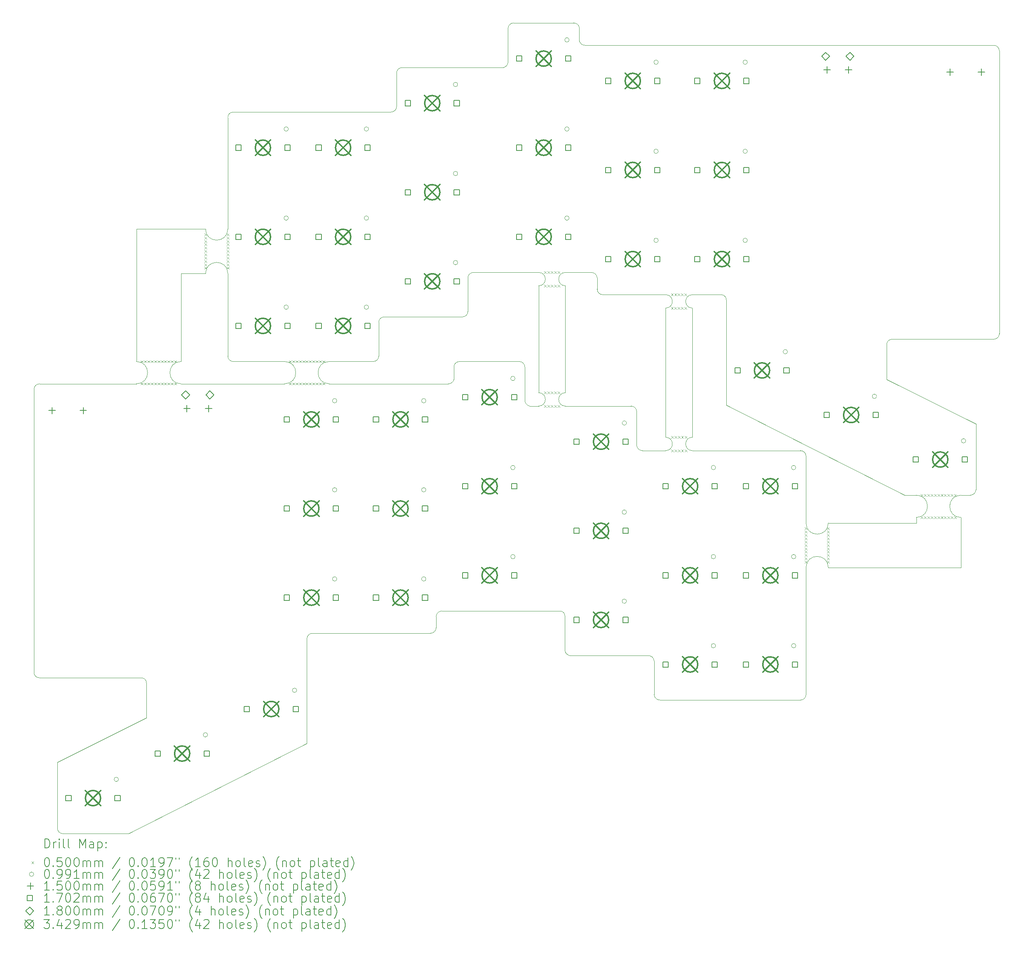
<source format=gbr>
%TF.GenerationSoftware,KiCad,Pcbnew,7.0.1*%
%TF.CreationDate,2023-05-03T23:09:14+02:00*%
%TF.ProjectId,Akula,416b756c-612e-46b6-9963-61645f706362,rev?*%
%TF.SameCoordinates,Original*%
%TF.FileFunction,Drillmap*%
%TF.FilePolarity,Positive*%
%FSLAX45Y45*%
G04 Gerber Fmt 4.5, Leading zero omitted, Abs format (unit mm)*
G04 Created by KiCad (PCBNEW 7.0.1) date 2023-05-03 23:09:14*
%MOMM*%
%LPD*%
G01*
G04 APERTURE LIST*
%ADD10C,0.100000*%
%ADD11C,0.200000*%
%ADD12C,0.050000*%
%ADD13C,0.099060*%
%ADD14C,0.150000*%
%ADD15C,0.170180*%
%ADD16C,0.180000*%
%ADD17C,0.342900*%
G04 APERTURE END LIST*
D10*
X12425000Y-11000000D02*
X13287500Y-11000000D01*
X17912500Y-3600000D02*
X17912500Y-3798918D01*
X27337500Y-4025000D02*
G75*
G03*
X27212500Y-3900000I-126640J-1640D01*
G01*
X23000000Y-14625000D02*
G75*
G03*
X23500000Y-14625000I250000J0D01*
G01*
X17800000Y-9000000D02*
X18187500Y-9000000D01*
X20600000Y-9500000D02*
X21113068Y-9500000D01*
X26637500Y-14000000D02*
X26687500Y-14000000D01*
X18567500Y-9500000D02*
X18967500Y-9500000D01*
X20450000Y-9500000D02*
G75*
G03*
X20450000Y-9800000I0J-150000D01*
G01*
X19850000Y-12700000D02*
X19850000Y-9950000D01*
X10025000Y-8025000D02*
X10025000Y-5600000D01*
X16800000Y-12000000D02*
X16965000Y-12000000D01*
X25475000Y-14500000D02*
G75*
G03*
X25475000Y-14000000I0J250000D01*
G01*
X16155000Y-11000000D02*
X16575000Y-11000000D01*
X17600000Y-11700000D02*
G75*
G03*
X17600000Y-12000000I0J-150000D01*
G01*
X17590008Y-16725001D02*
G75*
G03*
X17475000Y-16600000I-113478J11001D01*
G01*
X19075000Y-12000000D02*
X19045000Y-12000000D01*
X23500000Y-15625000D02*
X26450000Y-15625000D01*
X11300000Y-11500000D02*
G75*
G03*
X11300000Y-11000000I0J250000D01*
G01*
X9525000Y-8025000D02*
X7975000Y-8025000D01*
X21725000Y-18600000D02*
X19725000Y-18600000D01*
X26475000Y-14000000D02*
G75*
G03*
X26475000Y-14500000I0J-250000D01*
G01*
X16213059Y-4400004D02*
G75*
G03*
X16312500Y-4275000I-28950J125084D01*
G01*
X13537500Y-9999994D02*
G75*
G03*
X13412500Y-10112916I-6920J-117986D01*
G01*
X17911858Y-3499044D02*
X17912500Y-3600000D01*
X11800000Y-17225000D02*
X11800000Y-17300000D01*
X19200000Y-12125000D02*
X19200000Y-12150000D01*
X20450000Y-9800000D02*
X20450000Y-12700000D01*
X23000000Y-15625000D02*
X23000000Y-18317157D01*
X17590000Y-16725000D02*
X17590000Y-16975000D01*
X19200000Y-12875000D02*
G75*
G03*
X19325000Y-13000000I125000J0D01*
G01*
X25212500Y-14000000D02*
X21212500Y-11975000D01*
X24925415Y-10499999D02*
G75*
G03*
X24812500Y-10625000I1485J-114841D01*
G01*
X21212500Y-11975000D02*
X21212500Y-9700000D01*
X20450000Y-12700000D02*
G75*
G03*
X20450000Y-13000000I0J-150000D01*
G01*
X17450000Y-16600000D02*
X15325000Y-16600000D01*
X5675000Y-15475000D02*
X5675000Y-13275000D01*
X17600000Y-9300000D02*
X17600000Y-11700000D01*
X5675000Y-13175000D02*
X5675000Y-13275000D01*
X6225000Y-18100000D02*
X5798360Y-18100000D01*
X21725000Y-18600000D02*
X22875000Y-18600000D01*
X13537500Y-5400000D02*
X13687500Y-5400000D01*
X9525000Y-9025000D02*
X8975000Y-9025000D01*
X15412500Y-9875000D02*
X15412500Y-9625000D01*
X10410000Y-11500000D02*
X11300000Y-11500000D01*
X18037500Y-3900000D02*
X25687500Y-3900000D01*
X8200000Y-19000000D02*
X6200000Y-20000000D01*
X8975000Y-11500000D02*
X10410000Y-11500000D01*
X6200000Y-21475000D02*
G75*
G03*
X6325000Y-21600000I126640J1640D01*
G01*
X23500000Y-15625000D02*
G75*
G03*
X23000000Y-15625000I-250000J0D01*
G01*
X15412500Y-9625000D02*
X15412500Y-9125000D01*
X11137500Y-11000000D02*
X11300000Y-11000000D01*
X25475000Y-14500000D02*
X25475000Y-14625000D01*
X16690005Y-11125000D02*
G75*
G03*
X16575000Y-11000000I-125445J-10D01*
G01*
X26687500Y-14000000D02*
G75*
G03*
X26812500Y-13875000I-1640J126640D01*
G01*
X5800000Y-11500000D02*
X7325000Y-11500000D01*
X8975000Y-11000000D02*
X8975000Y-9025000D01*
X6325000Y-21600000D02*
X6375000Y-21600000D01*
X16437500Y-3400000D02*
G75*
G03*
X16312500Y-3525000I0J-125000D01*
G01*
X8975000Y-11000000D02*
G75*
G03*
X8975000Y-11500000I0J-250000D01*
G01*
X15537500Y-9000000D02*
X16062500Y-9000000D01*
X13287500Y-10999999D02*
G75*
G03*
X13412500Y-10876637I1630J123359D01*
G01*
X25687500Y-3900000D02*
X27212500Y-3900000D01*
X14975000Y-11500000D02*
G75*
G03*
X15100000Y-11398918I0J127830D01*
G01*
X27337500Y-9550000D02*
X27337500Y-10375000D01*
X15100000Y-11398918D02*
X15100642Y-11099044D01*
X18312500Y-9375000D02*
G75*
G03*
X18437500Y-9500000I126640J1640D01*
G01*
X17000000Y-9300000D02*
X17000000Y-11700000D01*
X16177500Y-9000000D02*
X16062500Y-9000000D01*
X11800000Y-17300000D02*
X11800000Y-19575000D01*
X10137500Y-11000000D02*
X11137500Y-11000000D01*
X19850000Y-9950000D02*
X19850000Y-9800000D01*
X19850000Y-13000000D02*
G75*
G03*
X19850000Y-12700000I0J150000D01*
G01*
X15225000Y-11000000D02*
X15400000Y-11000000D01*
X14825000Y-16600000D02*
G75*
G03*
X14700000Y-16725000I1640J-126640D01*
G01*
X19590000Y-18475000D02*
G75*
G03*
X19725000Y-18600000I133250J8510D01*
G01*
X14575000Y-17100000D02*
G75*
G03*
X14700000Y-16975000I-1640J126640D01*
G01*
X21212502Y-9625000D02*
G75*
G03*
X21113068Y-9500000I-119952J6630D01*
G01*
X24925415Y-10500000D02*
X26787500Y-10500000D01*
X27337500Y-5650000D02*
X27337500Y-7875000D01*
X15755000Y-11000000D02*
X15400000Y-11000000D01*
X5675001Y-17975000D02*
G75*
G03*
X5798360Y-18100000I123349J-1640D01*
G01*
X23000000Y-18475000D02*
X23000000Y-18317157D01*
X27214140Y-10500000D02*
X26787500Y-10500000D01*
X19440000Y-17600000D02*
X17690000Y-17600000D01*
X17590000Y-17462085D02*
X17590000Y-16975000D01*
X19200000Y-12875000D02*
X19200000Y-12150000D01*
X26475000Y-14000000D02*
X26637500Y-14000000D01*
X23000000Y-13125000D02*
G75*
G03*
X22875000Y-13000000I-125000J0D01*
G01*
X13937500Y-4400000D02*
X15462500Y-4400000D01*
X10025000Y-10875000D02*
G75*
G03*
X10137500Y-11000000I121950J-3370D01*
G01*
X16437500Y-3400000D02*
X17612500Y-3400000D01*
X15287500Y-10000000D02*
X13537500Y-10000000D01*
X13937500Y-4400000D02*
G75*
G03*
X13812500Y-4525000I0J-125000D01*
G01*
X17600000Y-12000000D02*
X19045000Y-12000000D01*
X7975000Y-11000000D02*
X7975000Y-8025000D01*
X17800000Y-9000000D02*
X17600000Y-9000000D01*
X19440000Y-17600000D02*
X19465000Y-17600000D01*
X5675000Y-17975000D02*
X5675000Y-17150000D01*
X16312500Y-3775643D02*
X16312500Y-3525000D01*
X26475000Y-14500000D02*
X26475000Y-15625000D01*
X17000000Y-9300000D02*
G75*
G03*
X17000000Y-9000000I0J150000D01*
G01*
X13687500Y-5400000D02*
G75*
G03*
X13812500Y-5275000I0J125000D01*
G01*
X16690000Y-11125000D02*
X16690000Y-11875000D01*
X24812500Y-11400000D02*
X24812500Y-10625000D01*
X18967500Y-9500000D02*
X19625000Y-9500000D01*
X10025000Y-10717157D02*
X10025000Y-9025000D01*
X10025000Y-9025000D02*
G75*
G03*
X9525000Y-9025000I-250000J0D01*
G01*
X19325000Y-13000000D02*
X19475000Y-13000000D01*
X19475000Y-13000000D02*
X19850000Y-13000000D01*
X14575000Y-17100000D02*
X13200000Y-17100000D01*
X11925000Y-17100000D02*
G75*
G03*
X11800000Y-17225000I1640J-126640D01*
G01*
X16312500Y-3775643D02*
X16312500Y-4275000D01*
X16577500Y-9000000D02*
X16875000Y-9000000D01*
X19590000Y-17725000D02*
G75*
G03*
X19465000Y-17600000I-127420J-2420D01*
G01*
X14825000Y-16600000D02*
X15325000Y-16600000D01*
X19625000Y-9500000D02*
X19850000Y-9500000D01*
X23500000Y-14625000D02*
X25475000Y-14625000D01*
X11800000Y-19575000D02*
X7800000Y-21600000D01*
X20450000Y-13000000D02*
X22875000Y-13000000D01*
X26812500Y-12400000D02*
X24812500Y-11400000D01*
X17911859Y-3499044D02*
G75*
G03*
X17787500Y-3400000I-121879J-25436D01*
G01*
X13200000Y-17100000D02*
X11925000Y-17100000D01*
X7800000Y-21600000D02*
X6375000Y-21600000D01*
X5675000Y-13175000D02*
X5675000Y-11625000D01*
X16875000Y-9000000D02*
X17000000Y-9000000D01*
X7975000Y-11500000D02*
G75*
G03*
X7975000Y-11000000I0J250000D01*
G01*
X13412500Y-10175000D02*
X13412500Y-10112916D01*
X5800000Y-11500000D02*
G75*
G03*
X5675000Y-11625000I1640J-126640D01*
G01*
X27214140Y-10500001D02*
G75*
G03*
X27337500Y-10375000I10J123361D01*
G01*
X10025000Y-10875000D02*
X10025000Y-10717157D01*
X26450000Y-15625000D02*
X26475000Y-15625000D01*
X26812500Y-13875000D02*
X26812500Y-12400000D01*
X19850000Y-9800000D02*
G75*
G03*
X19850000Y-9500000I0J150000D01*
G01*
X15287500Y-10000000D02*
G75*
G03*
X15412500Y-9875000I-1640J126640D01*
G01*
X18312500Y-9125000D02*
G75*
G03*
X18187500Y-9000000I-126640J-1640D01*
G01*
X13210000Y-11500000D02*
X14975000Y-11500000D01*
X14700000Y-16725000D02*
X14700000Y-16975000D01*
X19200000Y-12125000D02*
G75*
G03*
X19075000Y-12000000I-125000J0D01*
G01*
X19590000Y-18475000D02*
X19590000Y-17750000D01*
X10137500Y-5400000D02*
X13537500Y-5400000D01*
X10137500Y-5400004D02*
G75*
G03*
X10025000Y-5525000I6990J-119416D01*
G01*
X15537500Y-9000000D02*
G75*
G03*
X15412500Y-9125000I-1640J-123360D01*
G01*
X19590000Y-17750000D02*
X19590000Y-17725000D01*
X22875000Y-18600000D02*
G75*
G03*
X23000000Y-18475000I10J124990D01*
G01*
X15755000Y-11000000D02*
X16155000Y-11000000D01*
X16177500Y-9000000D02*
X16577500Y-9000000D01*
X16690006Y-11874999D02*
G75*
G03*
X16800000Y-12000000I138354J10850D01*
G01*
X9525000Y-8025000D02*
G75*
G03*
X10025000Y-8025000I250000J0D01*
G01*
X21212500Y-9700000D02*
X21212500Y-9625000D01*
X25475000Y-14000000D02*
X25212500Y-14000000D01*
X12425000Y-11000000D02*
X12300000Y-11000000D01*
X27337500Y-4025000D02*
X27337500Y-5650000D01*
X6225000Y-18100000D02*
X8087084Y-18100000D01*
X27337500Y-7875000D02*
X27337500Y-9550000D01*
X17600000Y-9000000D02*
G75*
G03*
X17600000Y-9300000I0J-150000D01*
G01*
X8199999Y-18225000D02*
G75*
G03*
X8087084Y-18100000I-114399J10160D01*
G01*
X16965000Y-12000000D02*
X17000000Y-12000000D01*
X17450000Y-16600000D02*
X17475000Y-16600000D01*
X13412500Y-10876637D02*
X13412500Y-10175000D01*
X6200000Y-20000000D02*
X6200000Y-21475000D01*
X18312500Y-9375000D02*
X18312500Y-9125000D01*
X10025000Y-5600000D02*
X10025000Y-5525000D01*
X8200000Y-18225000D02*
X8200000Y-19000000D01*
X7325000Y-11500000D02*
X7975000Y-11500000D01*
X17589996Y-17462084D02*
G75*
G03*
X17690000Y-17600000I133344J-8526D01*
G01*
X5675000Y-17150000D02*
X5675000Y-15475000D01*
X13812500Y-4550000D02*
X13812500Y-4525000D01*
X23000000Y-13125000D02*
X23000000Y-13200000D01*
X18437500Y-9500000D02*
X18567500Y-9500000D01*
X17912500Y-3798918D02*
G75*
G03*
X18037500Y-3900000I125000J26748D01*
G01*
X12300000Y-11500000D02*
X13210000Y-11500000D01*
X17612500Y-3400000D02*
X17787500Y-3400000D01*
X16213059Y-4400000D02*
X15462500Y-4400000D01*
X12300000Y-11000000D02*
G75*
G03*
X12300000Y-11500000I0J-250000D01*
G01*
X23000000Y-14625000D02*
X23000000Y-13200000D01*
X20600000Y-9500000D02*
X20450000Y-9500000D01*
X15225000Y-11000001D02*
G75*
G03*
X15100642Y-11099044I-2480J-124480D01*
G01*
X13812500Y-5275000D02*
X13812500Y-4550000D01*
X17000000Y-12000000D02*
G75*
G03*
X17000000Y-11700000I0J150000D01*
G01*
D11*
D12*
X8075000Y-10975000D02*
X8125000Y-11025000D01*
X8125000Y-10975000D02*
X8075000Y-11025000D01*
X8075000Y-11475000D02*
X8125000Y-11525000D01*
X8125000Y-11475000D02*
X8075000Y-11525000D01*
X8150000Y-10975000D02*
X8200000Y-11025000D01*
X8200000Y-10975000D02*
X8150000Y-11025000D01*
X8150000Y-10975000D02*
X8200000Y-11025000D01*
X8200000Y-10975000D02*
X8150000Y-11025000D01*
X8150000Y-11475000D02*
X8200000Y-11525000D01*
X8200000Y-11475000D02*
X8150000Y-11525000D01*
X8150000Y-11475000D02*
X8200000Y-11525000D01*
X8200000Y-11475000D02*
X8150000Y-11525000D01*
X8225000Y-10975000D02*
X8275000Y-11025000D01*
X8275000Y-10975000D02*
X8225000Y-11025000D01*
X8225000Y-11475000D02*
X8275000Y-11525000D01*
X8275000Y-11475000D02*
X8225000Y-11525000D01*
X8300000Y-10975000D02*
X8350000Y-11025000D01*
X8350000Y-10975000D02*
X8300000Y-11025000D01*
X8300000Y-11475000D02*
X8350000Y-11525000D01*
X8350000Y-11475000D02*
X8300000Y-11525000D01*
X8375000Y-10975000D02*
X8425000Y-11025000D01*
X8425000Y-10975000D02*
X8375000Y-11025000D01*
X8375000Y-11475000D02*
X8425000Y-11525000D01*
X8425000Y-11475000D02*
X8375000Y-11525000D01*
X8450000Y-10975000D02*
X8500000Y-11025000D01*
X8500000Y-10975000D02*
X8450000Y-11025000D01*
X8450000Y-11475000D02*
X8500000Y-11525000D01*
X8500000Y-11475000D02*
X8450000Y-11525000D01*
X8525000Y-10975000D02*
X8575000Y-11025000D01*
X8575000Y-10975000D02*
X8525000Y-11025000D01*
X8525000Y-11475000D02*
X8575000Y-11525000D01*
X8575000Y-11475000D02*
X8525000Y-11525000D01*
X8600000Y-10975000D02*
X8650000Y-11025000D01*
X8650000Y-10975000D02*
X8600000Y-11025000D01*
X8600000Y-11475000D02*
X8650000Y-11525000D01*
X8650000Y-11475000D02*
X8600000Y-11525000D01*
X8675000Y-10975000D02*
X8725000Y-11025000D01*
X8725000Y-10975000D02*
X8675000Y-11025000D01*
X8675000Y-11475000D02*
X8725000Y-11525000D01*
X8725000Y-11475000D02*
X8675000Y-11525000D01*
X8750000Y-10975000D02*
X8800000Y-11025000D01*
X8800000Y-10975000D02*
X8750000Y-11025000D01*
X8750000Y-11475000D02*
X8800000Y-11525000D01*
X8800000Y-11475000D02*
X8750000Y-11525000D01*
X8825000Y-10975000D02*
X8875000Y-11025000D01*
X8875000Y-10975000D02*
X8825000Y-11025000D01*
X8825000Y-11475000D02*
X8875000Y-11525000D01*
X8875000Y-11475000D02*
X8825000Y-11525000D01*
X9500000Y-8125000D02*
X9550000Y-8175000D01*
X9550000Y-8125000D02*
X9500000Y-8175000D01*
X9500000Y-8200000D02*
X9550000Y-8250000D01*
X9550000Y-8200000D02*
X9500000Y-8250000D01*
X9500000Y-8275000D02*
X9550000Y-8325000D01*
X9550000Y-8275000D02*
X9500000Y-8325000D01*
X9500000Y-8350000D02*
X9550000Y-8400000D01*
X9550000Y-8350000D02*
X9500000Y-8400000D01*
X9500000Y-8425000D02*
X9550000Y-8475000D01*
X9550000Y-8425000D02*
X9500000Y-8475000D01*
X9500000Y-8500000D02*
X9550000Y-8550000D01*
X9550000Y-8500000D02*
X9500000Y-8550000D01*
X9500000Y-8575000D02*
X9550000Y-8625000D01*
X9550000Y-8575000D02*
X9500000Y-8625000D01*
X9500000Y-8650000D02*
X9550000Y-8700000D01*
X9550000Y-8650000D02*
X9500000Y-8700000D01*
X9500000Y-8725000D02*
X9550000Y-8775000D01*
X9550000Y-8725000D02*
X9500000Y-8775000D01*
X9500000Y-8800000D02*
X9550000Y-8850000D01*
X9550000Y-8800000D02*
X9500000Y-8850000D01*
X9500000Y-8800000D02*
X9550000Y-8850000D01*
X9550000Y-8800000D02*
X9500000Y-8850000D01*
X9500000Y-8875000D02*
X9550000Y-8925000D01*
X9550000Y-8875000D02*
X9500000Y-8925000D01*
X10000000Y-8125000D02*
X10050000Y-8175000D01*
X10050000Y-8125000D02*
X10000000Y-8175000D01*
X10000000Y-8200000D02*
X10050000Y-8250000D01*
X10050000Y-8200000D02*
X10000000Y-8250000D01*
X10000000Y-8275000D02*
X10050000Y-8325000D01*
X10050000Y-8275000D02*
X10000000Y-8325000D01*
X10000000Y-8350000D02*
X10050000Y-8400000D01*
X10050000Y-8350000D02*
X10000000Y-8400000D01*
X10000000Y-8425000D02*
X10050000Y-8475000D01*
X10050000Y-8425000D02*
X10000000Y-8475000D01*
X10000000Y-8500000D02*
X10050000Y-8550000D01*
X10050000Y-8500000D02*
X10000000Y-8550000D01*
X10000000Y-8575000D02*
X10050000Y-8625000D01*
X10050000Y-8575000D02*
X10000000Y-8625000D01*
X10000000Y-8650000D02*
X10050000Y-8700000D01*
X10050000Y-8650000D02*
X10000000Y-8700000D01*
X10000000Y-8725000D02*
X10050000Y-8775000D01*
X10050000Y-8725000D02*
X10000000Y-8775000D01*
X10000000Y-8800000D02*
X10050000Y-8850000D01*
X10050000Y-8800000D02*
X10000000Y-8850000D01*
X10000000Y-8800000D02*
X10050000Y-8850000D01*
X10050000Y-8800000D02*
X10000000Y-8850000D01*
X10000000Y-8875000D02*
X10050000Y-8925000D01*
X10050000Y-8875000D02*
X10000000Y-8925000D01*
X11400000Y-10975000D02*
X11450000Y-11025000D01*
X11450000Y-10975000D02*
X11400000Y-11025000D01*
X11400000Y-11475000D02*
X11450000Y-11525000D01*
X11450000Y-11475000D02*
X11400000Y-11525000D01*
X11475000Y-10975000D02*
X11525000Y-11025000D01*
X11525000Y-10975000D02*
X11475000Y-11025000D01*
X11475000Y-10975000D02*
X11525000Y-11025000D01*
X11525000Y-10975000D02*
X11475000Y-11025000D01*
X11475000Y-11475000D02*
X11525000Y-11525000D01*
X11525000Y-11475000D02*
X11475000Y-11525000D01*
X11475000Y-11475000D02*
X11525000Y-11525000D01*
X11525000Y-11475000D02*
X11475000Y-11525000D01*
X11550000Y-10975000D02*
X11600000Y-11025000D01*
X11600000Y-10975000D02*
X11550000Y-11025000D01*
X11550000Y-11475000D02*
X11600000Y-11525000D01*
X11600000Y-11475000D02*
X11550000Y-11525000D01*
X11625000Y-10975000D02*
X11675000Y-11025000D01*
X11675000Y-10975000D02*
X11625000Y-11025000D01*
X11625000Y-11475000D02*
X11675000Y-11525000D01*
X11675000Y-11475000D02*
X11625000Y-11525000D01*
X11700000Y-10975000D02*
X11750000Y-11025000D01*
X11750000Y-10975000D02*
X11700000Y-11025000D01*
X11700000Y-11475000D02*
X11750000Y-11525000D01*
X11750000Y-11475000D02*
X11700000Y-11525000D01*
X11775000Y-10975000D02*
X11825000Y-11025000D01*
X11825000Y-10975000D02*
X11775000Y-11025000D01*
X11775000Y-11475000D02*
X11825000Y-11525000D01*
X11825000Y-11475000D02*
X11775000Y-11525000D01*
X11850000Y-10975000D02*
X11900000Y-11025000D01*
X11900000Y-10975000D02*
X11850000Y-11025000D01*
X11850000Y-11475000D02*
X11900000Y-11525000D01*
X11900000Y-11475000D02*
X11850000Y-11525000D01*
X11925000Y-10975000D02*
X11975000Y-11025000D01*
X11975000Y-10975000D02*
X11925000Y-11025000D01*
X11925000Y-11475000D02*
X11975000Y-11525000D01*
X11975000Y-11475000D02*
X11925000Y-11525000D01*
X12000000Y-10975000D02*
X12050000Y-11025000D01*
X12050000Y-10975000D02*
X12000000Y-11025000D01*
X12000000Y-11475000D02*
X12050000Y-11525000D01*
X12050000Y-11475000D02*
X12000000Y-11525000D01*
X12075000Y-10975000D02*
X12125000Y-11025000D01*
X12125000Y-10975000D02*
X12075000Y-11025000D01*
X12075000Y-11475000D02*
X12125000Y-11525000D01*
X12125000Y-11475000D02*
X12075000Y-11525000D01*
X12150000Y-10975000D02*
X12200000Y-11025000D01*
X12200000Y-10975000D02*
X12150000Y-11025000D01*
X12150000Y-11475000D02*
X12200000Y-11525000D01*
X12200000Y-11475000D02*
X12150000Y-11525000D01*
X17121400Y-8975000D02*
X17171400Y-9025000D01*
X17171400Y-8975000D02*
X17121400Y-9025000D01*
X17121400Y-9275000D02*
X17171400Y-9325000D01*
X17171400Y-9275000D02*
X17121400Y-9325000D01*
X17121400Y-11675000D02*
X17171400Y-11725000D01*
X17171400Y-11675000D02*
X17121400Y-11725000D01*
X17121400Y-11975000D02*
X17171400Y-12025000D01*
X17171400Y-11975000D02*
X17121400Y-12025000D01*
X17196400Y-9275000D02*
X17246400Y-9325000D01*
X17246400Y-9275000D02*
X17196400Y-9325000D01*
X17196400Y-11975000D02*
X17246400Y-12025000D01*
X17246400Y-11975000D02*
X17196400Y-12025000D01*
X17197600Y-8975000D02*
X17247600Y-9025000D01*
X17247600Y-8975000D02*
X17197600Y-9025000D01*
X17197600Y-11675000D02*
X17247600Y-11725000D01*
X17247600Y-11675000D02*
X17197600Y-11725000D01*
X17272600Y-8975000D02*
X17322600Y-9025000D01*
X17322600Y-8975000D02*
X17272600Y-9025000D01*
X17272600Y-9275000D02*
X17322600Y-9325000D01*
X17322600Y-9275000D02*
X17272600Y-9325000D01*
X17272600Y-11675000D02*
X17322600Y-11725000D01*
X17322600Y-11675000D02*
X17272600Y-11725000D01*
X17272600Y-11975000D02*
X17322600Y-12025000D01*
X17322600Y-11975000D02*
X17272600Y-12025000D01*
X17347600Y-8975000D02*
X17397600Y-9025000D01*
X17397600Y-8975000D02*
X17347600Y-9025000D01*
X17347600Y-9275000D02*
X17397600Y-9325000D01*
X17397600Y-9275000D02*
X17347600Y-9325000D01*
X17347600Y-11675000D02*
X17397600Y-11725000D01*
X17397600Y-11675000D02*
X17347600Y-11725000D01*
X17347600Y-11975000D02*
X17397600Y-12025000D01*
X17397600Y-11975000D02*
X17347600Y-12025000D01*
X17425000Y-8975000D02*
X17475000Y-9025000D01*
X17475000Y-8975000D02*
X17425000Y-9025000D01*
X17425000Y-9275000D02*
X17475000Y-9325000D01*
X17475000Y-9275000D02*
X17425000Y-9325000D01*
X17425000Y-11675000D02*
X17475000Y-11725000D01*
X17475000Y-11675000D02*
X17425000Y-11725000D01*
X17425000Y-11975000D02*
X17475000Y-12025000D01*
X17475000Y-11975000D02*
X17425000Y-12025000D01*
X19971400Y-9475000D02*
X20021400Y-9525000D01*
X20021400Y-9475000D02*
X19971400Y-9525000D01*
X19971400Y-9775000D02*
X20021400Y-9825000D01*
X20021400Y-9775000D02*
X19971400Y-9825000D01*
X19973800Y-12675000D02*
X20023800Y-12725000D01*
X20023800Y-12675000D02*
X19973800Y-12725000D01*
X19973800Y-12975000D02*
X20023800Y-13025000D01*
X20023800Y-12975000D02*
X19973800Y-13025000D01*
X20046400Y-9775000D02*
X20096400Y-9825000D01*
X20096400Y-9775000D02*
X20046400Y-9825000D01*
X20047600Y-9475000D02*
X20097600Y-9525000D01*
X20097600Y-9475000D02*
X20047600Y-9525000D01*
X20048800Y-12975000D02*
X20098800Y-13025000D01*
X20098800Y-12975000D02*
X20048800Y-13025000D01*
X20050000Y-12675000D02*
X20100000Y-12725000D01*
X20100000Y-12675000D02*
X20050000Y-12725000D01*
X20122600Y-9475000D02*
X20172600Y-9525000D01*
X20172600Y-9475000D02*
X20122600Y-9525000D01*
X20122600Y-9775000D02*
X20172600Y-9825000D01*
X20172600Y-9775000D02*
X20122600Y-9825000D01*
X20125000Y-12675000D02*
X20175000Y-12725000D01*
X20175000Y-12675000D02*
X20125000Y-12725000D01*
X20125000Y-12975000D02*
X20175000Y-13025000D01*
X20175000Y-12975000D02*
X20125000Y-13025000D01*
X20197600Y-9475000D02*
X20247600Y-9525000D01*
X20247600Y-9475000D02*
X20197600Y-9525000D01*
X20197600Y-9775000D02*
X20247600Y-9825000D01*
X20247600Y-9775000D02*
X20197600Y-9825000D01*
X20200000Y-12675000D02*
X20250000Y-12725000D01*
X20250000Y-12675000D02*
X20200000Y-12725000D01*
X20200000Y-12975000D02*
X20250000Y-13025000D01*
X20250000Y-12975000D02*
X20200000Y-13025000D01*
X20275000Y-9475000D02*
X20325000Y-9525000D01*
X20325000Y-9475000D02*
X20275000Y-9525000D01*
X20275000Y-9775000D02*
X20325000Y-9825000D01*
X20325000Y-9775000D02*
X20275000Y-9825000D01*
X20277400Y-12675000D02*
X20327400Y-12725000D01*
X20327400Y-12675000D02*
X20277400Y-12725000D01*
X20277400Y-12975000D02*
X20327400Y-13025000D01*
X20327400Y-12975000D02*
X20277400Y-13025000D01*
X22975000Y-14725000D02*
X23025000Y-14775000D01*
X23025000Y-14725000D02*
X22975000Y-14775000D01*
X22975000Y-14800000D02*
X23025000Y-14850000D01*
X23025000Y-14800000D02*
X22975000Y-14850000D01*
X22975000Y-14875000D02*
X23025000Y-14925000D01*
X23025000Y-14875000D02*
X22975000Y-14925000D01*
X22975000Y-14950000D02*
X23025000Y-15000000D01*
X23025000Y-14950000D02*
X22975000Y-15000000D01*
X22975000Y-15025000D02*
X23025000Y-15075000D01*
X23025000Y-15025000D02*
X22975000Y-15075000D01*
X22975000Y-15100000D02*
X23025000Y-15150000D01*
X23025000Y-15100000D02*
X22975000Y-15150000D01*
X22975000Y-15175000D02*
X23025000Y-15225000D01*
X23025000Y-15175000D02*
X22975000Y-15225000D01*
X22975000Y-15250000D02*
X23025000Y-15300000D01*
X23025000Y-15250000D02*
X22975000Y-15300000D01*
X22975000Y-15325000D02*
X23025000Y-15375000D01*
X23025000Y-15325000D02*
X22975000Y-15375000D01*
X22975000Y-15400000D02*
X23025000Y-15450000D01*
X23025000Y-15400000D02*
X22975000Y-15450000D01*
X22975000Y-15400000D02*
X23025000Y-15450000D01*
X23025000Y-15400000D02*
X22975000Y-15450000D01*
X22975000Y-15475000D02*
X23025000Y-15525000D01*
X23025000Y-15475000D02*
X22975000Y-15525000D01*
X23475000Y-14725000D02*
X23525000Y-14775000D01*
X23525000Y-14725000D02*
X23475000Y-14775000D01*
X23475000Y-14800000D02*
X23525000Y-14850000D01*
X23525000Y-14800000D02*
X23475000Y-14850000D01*
X23475000Y-14875000D02*
X23525000Y-14925000D01*
X23525000Y-14875000D02*
X23475000Y-14925000D01*
X23475000Y-14950000D02*
X23525000Y-15000000D01*
X23525000Y-14950000D02*
X23475000Y-15000000D01*
X23475000Y-15025000D02*
X23525000Y-15075000D01*
X23525000Y-15025000D02*
X23475000Y-15075000D01*
X23475000Y-15100000D02*
X23525000Y-15150000D01*
X23525000Y-15100000D02*
X23475000Y-15150000D01*
X23475000Y-15175000D02*
X23525000Y-15225000D01*
X23525000Y-15175000D02*
X23475000Y-15225000D01*
X23475000Y-15250000D02*
X23525000Y-15300000D01*
X23525000Y-15250000D02*
X23475000Y-15300000D01*
X23475000Y-15325000D02*
X23525000Y-15375000D01*
X23525000Y-15325000D02*
X23475000Y-15375000D01*
X23475000Y-15400000D02*
X23525000Y-15450000D01*
X23525000Y-15400000D02*
X23475000Y-15450000D01*
X23475000Y-15400000D02*
X23525000Y-15450000D01*
X23525000Y-15400000D02*
X23475000Y-15450000D01*
X23475000Y-15475000D02*
X23525000Y-15525000D01*
X23525000Y-15475000D02*
X23475000Y-15525000D01*
X25575000Y-13975000D02*
X25625000Y-14025000D01*
X25625000Y-13975000D02*
X25575000Y-14025000D01*
X25575000Y-14475000D02*
X25625000Y-14525000D01*
X25625000Y-14475000D02*
X25575000Y-14525000D01*
X25650000Y-13975000D02*
X25700000Y-14025000D01*
X25700000Y-13975000D02*
X25650000Y-14025000D01*
X25650000Y-13975000D02*
X25700000Y-14025000D01*
X25700000Y-13975000D02*
X25650000Y-14025000D01*
X25650000Y-14475000D02*
X25700000Y-14525000D01*
X25700000Y-14475000D02*
X25650000Y-14525000D01*
X25650000Y-14475000D02*
X25700000Y-14525000D01*
X25700000Y-14475000D02*
X25650000Y-14525000D01*
X25725000Y-13975000D02*
X25775000Y-14025000D01*
X25775000Y-13975000D02*
X25725000Y-14025000D01*
X25725000Y-14475000D02*
X25775000Y-14525000D01*
X25775000Y-14475000D02*
X25725000Y-14525000D01*
X25800000Y-13975000D02*
X25850000Y-14025000D01*
X25850000Y-13975000D02*
X25800000Y-14025000D01*
X25800000Y-14475000D02*
X25850000Y-14525000D01*
X25850000Y-14475000D02*
X25800000Y-14525000D01*
X25875000Y-13975000D02*
X25925000Y-14025000D01*
X25925000Y-13975000D02*
X25875000Y-14025000D01*
X25875000Y-14475000D02*
X25925000Y-14525000D01*
X25925000Y-14475000D02*
X25875000Y-14525000D01*
X25950000Y-13975000D02*
X26000000Y-14025000D01*
X26000000Y-13975000D02*
X25950000Y-14025000D01*
X25950000Y-14475000D02*
X26000000Y-14525000D01*
X26000000Y-14475000D02*
X25950000Y-14525000D01*
X26025000Y-13975000D02*
X26075000Y-14025000D01*
X26075000Y-13975000D02*
X26025000Y-14025000D01*
X26025000Y-14475000D02*
X26075000Y-14525000D01*
X26075000Y-14475000D02*
X26025000Y-14525000D01*
X26100000Y-13975000D02*
X26150000Y-14025000D01*
X26150000Y-13975000D02*
X26100000Y-14025000D01*
X26100000Y-14475000D02*
X26150000Y-14525000D01*
X26150000Y-14475000D02*
X26100000Y-14525000D01*
X26175000Y-13975000D02*
X26225000Y-14025000D01*
X26225000Y-13975000D02*
X26175000Y-14025000D01*
X26175000Y-14475000D02*
X26225000Y-14525000D01*
X26225000Y-14475000D02*
X26175000Y-14525000D01*
X26250000Y-13975000D02*
X26300000Y-14025000D01*
X26300000Y-13975000D02*
X26250000Y-14025000D01*
X26250000Y-14475000D02*
X26300000Y-14525000D01*
X26300000Y-14475000D02*
X26250000Y-14525000D01*
X26325000Y-13975000D02*
X26375000Y-14025000D01*
X26375000Y-13975000D02*
X26325000Y-14025000D01*
X26325000Y-14475000D02*
X26375000Y-14525000D01*
X26375000Y-14475000D02*
X26325000Y-14525000D01*
D13*
X7571530Y-20380000D02*
G75*
G03*
X7571530Y-20380000I-49530J0D01*
G01*
X9571530Y-19380000D02*
G75*
G03*
X9571530Y-19380000I-49530J0D01*
G01*
X11384030Y-5780000D02*
G75*
G03*
X11384030Y-5780000I-49530J0D01*
G01*
X11384030Y-7780000D02*
G75*
G03*
X11384030Y-7780000I-49530J0D01*
G01*
X11384030Y-9780000D02*
G75*
G03*
X11384030Y-9780000I-49530J0D01*
G01*
X11571530Y-18380000D02*
G75*
G03*
X11571530Y-18380000I-49530J0D01*
G01*
X12471530Y-11880000D02*
G75*
G03*
X12471530Y-11880000I-49530J0D01*
G01*
X12471530Y-13880000D02*
G75*
G03*
X12471530Y-13880000I-49530J0D01*
G01*
X12471530Y-15880000D02*
G75*
G03*
X12471530Y-15880000I-49530J0D01*
G01*
X13184030Y-5780000D02*
G75*
G03*
X13184030Y-5780000I-49530J0D01*
G01*
X13184030Y-7780000D02*
G75*
G03*
X13184030Y-7780000I-49530J0D01*
G01*
X13184030Y-9780000D02*
G75*
G03*
X13184030Y-9780000I-49530J0D01*
G01*
X14471530Y-11880000D02*
G75*
G03*
X14471530Y-11880000I-49530J0D01*
G01*
X14471530Y-13880000D02*
G75*
G03*
X14471530Y-13880000I-49530J0D01*
G01*
X14471530Y-15880000D02*
G75*
G03*
X14471530Y-15880000I-49530J0D01*
G01*
X15184030Y-4780000D02*
G75*
G03*
X15184030Y-4780000I-49530J0D01*
G01*
X15184030Y-6780000D02*
G75*
G03*
X15184030Y-6780000I-49530J0D01*
G01*
X15184030Y-8780000D02*
G75*
G03*
X15184030Y-8780000I-49530J0D01*
G01*
X16471530Y-11380000D02*
G75*
G03*
X16471530Y-11380000I-49530J0D01*
G01*
X16471530Y-13380000D02*
G75*
G03*
X16471530Y-13380000I-49530J0D01*
G01*
X16471530Y-15380000D02*
G75*
G03*
X16471530Y-15380000I-49530J0D01*
G01*
X17684030Y-3780000D02*
G75*
G03*
X17684030Y-3780000I-49530J0D01*
G01*
X17684030Y-5780000D02*
G75*
G03*
X17684030Y-5780000I-49530J0D01*
G01*
X17684030Y-7780000D02*
G75*
G03*
X17684030Y-7780000I-49530J0D01*
G01*
X18971530Y-12380000D02*
G75*
G03*
X18971530Y-12380000I-49530J0D01*
G01*
X18971530Y-14380000D02*
G75*
G03*
X18971530Y-14380000I-49530J0D01*
G01*
X18971530Y-16380000D02*
G75*
G03*
X18971530Y-16380000I-49530J0D01*
G01*
X19684030Y-4280000D02*
G75*
G03*
X19684030Y-4280000I-49530J0D01*
G01*
X19684030Y-6280000D02*
G75*
G03*
X19684030Y-6280000I-49530J0D01*
G01*
X19684030Y-8280000D02*
G75*
G03*
X19684030Y-8280000I-49530J0D01*
G01*
X20971530Y-13380000D02*
G75*
G03*
X20971530Y-13380000I-49530J0D01*
G01*
X20971530Y-15380000D02*
G75*
G03*
X20971530Y-15380000I-49530J0D01*
G01*
X20971530Y-17380000D02*
G75*
G03*
X20971530Y-17380000I-49530J0D01*
G01*
X21684030Y-4280000D02*
G75*
G03*
X21684030Y-4280000I-49530J0D01*
G01*
X21684030Y-6280000D02*
G75*
G03*
X21684030Y-6280000I-49530J0D01*
G01*
X21684030Y-8280000D02*
G75*
G03*
X21684030Y-8280000I-49530J0D01*
G01*
X22584030Y-10780000D02*
G75*
G03*
X22584030Y-10780000I-49530J0D01*
G01*
X22771530Y-13380000D02*
G75*
G03*
X22771530Y-13380000I-49530J0D01*
G01*
X22771530Y-15380000D02*
G75*
G03*
X22771530Y-15380000I-49530J0D01*
G01*
X22771530Y-17380000D02*
G75*
G03*
X22771530Y-17380000I-49530J0D01*
G01*
X24584030Y-11780000D02*
G75*
G03*
X24584030Y-11780000I-49530J0D01*
G01*
X26584030Y-12780000D02*
G75*
G03*
X26584030Y-12780000I-49530J0D01*
G01*
D14*
X6080500Y-12025000D02*
X6080500Y-12175000D01*
X6005500Y-12100000D02*
X6155500Y-12100000D01*
X6780500Y-12025000D02*
X6780500Y-12175000D01*
X6705500Y-12100000D02*
X6855500Y-12100000D01*
X9107500Y-11978000D02*
X9107500Y-12128000D01*
X9032500Y-12053000D02*
X9182500Y-12053000D01*
X9592500Y-11978000D02*
X9592500Y-12128000D01*
X9517500Y-12053000D02*
X9667500Y-12053000D01*
X23470000Y-4378000D02*
X23470000Y-4528000D01*
X23395000Y-4453000D02*
X23545000Y-4453000D01*
X23955000Y-4378000D02*
X23955000Y-4528000D01*
X23880000Y-4453000D02*
X24030000Y-4453000D01*
X26232000Y-4425000D02*
X26232000Y-4575000D01*
X26157000Y-4500000D02*
X26307000Y-4500000D01*
X26932000Y-4425000D02*
X26932000Y-4575000D01*
X26857000Y-4500000D02*
X27007000Y-4500000D01*
D15*
X6510168Y-20860168D02*
X6510168Y-20739832D01*
X6389832Y-20739832D01*
X6389832Y-20860168D01*
X6510168Y-20860168D01*
X7610168Y-20860168D02*
X7610168Y-20739832D01*
X7489832Y-20739832D01*
X7489832Y-20860168D01*
X7610168Y-20860168D01*
X8510168Y-19860168D02*
X8510168Y-19739832D01*
X8389832Y-19739832D01*
X8389832Y-19860168D01*
X8510168Y-19860168D01*
X9610168Y-19860168D02*
X9610168Y-19739832D01*
X9489832Y-19739832D01*
X9489832Y-19860168D01*
X9610168Y-19860168D01*
X10322668Y-6260168D02*
X10322668Y-6139832D01*
X10202332Y-6139832D01*
X10202332Y-6260168D01*
X10322668Y-6260168D01*
X10322668Y-8260168D02*
X10322668Y-8139832D01*
X10202332Y-8139832D01*
X10202332Y-8260168D01*
X10322668Y-8260168D01*
X10322668Y-10260168D02*
X10322668Y-10139832D01*
X10202332Y-10139832D01*
X10202332Y-10260168D01*
X10322668Y-10260168D01*
X10510168Y-18860168D02*
X10510168Y-18739832D01*
X10389832Y-18739832D01*
X10389832Y-18860168D01*
X10510168Y-18860168D01*
X11410168Y-12360168D02*
X11410168Y-12239832D01*
X11289832Y-12239832D01*
X11289832Y-12360168D01*
X11410168Y-12360168D01*
X11410168Y-14360168D02*
X11410168Y-14239832D01*
X11289832Y-14239832D01*
X11289832Y-14360168D01*
X11410168Y-14360168D01*
X11410168Y-16360168D02*
X11410168Y-16239832D01*
X11289832Y-16239832D01*
X11289832Y-16360168D01*
X11410168Y-16360168D01*
X11422668Y-6260168D02*
X11422668Y-6139832D01*
X11302332Y-6139832D01*
X11302332Y-6260168D01*
X11422668Y-6260168D01*
X11422668Y-8260168D02*
X11422668Y-8139832D01*
X11302332Y-8139832D01*
X11302332Y-8260168D01*
X11422668Y-8260168D01*
X11422668Y-10260168D02*
X11422668Y-10139832D01*
X11302332Y-10139832D01*
X11302332Y-10260168D01*
X11422668Y-10260168D01*
X11610168Y-18860168D02*
X11610168Y-18739832D01*
X11489832Y-18739832D01*
X11489832Y-18860168D01*
X11610168Y-18860168D01*
X12122668Y-6260168D02*
X12122668Y-6139832D01*
X12002332Y-6139832D01*
X12002332Y-6260168D01*
X12122668Y-6260168D01*
X12122668Y-8260168D02*
X12122668Y-8139832D01*
X12002332Y-8139832D01*
X12002332Y-8260168D01*
X12122668Y-8260168D01*
X12122668Y-10260168D02*
X12122668Y-10139832D01*
X12002332Y-10139832D01*
X12002332Y-10260168D01*
X12122668Y-10260168D01*
X12510168Y-12360168D02*
X12510168Y-12239832D01*
X12389832Y-12239832D01*
X12389832Y-12360168D01*
X12510168Y-12360168D01*
X12510168Y-14360168D02*
X12510168Y-14239832D01*
X12389832Y-14239832D01*
X12389832Y-14360168D01*
X12510168Y-14360168D01*
X12510168Y-16360168D02*
X12510168Y-16239832D01*
X12389832Y-16239832D01*
X12389832Y-16360168D01*
X12510168Y-16360168D01*
X13222668Y-6260168D02*
X13222668Y-6139832D01*
X13102332Y-6139832D01*
X13102332Y-6260168D01*
X13222668Y-6260168D01*
X13222668Y-8260168D02*
X13222668Y-8139832D01*
X13102332Y-8139832D01*
X13102332Y-8260168D01*
X13222668Y-8260168D01*
X13222668Y-10260168D02*
X13222668Y-10139832D01*
X13102332Y-10139832D01*
X13102332Y-10260168D01*
X13222668Y-10260168D01*
X13410168Y-12360168D02*
X13410168Y-12239832D01*
X13289832Y-12239832D01*
X13289832Y-12360168D01*
X13410168Y-12360168D01*
X13410168Y-14360168D02*
X13410168Y-14239832D01*
X13289832Y-14239832D01*
X13289832Y-14360168D01*
X13410168Y-14360168D01*
X13410168Y-16360168D02*
X13410168Y-16239832D01*
X13289832Y-16239832D01*
X13289832Y-16360168D01*
X13410168Y-16360168D01*
X14122668Y-5260168D02*
X14122668Y-5139832D01*
X14002332Y-5139832D01*
X14002332Y-5260168D01*
X14122668Y-5260168D01*
X14122668Y-7260168D02*
X14122668Y-7139832D01*
X14002332Y-7139832D01*
X14002332Y-7260168D01*
X14122668Y-7260168D01*
X14122668Y-9260168D02*
X14122668Y-9139832D01*
X14002332Y-9139832D01*
X14002332Y-9260168D01*
X14122668Y-9260168D01*
X14510168Y-12360168D02*
X14510168Y-12239832D01*
X14389832Y-12239832D01*
X14389832Y-12360168D01*
X14510168Y-12360168D01*
X14510168Y-14360168D02*
X14510168Y-14239832D01*
X14389832Y-14239832D01*
X14389832Y-14360168D01*
X14510168Y-14360168D01*
X14510168Y-16360168D02*
X14510168Y-16239832D01*
X14389832Y-16239832D01*
X14389832Y-16360168D01*
X14510168Y-16360168D01*
X15222668Y-5260168D02*
X15222668Y-5139832D01*
X15102332Y-5139832D01*
X15102332Y-5260168D01*
X15222668Y-5260168D01*
X15222668Y-7260168D02*
X15222668Y-7139832D01*
X15102332Y-7139832D01*
X15102332Y-7260168D01*
X15222668Y-7260168D01*
X15222668Y-9260168D02*
X15222668Y-9139832D01*
X15102332Y-9139832D01*
X15102332Y-9260168D01*
X15222668Y-9260168D01*
X15410168Y-11860168D02*
X15410168Y-11739832D01*
X15289832Y-11739832D01*
X15289832Y-11860168D01*
X15410168Y-11860168D01*
X15410168Y-13860168D02*
X15410168Y-13739832D01*
X15289832Y-13739832D01*
X15289832Y-13860168D01*
X15410168Y-13860168D01*
X15410168Y-15860168D02*
X15410168Y-15739832D01*
X15289832Y-15739832D01*
X15289832Y-15860168D01*
X15410168Y-15860168D01*
X16510168Y-11860168D02*
X16510168Y-11739832D01*
X16389832Y-11739832D01*
X16389832Y-11860168D01*
X16510168Y-11860168D01*
X16510168Y-13860168D02*
X16510168Y-13739832D01*
X16389832Y-13739832D01*
X16389832Y-13860168D01*
X16510168Y-13860168D01*
X16510168Y-15860168D02*
X16510168Y-15739832D01*
X16389832Y-15739832D01*
X16389832Y-15860168D01*
X16510168Y-15860168D01*
X16622668Y-4260168D02*
X16622668Y-4139832D01*
X16502332Y-4139832D01*
X16502332Y-4260168D01*
X16622668Y-4260168D01*
X16622668Y-6260168D02*
X16622668Y-6139832D01*
X16502332Y-6139832D01*
X16502332Y-6260168D01*
X16622668Y-6260168D01*
X16622668Y-8260168D02*
X16622668Y-8139832D01*
X16502332Y-8139832D01*
X16502332Y-8260168D01*
X16622668Y-8260168D01*
X17722668Y-4260168D02*
X17722668Y-4139832D01*
X17602332Y-4139832D01*
X17602332Y-4260168D01*
X17722668Y-4260168D01*
X17722668Y-6260168D02*
X17722668Y-6139832D01*
X17602332Y-6139832D01*
X17602332Y-6260168D01*
X17722668Y-6260168D01*
X17722668Y-8260168D02*
X17722668Y-8139832D01*
X17602332Y-8139832D01*
X17602332Y-8260168D01*
X17722668Y-8260168D01*
X17910168Y-12860168D02*
X17910168Y-12739832D01*
X17789832Y-12739832D01*
X17789832Y-12860168D01*
X17910168Y-12860168D01*
X17910168Y-14860168D02*
X17910168Y-14739832D01*
X17789832Y-14739832D01*
X17789832Y-14860168D01*
X17910168Y-14860168D01*
X17910168Y-16860168D02*
X17910168Y-16739832D01*
X17789832Y-16739832D01*
X17789832Y-16860168D01*
X17910168Y-16860168D01*
X18622668Y-4760168D02*
X18622668Y-4639832D01*
X18502332Y-4639832D01*
X18502332Y-4760168D01*
X18622668Y-4760168D01*
X18622668Y-6760168D02*
X18622668Y-6639832D01*
X18502332Y-6639832D01*
X18502332Y-6760168D01*
X18622668Y-6760168D01*
X18622668Y-8760168D02*
X18622668Y-8639832D01*
X18502332Y-8639832D01*
X18502332Y-8760168D01*
X18622668Y-8760168D01*
X19010168Y-12860168D02*
X19010168Y-12739832D01*
X18889832Y-12739832D01*
X18889832Y-12860168D01*
X19010168Y-12860168D01*
X19010168Y-14860168D02*
X19010168Y-14739832D01*
X18889832Y-14739832D01*
X18889832Y-14860168D01*
X19010168Y-14860168D01*
X19010168Y-16860168D02*
X19010168Y-16739832D01*
X18889832Y-16739832D01*
X18889832Y-16860168D01*
X19010168Y-16860168D01*
X19722668Y-4760168D02*
X19722668Y-4639832D01*
X19602332Y-4639832D01*
X19602332Y-4760168D01*
X19722668Y-4760168D01*
X19722668Y-6760168D02*
X19722668Y-6639832D01*
X19602332Y-6639832D01*
X19602332Y-6760168D01*
X19722668Y-6760168D01*
X19722668Y-8760168D02*
X19722668Y-8639832D01*
X19602332Y-8639832D01*
X19602332Y-8760168D01*
X19722668Y-8760168D01*
X19910168Y-13860168D02*
X19910168Y-13739832D01*
X19789832Y-13739832D01*
X19789832Y-13860168D01*
X19910168Y-13860168D01*
X19910168Y-15860168D02*
X19910168Y-15739832D01*
X19789832Y-15739832D01*
X19789832Y-15860168D01*
X19910168Y-15860168D01*
X19910168Y-17860168D02*
X19910168Y-17739832D01*
X19789832Y-17739832D01*
X19789832Y-17860168D01*
X19910168Y-17860168D01*
X20622668Y-4760168D02*
X20622668Y-4639832D01*
X20502332Y-4639832D01*
X20502332Y-4760168D01*
X20622668Y-4760168D01*
X20622668Y-6760168D02*
X20622668Y-6639832D01*
X20502332Y-6639832D01*
X20502332Y-6760168D01*
X20622668Y-6760168D01*
X20622668Y-8760168D02*
X20622668Y-8639832D01*
X20502332Y-8639832D01*
X20502332Y-8760168D01*
X20622668Y-8760168D01*
X21010168Y-13860168D02*
X21010168Y-13739832D01*
X20889832Y-13739832D01*
X20889832Y-13860168D01*
X21010168Y-13860168D01*
X21010168Y-15860168D02*
X21010168Y-15739832D01*
X20889832Y-15739832D01*
X20889832Y-15860168D01*
X21010168Y-15860168D01*
X21010168Y-17860168D02*
X21010168Y-17739832D01*
X20889832Y-17739832D01*
X20889832Y-17860168D01*
X21010168Y-17860168D01*
X21522668Y-11260168D02*
X21522668Y-11139832D01*
X21402332Y-11139832D01*
X21402332Y-11260168D01*
X21522668Y-11260168D01*
X21710168Y-13860168D02*
X21710168Y-13739832D01*
X21589832Y-13739832D01*
X21589832Y-13860168D01*
X21710168Y-13860168D01*
X21710168Y-15860168D02*
X21710168Y-15739832D01*
X21589832Y-15739832D01*
X21589832Y-15860168D01*
X21710168Y-15860168D01*
X21710168Y-17860168D02*
X21710168Y-17739832D01*
X21589832Y-17739832D01*
X21589832Y-17860168D01*
X21710168Y-17860168D01*
X21722668Y-4760168D02*
X21722668Y-4639832D01*
X21602332Y-4639832D01*
X21602332Y-4760168D01*
X21722668Y-4760168D01*
X21722668Y-6760168D02*
X21722668Y-6639832D01*
X21602332Y-6639832D01*
X21602332Y-6760168D01*
X21722668Y-6760168D01*
X21722668Y-8760168D02*
X21722668Y-8639832D01*
X21602332Y-8639832D01*
X21602332Y-8760168D01*
X21722668Y-8760168D01*
X22622668Y-11260168D02*
X22622668Y-11139832D01*
X22502332Y-11139832D01*
X22502332Y-11260168D01*
X22622668Y-11260168D01*
X22810168Y-13860168D02*
X22810168Y-13739832D01*
X22689832Y-13739832D01*
X22689832Y-13860168D01*
X22810168Y-13860168D01*
X22810168Y-15860168D02*
X22810168Y-15739832D01*
X22689832Y-15739832D01*
X22689832Y-15860168D01*
X22810168Y-15860168D01*
X22810168Y-17860168D02*
X22810168Y-17739832D01*
X22689832Y-17739832D01*
X22689832Y-17860168D01*
X22810168Y-17860168D01*
X23522668Y-12260168D02*
X23522668Y-12139832D01*
X23402332Y-12139832D01*
X23402332Y-12260168D01*
X23522668Y-12260168D01*
X24622668Y-12260168D02*
X24622668Y-12139832D01*
X24502332Y-12139832D01*
X24502332Y-12260168D01*
X24622668Y-12260168D01*
X25522668Y-13260168D02*
X25522668Y-13139832D01*
X25402332Y-13139832D01*
X25402332Y-13260168D01*
X25522668Y-13260168D01*
X26622668Y-13260168D02*
X26622668Y-13139832D01*
X26502332Y-13139832D01*
X26502332Y-13260168D01*
X26622668Y-13260168D01*
D16*
X9077500Y-11840000D02*
X9167500Y-11750000D01*
X9077500Y-11660000D01*
X8987500Y-11750000D01*
X9077500Y-11840000D01*
X9622500Y-11840000D02*
X9712500Y-11750000D01*
X9622500Y-11660000D01*
X9532500Y-11750000D01*
X9622500Y-11840000D01*
X23440000Y-4240000D02*
X23530000Y-4150000D01*
X23440000Y-4060000D01*
X23350000Y-4150000D01*
X23440000Y-4240000D01*
X23985000Y-4240000D02*
X24075000Y-4150000D01*
X23985000Y-4060000D01*
X23895000Y-4150000D01*
X23985000Y-4240000D01*
D17*
X6828550Y-20628550D02*
X7171450Y-20971450D01*
X7171450Y-20628550D02*
X6828550Y-20971450D01*
X7171450Y-20800000D02*
G75*
G03*
X7171450Y-20800000I-171450J0D01*
G01*
X8828550Y-19628550D02*
X9171450Y-19971450D01*
X9171450Y-19628550D02*
X8828550Y-19971450D01*
X9171450Y-19800000D02*
G75*
G03*
X9171450Y-19800000I-171450J0D01*
G01*
X10641050Y-6028550D02*
X10983950Y-6371450D01*
X10983950Y-6028550D02*
X10641050Y-6371450D01*
X10983950Y-6200000D02*
G75*
G03*
X10983950Y-6200000I-171450J0D01*
G01*
X10641050Y-8028550D02*
X10983950Y-8371450D01*
X10983950Y-8028550D02*
X10641050Y-8371450D01*
X10983950Y-8200000D02*
G75*
G03*
X10983950Y-8200000I-171450J0D01*
G01*
X10641050Y-10028550D02*
X10983950Y-10371450D01*
X10983950Y-10028550D02*
X10641050Y-10371450D01*
X10983950Y-10200000D02*
G75*
G03*
X10983950Y-10200000I-171450J0D01*
G01*
X10828550Y-18628550D02*
X11171450Y-18971450D01*
X11171450Y-18628550D02*
X10828550Y-18971450D01*
X11171450Y-18800000D02*
G75*
G03*
X11171450Y-18800000I-171450J0D01*
G01*
X11728550Y-12128550D02*
X12071450Y-12471450D01*
X12071450Y-12128550D02*
X11728550Y-12471450D01*
X12071450Y-12300000D02*
G75*
G03*
X12071450Y-12300000I-171450J0D01*
G01*
X11728550Y-14128550D02*
X12071450Y-14471450D01*
X12071450Y-14128550D02*
X11728550Y-14471450D01*
X12071450Y-14300000D02*
G75*
G03*
X12071450Y-14300000I-171450J0D01*
G01*
X11728550Y-16128550D02*
X12071450Y-16471450D01*
X12071450Y-16128550D02*
X11728550Y-16471450D01*
X12071450Y-16300000D02*
G75*
G03*
X12071450Y-16300000I-171450J0D01*
G01*
X12441050Y-6028550D02*
X12783950Y-6371450D01*
X12783950Y-6028550D02*
X12441050Y-6371450D01*
X12783950Y-6200000D02*
G75*
G03*
X12783950Y-6200000I-171450J0D01*
G01*
X12441050Y-8028550D02*
X12783950Y-8371450D01*
X12783950Y-8028550D02*
X12441050Y-8371450D01*
X12783950Y-8200000D02*
G75*
G03*
X12783950Y-8200000I-171450J0D01*
G01*
X12441050Y-10028550D02*
X12783950Y-10371450D01*
X12783950Y-10028550D02*
X12441050Y-10371450D01*
X12783950Y-10200000D02*
G75*
G03*
X12783950Y-10200000I-171450J0D01*
G01*
X13728550Y-12128550D02*
X14071450Y-12471450D01*
X14071450Y-12128550D02*
X13728550Y-12471450D01*
X14071450Y-12300000D02*
G75*
G03*
X14071450Y-12300000I-171450J0D01*
G01*
X13728550Y-14128550D02*
X14071450Y-14471450D01*
X14071450Y-14128550D02*
X13728550Y-14471450D01*
X14071450Y-14300000D02*
G75*
G03*
X14071450Y-14300000I-171450J0D01*
G01*
X13728550Y-16128550D02*
X14071450Y-16471450D01*
X14071450Y-16128550D02*
X13728550Y-16471450D01*
X14071450Y-16300000D02*
G75*
G03*
X14071450Y-16300000I-171450J0D01*
G01*
X14441050Y-5028550D02*
X14783950Y-5371450D01*
X14783950Y-5028550D02*
X14441050Y-5371450D01*
X14783950Y-5200000D02*
G75*
G03*
X14783950Y-5200000I-171450J0D01*
G01*
X14441050Y-7028550D02*
X14783950Y-7371450D01*
X14783950Y-7028550D02*
X14441050Y-7371450D01*
X14783950Y-7200000D02*
G75*
G03*
X14783950Y-7200000I-171450J0D01*
G01*
X14441050Y-9028550D02*
X14783950Y-9371450D01*
X14783950Y-9028550D02*
X14441050Y-9371450D01*
X14783950Y-9200000D02*
G75*
G03*
X14783950Y-9200000I-171450J0D01*
G01*
X15728550Y-11628550D02*
X16071450Y-11971450D01*
X16071450Y-11628550D02*
X15728550Y-11971450D01*
X16071450Y-11800000D02*
G75*
G03*
X16071450Y-11800000I-171450J0D01*
G01*
X15728550Y-13628550D02*
X16071450Y-13971450D01*
X16071450Y-13628550D02*
X15728550Y-13971450D01*
X16071450Y-13800000D02*
G75*
G03*
X16071450Y-13800000I-171450J0D01*
G01*
X15728550Y-15628550D02*
X16071450Y-15971450D01*
X16071450Y-15628550D02*
X15728550Y-15971450D01*
X16071450Y-15800000D02*
G75*
G03*
X16071450Y-15800000I-171450J0D01*
G01*
X16941050Y-4028550D02*
X17283950Y-4371450D01*
X17283950Y-4028550D02*
X16941050Y-4371450D01*
X17283950Y-4200000D02*
G75*
G03*
X17283950Y-4200000I-171450J0D01*
G01*
X16941050Y-6028550D02*
X17283950Y-6371450D01*
X17283950Y-6028550D02*
X16941050Y-6371450D01*
X17283950Y-6200000D02*
G75*
G03*
X17283950Y-6200000I-171450J0D01*
G01*
X16941050Y-8028550D02*
X17283950Y-8371450D01*
X17283950Y-8028550D02*
X16941050Y-8371450D01*
X17283950Y-8200000D02*
G75*
G03*
X17283950Y-8200000I-171450J0D01*
G01*
X18228550Y-12628550D02*
X18571450Y-12971450D01*
X18571450Y-12628550D02*
X18228550Y-12971450D01*
X18571450Y-12800000D02*
G75*
G03*
X18571450Y-12800000I-171450J0D01*
G01*
X18228550Y-14628550D02*
X18571450Y-14971450D01*
X18571450Y-14628550D02*
X18228550Y-14971450D01*
X18571450Y-14800000D02*
G75*
G03*
X18571450Y-14800000I-171450J0D01*
G01*
X18228550Y-16628550D02*
X18571450Y-16971450D01*
X18571450Y-16628550D02*
X18228550Y-16971450D01*
X18571450Y-16800000D02*
G75*
G03*
X18571450Y-16800000I-171450J0D01*
G01*
X18941050Y-4528550D02*
X19283950Y-4871450D01*
X19283950Y-4528550D02*
X18941050Y-4871450D01*
X19283950Y-4700000D02*
G75*
G03*
X19283950Y-4700000I-171450J0D01*
G01*
X18941050Y-6528550D02*
X19283950Y-6871450D01*
X19283950Y-6528550D02*
X18941050Y-6871450D01*
X19283950Y-6700000D02*
G75*
G03*
X19283950Y-6700000I-171450J0D01*
G01*
X18941050Y-8528550D02*
X19283950Y-8871450D01*
X19283950Y-8528550D02*
X18941050Y-8871450D01*
X19283950Y-8700000D02*
G75*
G03*
X19283950Y-8700000I-171450J0D01*
G01*
X20228550Y-13628550D02*
X20571450Y-13971450D01*
X20571450Y-13628550D02*
X20228550Y-13971450D01*
X20571450Y-13800000D02*
G75*
G03*
X20571450Y-13800000I-171450J0D01*
G01*
X20228550Y-15628550D02*
X20571450Y-15971450D01*
X20571450Y-15628550D02*
X20228550Y-15971450D01*
X20571450Y-15800000D02*
G75*
G03*
X20571450Y-15800000I-171450J0D01*
G01*
X20228550Y-17628550D02*
X20571450Y-17971450D01*
X20571450Y-17628550D02*
X20228550Y-17971450D01*
X20571450Y-17800000D02*
G75*
G03*
X20571450Y-17800000I-171450J0D01*
G01*
X20941050Y-4528550D02*
X21283950Y-4871450D01*
X21283950Y-4528550D02*
X20941050Y-4871450D01*
X21283950Y-4700000D02*
G75*
G03*
X21283950Y-4700000I-171450J0D01*
G01*
X20941050Y-6528550D02*
X21283950Y-6871450D01*
X21283950Y-6528550D02*
X20941050Y-6871450D01*
X21283950Y-6700000D02*
G75*
G03*
X21283950Y-6700000I-171450J0D01*
G01*
X20941050Y-8528550D02*
X21283950Y-8871450D01*
X21283950Y-8528550D02*
X20941050Y-8871450D01*
X21283950Y-8700000D02*
G75*
G03*
X21283950Y-8700000I-171450J0D01*
G01*
X21841050Y-11028550D02*
X22183950Y-11371450D01*
X22183950Y-11028550D02*
X21841050Y-11371450D01*
X22183950Y-11200000D02*
G75*
G03*
X22183950Y-11200000I-171450J0D01*
G01*
X22028550Y-13628550D02*
X22371450Y-13971450D01*
X22371450Y-13628550D02*
X22028550Y-13971450D01*
X22371450Y-13800000D02*
G75*
G03*
X22371450Y-13800000I-171450J0D01*
G01*
X22028550Y-15628550D02*
X22371450Y-15971450D01*
X22371450Y-15628550D02*
X22028550Y-15971450D01*
X22371450Y-15800000D02*
G75*
G03*
X22371450Y-15800000I-171450J0D01*
G01*
X22028550Y-17628550D02*
X22371450Y-17971450D01*
X22371450Y-17628550D02*
X22028550Y-17971450D01*
X22371450Y-17800000D02*
G75*
G03*
X22371450Y-17800000I-171450J0D01*
G01*
X23841050Y-12028550D02*
X24183950Y-12371450D01*
X24183950Y-12028550D02*
X23841050Y-12371450D01*
X24183950Y-12200000D02*
G75*
G03*
X24183950Y-12200000I-171450J0D01*
G01*
X25841050Y-13028550D02*
X26183950Y-13371450D01*
X26183950Y-13028550D02*
X25841050Y-13371450D01*
X26183950Y-13200000D02*
G75*
G03*
X26183950Y-13200000I-171450J0D01*
G01*
D11*
X5917609Y-21917524D02*
X5917609Y-21717524D01*
X5917609Y-21717524D02*
X5965228Y-21717524D01*
X5965228Y-21717524D02*
X5993799Y-21727048D01*
X5993799Y-21727048D02*
X6012847Y-21746095D01*
X6012847Y-21746095D02*
X6022371Y-21765143D01*
X6022371Y-21765143D02*
X6031895Y-21803238D01*
X6031895Y-21803238D02*
X6031895Y-21831810D01*
X6031895Y-21831810D02*
X6022371Y-21869905D01*
X6022371Y-21869905D02*
X6012847Y-21888952D01*
X6012847Y-21888952D02*
X5993799Y-21908000D01*
X5993799Y-21908000D02*
X5965228Y-21917524D01*
X5965228Y-21917524D02*
X5917609Y-21917524D01*
X6117609Y-21917524D02*
X6117609Y-21784190D01*
X6117609Y-21822286D02*
X6127133Y-21803238D01*
X6127133Y-21803238D02*
X6136657Y-21793714D01*
X6136657Y-21793714D02*
X6155704Y-21784190D01*
X6155704Y-21784190D02*
X6174752Y-21784190D01*
X6241418Y-21917524D02*
X6241418Y-21784190D01*
X6241418Y-21717524D02*
X6231895Y-21727048D01*
X6231895Y-21727048D02*
X6241418Y-21736571D01*
X6241418Y-21736571D02*
X6250942Y-21727048D01*
X6250942Y-21727048D02*
X6241418Y-21717524D01*
X6241418Y-21717524D02*
X6241418Y-21736571D01*
X6365228Y-21917524D02*
X6346180Y-21908000D01*
X6346180Y-21908000D02*
X6336657Y-21888952D01*
X6336657Y-21888952D02*
X6336657Y-21717524D01*
X6469990Y-21917524D02*
X6450942Y-21908000D01*
X6450942Y-21908000D02*
X6441418Y-21888952D01*
X6441418Y-21888952D02*
X6441418Y-21717524D01*
X6698561Y-21917524D02*
X6698561Y-21717524D01*
X6698561Y-21717524D02*
X6765228Y-21860381D01*
X6765228Y-21860381D02*
X6831895Y-21717524D01*
X6831895Y-21717524D02*
X6831895Y-21917524D01*
X7012847Y-21917524D02*
X7012847Y-21812762D01*
X7012847Y-21812762D02*
X7003323Y-21793714D01*
X7003323Y-21793714D02*
X6984276Y-21784190D01*
X6984276Y-21784190D02*
X6946180Y-21784190D01*
X6946180Y-21784190D02*
X6927133Y-21793714D01*
X7012847Y-21908000D02*
X6993799Y-21917524D01*
X6993799Y-21917524D02*
X6946180Y-21917524D01*
X6946180Y-21917524D02*
X6927133Y-21908000D01*
X6927133Y-21908000D02*
X6917609Y-21888952D01*
X6917609Y-21888952D02*
X6917609Y-21869905D01*
X6917609Y-21869905D02*
X6927133Y-21850857D01*
X6927133Y-21850857D02*
X6946180Y-21841333D01*
X6946180Y-21841333D02*
X6993799Y-21841333D01*
X6993799Y-21841333D02*
X7012847Y-21831810D01*
X7108085Y-21784190D02*
X7108085Y-21984190D01*
X7108085Y-21793714D02*
X7127133Y-21784190D01*
X7127133Y-21784190D02*
X7165228Y-21784190D01*
X7165228Y-21784190D02*
X7184276Y-21793714D01*
X7184276Y-21793714D02*
X7193799Y-21803238D01*
X7193799Y-21803238D02*
X7203323Y-21822286D01*
X7203323Y-21822286D02*
X7203323Y-21879429D01*
X7203323Y-21879429D02*
X7193799Y-21898476D01*
X7193799Y-21898476D02*
X7184276Y-21908000D01*
X7184276Y-21908000D02*
X7165228Y-21917524D01*
X7165228Y-21917524D02*
X7127133Y-21917524D01*
X7127133Y-21917524D02*
X7108085Y-21908000D01*
X7289038Y-21898476D02*
X7298561Y-21908000D01*
X7298561Y-21908000D02*
X7289038Y-21917524D01*
X7289038Y-21917524D02*
X7279514Y-21908000D01*
X7279514Y-21908000D02*
X7289038Y-21898476D01*
X7289038Y-21898476D02*
X7289038Y-21917524D01*
X7289038Y-21793714D02*
X7298561Y-21803238D01*
X7298561Y-21803238D02*
X7289038Y-21812762D01*
X7289038Y-21812762D02*
X7279514Y-21803238D01*
X7279514Y-21803238D02*
X7289038Y-21793714D01*
X7289038Y-21793714D02*
X7289038Y-21812762D01*
D12*
X5619990Y-22220000D02*
X5669990Y-22270000D01*
X5669990Y-22220000D02*
X5619990Y-22270000D01*
D11*
X5955704Y-22137524D02*
X5974752Y-22137524D01*
X5974752Y-22137524D02*
X5993799Y-22147048D01*
X5993799Y-22147048D02*
X6003323Y-22156571D01*
X6003323Y-22156571D02*
X6012847Y-22175619D01*
X6012847Y-22175619D02*
X6022371Y-22213714D01*
X6022371Y-22213714D02*
X6022371Y-22261333D01*
X6022371Y-22261333D02*
X6012847Y-22299429D01*
X6012847Y-22299429D02*
X6003323Y-22318476D01*
X6003323Y-22318476D02*
X5993799Y-22328000D01*
X5993799Y-22328000D02*
X5974752Y-22337524D01*
X5974752Y-22337524D02*
X5955704Y-22337524D01*
X5955704Y-22337524D02*
X5936657Y-22328000D01*
X5936657Y-22328000D02*
X5927133Y-22318476D01*
X5927133Y-22318476D02*
X5917609Y-22299429D01*
X5917609Y-22299429D02*
X5908085Y-22261333D01*
X5908085Y-22261333D02*
X5908085Y-22213714D01*
X5908085Y-22213714D02*
X5917609Y-22175619D01*
X5917609Y-22175619D02*
X5927133Y-22156571D01*
X5927133Y-22156571D02*
X5936657Y-22147048D01*
X5936657Y-22147048D02*
X5955704Y-22137524D01*
X6108085Y-22318476D02*
X6117609Y-22328000D01*
X6117609Y-22328000D02*
X6108085Y-22337524D01*
X6108085Y-22337524D02*
X6098561Y-22328000D01*
X6098561Y-22328000D02*
X6108085Y-22318476D01*
X6108085Y-22318476D02*
X6108085Y-22337524D01*
X6298561Y-22137524D02*
X6203323Y-22137524D01*
X6203323Y-22137524D02*
X6193799Y-22232762D01*
X6193799Y-22232762D02*
X6203323Y-22223238D01*
X6203323Y-22223238D02*
X6222371Y-22213714D01*
X6222371Y-22213714D02*
X6269990Y-22213714D01*
X6269990Y-22213714D02*
X6289038Y-22223238D01*
X6289038Y-22223238D02*
X6298561Y-22232762D01*
X6298561Y-22232762D02*
X6308085Y-22251810D01*
X6308085Y-22251810D02*
X6308085Y-22299429D01*
X6308085Y-22299429D02*
X6298561Y-22318476D01*
X6298561Y-22318476D02*
X6289038Y-22328000D01*
X6289038Y-22328000D02*
X6269990Y-22337524D01*
X6269990Y-22337524D02*
X6222371Y-22337524D01*
X6222371Y-22337524D02*
X6203323Y-22328000D01*
X6203323Y-22328000D02*
X6193799Y-22318476D01*
X6431895Y-22137524D02*
X6450942Y-22137524D01*
X6450942Y-22137524D02*
X6469990Y-22147048D01*
X6469990Y-22147048D02*
X6479514Y-22156571D01*
X6479514Y-22156571D02*
X6489038Y-22175619D01*
X6489038Y-22175619D02*
X6498561Y-22213714D01*
X6498561Y-22213714D02*
X6498561Y-22261333D01*
X6498561Y-22261333D02*
X6489038Y-22299429D01*
X6489038Y-22299429D02*
X6479514Y-22318476D01*
X6479514Y-22318476D02*
X6469990Y-22328000D01*
X6469990Y-22328000D02*
X6450942Y-22337524D01*
X6450942Y-22337524D02*
X6431895Y-22337524D01*
X6431895Y-22337524D02*
X6412847Y-22328000D01*
X6412847Y-22328000D02*
X6403323Y-22318476D01*
X6403323Y-22318476D02*
X6393799Y-22299429D01*
X6393799Y-22299429D02*
X6384276Y-22261333D01*
X6384276Y-22261333D02*
X6384276Y-22213714D01*
X6384276Y-22213714D02*
X6393799Y-22175619D01*
X6393799Y-22175619D02*
X6403323Y-22156571D01*
X6403323Y-22156571D02*
X6412847Y-22147048D01*
X6412847Y-22147048D02*
X6431895Y-22137524D01*
X6622371Y-22137524D02*
X6641419Y-22137524D01*
X6641419Y-22137524D02*
X6660466Y-22147048D01*
X6660466Y-22147048D02*
X6669990Y-22156571D01*
X6669990Y-22156571D02*
X6679514Y-22175619D01*
X6679514Y-22175619D02*
X6689038Y-22213714D01*
X6689038Y-22213714D02*
X6689038Y-22261333D01*
X6689038Y-22261333D02*
X6679514Y-22299429D01*
X6679514Y-22299429D02*
X6669990Y-22318476D01*
X6669990Y-22318476D02*
X6660466Y-22328000D01*
X6660466Y-22328000D02*
X6641419Y-22337524D01*
X6641419Y-22337524D02*
X6622371Y-22337524D01*
X6622371Y-22337524D02*
X6603323Y-22328000D01*
X6603323Y-22328000D02*
X6593799Y-22318476D01*
X6593799Y-22318476D02*
X6584276Y-22299429D01*
X6584276Y-22299429D02*
X6574752Y-22261333D01*
X6574752Y-22261333D02*
X6574752Y-22213714D01*
X6574752Y-22213714D02*
X6584276Y-22175619D01*
X6584276Y-22175619D02*
X6593799Y-22156571D01*
X6593799Y-22156571D02*
X6603323Y-22147048D01*
X6603323Y-22147048D02*
X6622371Y-22137524D01*
X6774752Y-22337524D02*
X6774752Y-22204190D01*
X6774752Y-22223238D02*
X6784276Y-22213714D01*
X6784276Y-22213714D02*
X6803323Y-22204190D01*
X6803323Y-22204190D02*
X6831895Y-22204190D01*
X6831895Y-22204190D02*
X6850942Y-22213714D01*
X6850942Y-22213714D02*
X6860466Y-22232762D01*
X6860466Y-22232762D02*
X6860466Y-22337524D01*
X6860466Y-22232762D02*
X6869990Y-22213714D01*
X6869990Y-22213714D02*
X6889038Y-22204190D01*
X6889038Y-22204190D02*
X6917609Y-22204190D01*
X6917609Y-22204190D02*
X6936657Y-22213714D01*
X6936657Y-22213714D02*
X6946180Y-22232762D01*
X6946180Y-22232762D02*
X6946180Y-22337524D01*
X7041419Y-22337524D02*
X7041419Y-22204190D01*
X7041419Y-22223238D02*
X7050942Y-22213714D01*
X7050942Y-22213714D02*
X7069990Y-22204190D01*
X7069990Y-22204190D02*
X7098561Y-22204190D01*
X7098561Y-22204190D02*
X7117609Y-22213714D01*
X7117609Y-22213714D02*
X7127133Y-22232762D01*
X7127133Y-22232762D02*
X7127133Y-22337524D01*
X7127133Y-22232762D02*
X7136657Y-22213714D01*
X7136657Y-22213714D02*
X7155704Y-22204190D01*
X7155704Y-22204190D02*
X7184276Y-22204190D01*
X7184276Y-22204190D02*
X7203323Y-22213714D01*
X7203323Y-22213714D02*
X7212847Y-22232762D01*
X7212847Y-22232762D02*
X7212847Y-22337524D01*
X7603323Y-22128000D02*
X7431895Y-22385143D01*
X7860466Y-22137524D02*
X7879514Y-22137524D01*
X7879514Y-22137524D02*
X7898562Y-22147048D01*
X7898562Y-22147048D02*
X7908085Y-22156571D01*
X7908085Y-22156571D02*
X7917609Y-22175619D01*
X7917609Y-22175619D02*
X7927133Y-22213714D01*
X7927133Y-22213714D02*
X7927133Y-22261333D01*
X7927133Y-22261333D02*
X7917609Y-22299429D01*
X7917609Y-22299429D02*
X7908085Y-22318476D01*
X7908085Y-22318476D02*
X7898562Y-22328000D01*
X7898562Y-22328000D02*
X7879514Y-22337524D01*
X7879514Y-22337524D02*
X7860466Y-22337524D01*
X7860466Y-22337524D02*
X7841419Y-22328000D01*
X7841419Y-22328000D02*
X7831895Y-22318476D01*
X7831895Y-22318476D02*
X7822371Y-22299429D01*
X7822371Y-22299429D02*
X7812847Y-22261333D01*
X7812847Y-22261333D02*
X7812847Y-22213714D01*
X7812847Y-22213714D02*
X7822371Y-22175619D01*
X7822371Y-22175619D02*
X7831895Y-22156571D01*
X7831895Y-22156571D02*
X7841419Y-22147048D01*
X7841419Y-22147048D02*
X7860466Y-22137524D01*
X8012847Y-22318476D02*
X8022371Y-22328000D01*
X8022371Y-22328000D02*
X8012847Y-22337524D01*
X8012847Y-22337524D02*
X8003323Y-22328000D01*
X8003323Y-22328000D02*
X8012847Y-22318476D01*
X8012847Y-22318476D02*
X8012847Y-22337524D01*
X8146181Y-22137524D02*
X8165228Y-22137524D01*
X8165228Y-22137524D02*
X8184276Y-22147048D01*
X8184276Y-22147048D02*
X8193800Y-22156571D01*
X8193800Y-22156571D02*
X8203323Y-22175619D01*
X8203323Y-22175619D02*
X8212847Y-22213714D01*
X8212847Y-22213714D02*
X8212847Y-22261333D01*
X8212847Y-22261333D02*
X8203323Y-22299429D01*
X8203323Y-22299429D02*
X8193800Y-22318476D01*
X8193800Y-22318476D02*
X8184276Y-22328000D01*
X8184276Y-22328000D02*
X8165228Y-22337524D01*
X8165228Y-22337524D02*
X8146181Y-22337524D01*
X8146181Y-22337524D02*
X8127133Y-22328000D01*
X8127133Y-22328000D02*
X8117609Y-22318476D01*
X8117609Y-22318476D02*
X8108085Y-22299429D01*
X8108085Y-22299429D02*
X8098562Y-22261333D01*
X8098562Y-22261333D02*
X8098562Y-22213714D01*
X8098562Y-22213714D02*
X8108085Y-22175619D01*
X8108085Y-22175619D02*
X8117609Y-22156571D01*
X8117609Y-22156571D02*
X8127133Y-22147048D01*
X8127133Y-22147048D02*
X8146181Y-22137524D01*
X8403324Y-22337524D02*
X8289038Y-22337524D01*
X8346181Y-22337524D02*
X8346181Y-22137524D01*
X8346181Y-22137524D02*
X8327133Y-22166095D01*
X8327133Y-22166095D02*
X8308085Y-22185143D01*
X8308085Y-22185143D02*
X8289038Y-22194667D01*
X8498562Y-22337524D02*
X8536657Y-22337524D01*
X8536657Y-22337524D02*
X8555705Y-22328000D01*
X8555705Y-22328000D02*
X8565228Y-22318476D01*
X8565228Y-22318476D02*
X8584276Y-22289905D01*
X8584276Y-22289905D02*
X8593800Y-22251810D01*
X8593800Y-22251810D02*
X8593800Y-22175619D01*
X8593800Y-22175619D02*
X8584276Y-22156571D01*
X8584276Y-22156571D02*
X8574752Y-22147048D01*
X8574752Y-22147048D02*
X8555705Y-22137524D01*
X8555705Y-22137524D02*
X8517609Y-22137524D01*
X8517609Y-22137524D02*
X8498562Y-22147048D01*
X8498562Y-22147048D02*
X8489038Y-22156571D01*
X8489038Y-22156571D02*
X8479514Y-22175619D01*
X8479514Y-22175619D02*
X8479514Y-22223238D01*
X8479514Y-22223238D02*
X8489038Y-22242286D01*
X8489038Y-22242286D02*
X8498562Y-22251810D01*
X8498562Y-22251810D02*
X8517609Y-22261333D01*
X8517609Y-22261333D02*
X8555705Y-22261333D01*
X8555705Y-22261333D02*
X8574752Y-22251810D01*
X8574752Y-22251810D02*
X8584276Y-22242286D01*
X8584276Y-22242286D02*
X8593800Y-22223238D01*
X8660466Y-22137524D02*
X8793800Y-22137524D01*
X8793800Y-22137524D02*
X8708085Y-22337524D01*
X8860466Y-22137524D02*
X8860466Y-22175619D01*
X8936657Y-22137524D02*
X8936657Y-22175619D01*
X9231895Y-22413714D02*
X9222371Y-22404190D01*
X9222371Y-22404190D02*
X9203324Y-22375619D01*
X9203324Y-22375619D02*
X9193800Y-22356571D01*
X9193800Y-22356571D02*
X9184276Y-22328000D01*
X9184276Y-22328000D02*
X9174752Y-22280381D01*
X9174752Y-22280381D02*
X9174752Y-22242286D01*
X9174752Y-22242286D02*
X9184276Y-22194667D01*
X9184276Y-22194667D02*
X9193800Y-22166095D01*
X9193800Y-22166095D02*
X9203324Y-22147048D01*
X9203324Y-22147048D02*
X9222371Y-22118476D01*
X9222371Y-22118476D02*
X9231895Y-22108952D01*
X9412847Y-22337524D02*
X9298562Y-22337524D01*
X9355705Y-22337524D02*
X9355705Y-22137524D01*
X9355705Y-22137524D02*
X9336657Y-22166095D01*
X9336657Y-22166095D02*
X9317609Y-22185143D01*
X9317609Y-22185143D02*
X9298562Y-22194667D01*
X9584276Y-22137524D02*
X9546181Y-22137524D01*
X9546181Y-22137524D02*
X9527133Y-22147048D01*
X9527133Y-22147048D02*
X9517609Y-22156571D01*
X9517609Y-22156571D02*
X9498562Y-22185143D01*
X9498562Y-22185143D02*
X9489038Y-22223238D01*
X9489038Y-22223238D02*
X9489038Y-22299429D01*
X9489038Y-22299429D02*
X9498562Y-22318476D01*
X9498562Y-22318476D02*
X9508086Y-22328000D01*
X9508086Y-22328000D02*
X9527133Y-22337524D01*
X9527133Y-22337524D02*
X9565228Y-22337524D01*
X9565228Y-22337524D02*
X9584276Y-22328000D01*
X9584276Y-22328000D02*
X9593800Y-22318476D01*
X9593800Y-22318476D02*
X9603324Y-22299429D01*
X9603324Y-22299429D02*
X9603324Y-22251810D01*
X9603324Y-22251810D02*
X9593800Y-22232762D01*
X9593800Y-22232762D02*
X9584276Y-22223238D01*
X9584276Y-22223238D02*
X9565228Y-22213714D01*
X9565228Y-22213714D02*
X9527133Y-22213714D01*
X9527133Y-22213714D02*
X9508086Y-22223238D01*
X9508086Y-22223238D02*
X9498562Y-22232762D01*
X9498562Y-22232762D02*
X9489038Y-22251810D01*
X9727133Y-22137524D02*
X9746181Y-22137524D01*
X9746181Y-22137524D02*
X9765228Y-22147048D01*
X9765228Y-22147048D02*
X9774752Y-22156571D01*
X9774752Y-22156571D02*
X9784276Y-22175619D01*
X9784276Y-22175619D02*
X9793800Y-22213714D01*
X9793800Y-22213714D02*
X9793800Y-22261333D01*
X9793800Y-22261333D02*
X9784276Y-22299429D01*
X9784276Y-22299429D02*
X9774752Y-22318476D01*
X9774752Y-22318476D02*
X9765228Y-22328000D01*
X9765228Y-22328000D02*
X9746181Y-22337524D01*
X9746181Y-22337524D02*
X9727133Y-22337524D01*
X9727133Y-22337524D02*
X9708086Y-22328000D01*
X9708086Y-22328000D02*
X9698562Y-22318476D01*
X9698562Y-22318476D02*
X9689038Y-22299429D01*
X9689038Y-22299429D02*
X9679514Y-22261333D01*
X9679514Y-22261333D02*
X9679514Y-22213714D01*
X9679514Y-22213714D02*
X9689038Y-22175619D01*
X9689038Y-22175619D02*
X9698562Y-22156571D01*
X9698562Y-22156571D02*
X9708086Y-22147048D01*
X9708086Y-22147048D02*
X9727133Y-22137524D01*
X10031895Y-22337524D02*
X10031895Y-22137524D01*
X10117609Y-22337524D02*
X10117609Y-22232762D01*
X10117609Y-22232762D02*
X10108086Y-22213714D01*
X10108086Y-22213714D02*
X10089038Y-22204190D01*
X10089038Y-22204190D02*
X10060467Y-22204190D01*
X10060467Y-22204190D02*
X10041419Y-22213714D01*
X10041419Y-22213714D02*
X10031895Y-22223238D01*
X10241419Y-22337524D02*
X10222371Y-22328000D01*
X10222371Y-22328000D02*
X10212848Y-22318476D01*
X10212848Y-22318476D02*
X10203324Y-22299429D01*
X10203324Y-22299429D02*
X10203324Y-22242286D01*
X10203324Y-22242286D02*
X10212848Y-22223238D01*
X10212848Y-22223238D02*
X10222371Y-22213714D01*
X10222371Y-22213714D02*
X10241419Y-22204190D01*
X10241419Y-22204190D02*
X10269990Y-22204190D01*
X10269990Y-22204190D02*
X10289038Y-22213714D01*
X10289038Y-22213714D02*
X10298562Y-22223238D01*
X10298562Y-22223238D02*
X10308086Y-22242286D01*
X10308086Y-22242286D02*
X10308086Y-22299429D01*
X10308086Y-22299429D02*
X10298562Y-22318476D01*
X10298562Y-22318476D02*
X10289038Y-22328000D01*
X10289038Y-22328000D02*
X10269990Y-22337524D01*
X10269990Y-22337524D02*
X10241419Y-22337524D01*
X10422371Y-22337524D02*
X10403324Y-22328000D01*
X10403324Y-22328000D02*
X10393800Y-22308952D01*
X10393800Y-22308952D02*
X10393800Y-22137524D01*
X10574752Y-22328000D02*
X10555705Y-22337524D01*
X10555705Y-22337524D02*
X10517609Y-22337524D01*
X10517609Y-22337524D02*
X10498562Y-22328000D01*
X10498562Y-22328000D02*
X10489038Y-22308952D01*
X10489038Y-22308952D02*
X10489038Y-22232762D01*
X10489038Y-22232762D02*
X10498562Y-22213714D01*
X10498562Y-22213714D02*
X10517609Y-22204190D01*
X10517609Y-22204190D02*
X10555705Y-22204190D01*
X10555705Y-22204190D02*
X10574752Y-22213714D01*
X10574752Y-22213714D02*
X10584276Y-22232762D01*
X10584276Y-22232762D02*
X10584276Y-22251810D01*
X10584276Y-22251810D02*
X10489038Y-22270857D01*
X10660467Y-22328000D02*
X10679514Y-22337524D01*
X10679514Y-22337524D02*
X10717609Y-22337524D01*
X10717609Y-22337524D02*
X10736657Y-22328000D01*
X10736657Y-22328000D02*
X10746181Y-22308952D01*
X10746181Y-22308952D02*
X10746181Y-22299429D01*
X10746181Y-22299429D02*
X10736657Y-22280381D01*
X10736657Y-22280381D02*
X10717609Y-22270857D01*
X10717609Y-22270857D02*
X10689038Y-22270857D01*
X10689038Y-22270857D02*
X10669990Y-22261333D01*
X10669990Y-22261333D02*
X10660467Y-22242286D01*
X10660467Y-22242286D02*
X10660467Y-22232762D01*
X10660467Y-22232762D02*
X10669990Y-22213714D01*
X10669990Y-22213714D02*
X10689038Y-22204190D01*
X10689038Y-22204190D02*
X10717609Y-22204190D01*
X10717609Y-22204190D02*
X10736657Y-22213714D01*
X10812848Y-22413714D02*
X10822371Y-22404190D01*
X10822371Y-22404190D02*
X10841419Y-22375619D01*
X10841419Y-22375619D02*
X10850943Y-22356571D01*
X10850943Y-22356571D02*
X10860467Y-22328000D01*
X10860467Y-22328000D02*
X10869990Y-22280381D01*
X10869990Y-22280381D02*
X10869990Y-22242286D01*
X10869990Y-22242286D02*
X10860467Y-22194667D01*
X10860467Y-22194667D02*
X10850943Y-22166095D01*
X10850943Y-22166095D02*
X10841419Y-22147048D01*
X10841419Y-22147048D02*
X10822371Y-22118476D01*
X10822371Y-22118476D02*
X10812848Y-22108952D01*
X11174752Y-22413714D02*
X11165229Y-22404190D01*
X11165229Y-22404190D02*
X11146181Y-22375619D01*
X11146181Y-22375619D02*
X11136657Y-22356571D01*
X11136657Y-22356571D02*
X11127133Y-22328000D01*
X11127133Y-22328000D02*
X11117610Y-22280381D01*
X11117610Y-22280381D02*
X11117610Y-22242286D01*
X11117610Y-22242286D02*
X11127133Y-22194667D01*
X11127133Y-22194667D02*
X11136657Y-22166095D01*
X11136657Y-22166095D02*
X11146181Y-22147048D01*
X11146181Y-22147048D02*
X11165229Y-22118476D01*
X11165229Y-22118476D02*
X11174752Y-22108952D01*
X11250943Y-22204190D02*
X11250943Y-22337524D01*
X11250943Y-22223238D02*
X11260467Y-22213714D01*
X11260467Y-22213714D02*
X11279514Y-22204190D01*
X11279514Y-22204190D02*
X11308086Y-22204190D01*
X11308086Y-22204190D02*
X11327133Y-22213714D01*
X11327133Y-22213714D02*
X11336657Y-22232762D01*
X11336657Y-22232762D02*
X11336657Y-22337524D01*
X11460467Y-22337524D02*
X11441419Y-22328000D01*
X11441419Y-22328000D02*
X11431895Y-22318476D01*
X11431895Y-22318476D02*
X11422371Y-22299429D01*
X11422371Y-22299429D02*
X11422371Y-22242286D01*
X11422371Y-22242286D02*
X11431895Y-22223238D01*
X11431895Y-22223238D02*
X11441419Y-22213714D01*
X11441419Y-22213714D02*
X11460467Y-22204190D01*
X11460467Y-22204190D02*
X11489038Y-22204190D01*
X11489038Y-22204190D02*
X11508086Y-22213714D01*
X11508086Y-22213714D02*
X11517609Y-22223238D01*
X11517609Y-22223238D02*
X11527133Y-22242286D01*
X11527133Y-22242286D02*
X11527133Y-22299429D01*
X11527133Y-22299429D02*
X11517609Y-22318476D01*
X11517609Y-22318476D02*
X11508086Y-22328000D01*
X11508086Y-22328000D02*
X11489038Y-22337524D01*
X11489038Y-22337524D02*
X11460467Y-22337524D01*
X11584276Y-22204190D02*
X11660467Y-22204190D01*
X11612848Y-22137524D02*
X11612848Y-22308952D01*
X11612848Y-22308952D02*
X11622371Y-22328000D01*
X11622371Y-22328000D02*
X11641419Y-22337524D01*
X11641419Y-22337524D02*
X11660467Y-22337524D01*
X11879514Y-22204190D02*
X11879514Y-22404190D01*
X11879514Y-22213714D02*
X11898562Y-22204190D01*
X11898562Y-22204190D02*
X11936657Y-22204190D01*
X11936657Y-22204190D02*
X11955705Y-22213714D01*
X11955705Y-22213714D02*
X11965229Y-22223238D01*
X11965229Y-22223238D02*
X11974752Y-22242286D01*
X11974752Y-22242286D02*
X11974752Y-22299429D01*
X11974752Y-22299429D02*
X11965229Y-22318476D01*
X11965229Y-22318476D02*
X11955705Y-22328000D01*
X11955705Y-22328000D02*
X11936657Y-22337524D01*
X11936657Y-22337524D02*
X11898562Y-22337524D01*
X11898562Y-22337524D02*
X11879514Y-22328000D01*
X12089038Y-22337524D02*
X12069990Y-22328000D01*
X12069990Y-22328000D02*
X12060467Y-22308952D01*
X12060467Y-22308952D02*
X12060467Y-22137524D01*
X12250943Y-22337524D02*
X12250943Y-22232762D01*
X12250943Y-22232762D02*
X12241419Y-22213714D01*
X12241419Y-22213714D02*
X12222371Y-22204190D01*
X12222371Y-22204190D02*
X12184276Y-22204190D01*
X12184276Y-22204190D02*
X12165229Y-22213714D01*
X12250943Y-22328000D02*
X12231895Y-22337524D01*
X12231895Y-22337524D02*
X12184276Y-22337524D01*
X12184276Y-22337524D02*
X12165229Y-22328000D01*
X12165229Y-22328000D02*
X12155705Y-22308952D01*
X12155705Y-22308952D02*
X12155705Y-22289905D01*
X12155705Y-22289905D02*
X12165229Y-22270857D01*
X12165229Y-22270857D02*
X12184276Y-22261333D01*
X12184276Y-22261333D02*
X12231895Y-22261333D01*
X12231895Y-22261333D02*
X12250943Y-22251810D01*
X12317610Y-22204190D02*
X12393800Y-22204190D01*
X12346181Y-22137524D02*
X12346181Y-22308952D01*
X12346181Y-22308952D02*
X12355705Y-22328000D01*
X12355705Y-22328000D02*
X12374752Y-22337524D01*
X12374752Y-22337524D02*
X12393800Y-22337524D01*
X12536657Y-22328000D02*
X12517610Y-22337524D01*
X12517610Y-22337524D02*
X12479514Y-22337524D01*
X12479514Y-22337524D02*
X12460467Y-22328000D01*
X12460467Y-22328000D02*
X12450943Y-22308952D01*
X12450943Y-22308952D02*
X12450943Y-22232762D01*
X12450943Y-22232762D02*
X12460467Y-22213714D01*
X12460467Y-22213714D02*
X12479514Y-22204190D01*
X12479514Y-22204190D02*
X12517610Y-22204190D01*
X12517610Y-22204190D02*
X12536657Y-22213714D01*
X12536657Y-22213714D02*
X12546181Y-22232762D01*
X12546181Y-22232762D02*
X12546181Y-22251810D01*
X12546181Y-22251810D02*
X12450943Y-22270857D01*
X12717610Y-22337524D02*
X12717610Y-22137524D01*
X12717610Y-22328000D02*
X12698562Y-22337524D01*
X12698562Y-22337524D02*
X12660467Y-22337524D01*
X12660467Y-22337524D02*
X12641419Y-22328000D01*
X12641419Y-22328000D02*
X12631895Y-22318476D01*
X12631895Y-22318476D02*
X12622371Y-22299429D01*
X12622371Y-22299429D02*
X12622371Y-22242286D01*
X12622371Y-22242286D02*
X12631895Y-22223238D01*
X12631895Y-22223238D02*
X12641419Y-22213714D01*
X12641419Y-22213714D02*
X12660467Y-22204190D01*
X12660467Y-22204190D02*
X12698562Y-22204190D01*
X12698562Y-22204190D02*
X12717610Y-22213714D01*
X12793800Y-22413714D02*
X12803324Y-22404190D01*
X12803324Y-22404190D02*
X12822371Y-22375619D01*
X12822371Y-22375619D02*
X12831895Y-22356571D01*
X12831895Y-22356571D02*
X12841419Y-22328000D01*
X12841419Y-22328000D02*
X12850943Y-22280381D01*
X12850943Y-22280381D02*
X12850943Y-22242286D01*
X12850943Y-22242286D02*
X12841419Y-22194667D01*
X12841419Y-22194667D02*
X12831895Y-22166095D01*
X12831895Y-22166095D02*
X12822371Y-22147048D01*
X12822371Y-22147048D02*
X12803324Y-22118476D01*
X12803324Y-22118476D02*
X12793800Y-22108952D01*
D13*
X5669990Y-22509000D02*
G75*
G03*
X5669990Y-22509000I-49530J0D01*
G01*
D11*
X5955704Y-22401524D02*
X5974752Y-22401524D01*
X5974752Y-22401524D02*
X5993799Y-22411048D01*
X5993799Y-22411048D02*
X6003323Y-22420571D01*
X6003323Y-22420571D02*
X6012847Y-22439619D01*
X6012847Y-22439619D02*
X6022371Y-22477714D01*
X6022371Y-22477714D02*
X6022371Y-22525333D01*
X6022371Y-22525333D02*
X6012847Y-22563428D01*
X6012847Y-22563428D02*
X6003323Y-22582476D01*
X6003323Y-22582476D02*
X5993799Y-22592000D01*
X5993799Y-22592000D02*
X5974752Y-22601524D01*
X5974752Y-22601524D02*
X5955704Y-22601524D01*
X5955704Y-22601524D02*
X5936657Y-22592000D01*
X5936657Y-22592000D02*
X5927133Y-22582476D01*
X5927133Y-22582476D02*
X5917609Y-22563428D01*
X5917609Y-22563428D02*
X5908085Y-22525333D01*
X5908085Y-22525333D02*
X5908085Y-22477714D01*
X5908085Y-22477714D02*
X5917609Y-22439619D01*
X5917609Y-22439619D02*
X5927133Y-22420571D01*
X5927133Y-22420571D02*
X5936657Y-22411048D01*
X5936657Y-22411048D02*
X5955704Y-22401524D01*
X6108085Y-22582476D02*
X6117609Y-22592000D01*
X6117609Y-22592000D02*
X6108085Y-22601524D01*
X6108085Y-22601524D02*
X6098561Y-22592000D01*
X6098561Y-22592000D02*
X6108085Y-22582476D01*
X6108085Y-22582476D02*
X6108085Y-22601524D01*
X6212847Y-22601524D02*
X6250942Y-22601524D01*
X6250942Y-22601524D02*
X6269990Y-22592000D01*
X6269990Y-22592000D02*
X6279514Y-22582476D01*
X6279514Y-22582476D02*
X6298561Y-22553905D01*
X6298561Y-22553905D02*
X6308085Y-22515809D01*
X6308085Y-22515809D02*
X6308085Y-22439619D01*
X6308085Y-22439619D02*
X6298561Y-22420571D01*
X6298561Y-22420571D02*
X6289038Y-22411048D01*
X6289038Y-22411048D02*
X6269990Y-22401524D01*
X6269990Y-22401524D02*
X6231895Y-22401524D01*
X6231895Y-22401524D02*
X6212847Y-22411048D01*
X6212847Y-22411048D02*
X6203323Y-22420571D01*
X6203323Y-22420571D02*
X6193799Y-22439619D01*
X6193799Y-22439619D02*
X6193799Y-22487238D01*
X6193799Y-22487238D02*
X6203323Y-22506286D01*
X6203323Y-22506286D02*
X6212847Y-22515809D01*
X6212847Y-22515809D02*
X6231895Y-22525333D01*
X6231895Y-22525333D02*
X6269990Y-22525333D01*
X6269990Y-22525333D02*
X6289038Y-22515809D01*
X6289038Y-22515809D02*
X6298561Y-22506286D01*
X6298561Y-22506286D02*
X6308085Y-22487238D01*
X6403323Y-22601524D02*
X6441418Y-22601524D01*
X6441418Y-22601524D02*
X6460466Y-22592000D01*
X6460466Y-22592000D02*
X6469990Y-22582476D01*
X6469990Y-22582476D02*
X6489038Y-22553905D01*
X6489038Y-22553905D02*
X6498561Y-22515809D01*
X6498561Y-22515809D02*
X6498561Y-22439619D01*
X6498561Y-22439619D02*
X6489038Y-22420571D01*
X6489038Y-22420571D02*
X6479514Y-22411048D01*
X6479514Y-22411048D02*
X6460466Y-22401524D01*
X6460466Y-22401524D02*
X6422371Y-22401524D01*
X6422371Y-22401524D02*
X6403323Y-22411048D01*
X6403323Y-22411048D02*
X6393799Y-22420571D01*
X6393799Y-22420571D02*
X6384276Y-22439619D01*
X6384276Y-22439619D02*
X6384276Y-22487238D01*
X6384276Y-22487238D02*
X6393799Y-22506286D01*
X6393799Y-22506286D02*
X6403323Y-22515809D01*
X6403323Y-22515809D02*
X6422371Y-22525333D01*
X6422371Y-22525333D02*
X6460466Y-22525333D01*
X6460466Y-22525333D02*
X6479514Y-22515809D01*
X6479514Y-22515809D02*
X6489038Y-22506286D01*
X6489038Y-22506286D02*
X6498561Y-22487238D01*
X6689038Y-22601524D02*
X6574752Y-22601524D01*
X6631895Y-22601524D02*
X6631895Y-22401524D01*
X6631895Y-22401524D02*
X6612847Y-22430095D01*
X6612847Y-22430095D02*
X6593799Y-22449143D01*
X6593799Y-22449143D02*
X6574752Y-22458667D01*
X6774752Y-22601524D02*
X6774752Y-22468190D01*
X6774752Y-22487238D02*
X6784276Y-22477714D01*
X6784276Y-22477714D02*
X6803323Y-22468190D01*
X6803323Y-22468190D02*
X6831895Y-22468190D01*
X6831895Y-22468190D02*
X6850942Y-22477714D01*
X6850942Y-22477714D02*
X6860466Y-22496762D01*
X6860466Y-22496762D02*
X6860466Y-22601524D01*
X6860466Y-22496762D02*
X6869990Y-22477714D01*
X6869990Y-22477714D02*
X6889038Y-22468190D01*
X6889038Y-22468190D02*
X6917609Y-22468190D01*
X6917609Y-22468190D02*
X6936657Y-22477714D01*
X6936657Y-22477714D02*
X6946180Y-22496762D01*
X6946180Y-22496762D02*
X6946180Y-22601524D01*
X7041419Y-22601524D02*
X7041419Y-22468190D01*
X7041419Y-22487238D02*
X7050942Y-22477714D01*
X7050942Y-22477714D02*
X7069990Y-22468190D01*
X7069990Y-22468190D02*
X7098561Y-22468190D01*
X7098561Y-22468190D02*
X7117609Y-22477714D01*
X7117609Y-22477714D02*
X7127133Y-22496762D01*
X7127133Y-22496762D02*
X7127133Y-22601524D01*
X7127133Y-22496762D02*
X7136657Y-22477714D01*
X7136657Y-22477714D02*
X7155704Y-22468190D01*
X7155704Y-22468190D02*
X7184276Y-22468190D01*
X7184276Y-22468190D02*
X7203323Y-22477714D01*
X7203323Y-22477714D02*
X7212847Y-22496762D01*
X7212847Y-22496762D02*
X7212847Y-22601524D01*
X7603323Y-22392000D02*
X7431895Y-22649143D01*
X7860466Y-22401524D02*
X7879514Y-22401524D01*
X7879514Y-22401524D02*
X7898562Y-22411048D01*
X7898562Y-22411048D02*
X7908085Y-22420571D01*
X7908085Y-22420571D02*
X7917609Y-22439619D01*
X7917609Y-22439619D02*
X7927133Y-22477714D01*
X7927133Y-22477714D02*
X7927133Y-22525333D01*
X7927133Y-22525333D02*
X7917609Y-22563428D01*
X7917609Y-22563428D02*
X7908085Y-22582476D01*
X7908085Y-22582476D02*
X7898562Y-22592000D01*
X7898562Y-22592000D02*
X7879514Y-22601524D01*
X7879514Y-22601524D02*
X7860466Y-22601524D01*
X7860466Y-22601524D02*
X7841419Y-22592000D01*
X7841419Y-22592000D02*
X7831895Y-22582476D01*
X7831895Y-22582476D02*
X7822371Y-22563428D01*
X7822371Y-22563428D02*
X7812847Y-22525333D01*
X7812847Y-22525333D02*
X7812847Y-22477714D01*
X7812847Y-22477714D02*
X7822371Y-22439619D01*
X7822371Y-22439619D02*
X7831895Y-22420571D01*
X7831895Y-22420571D02*
X7841419Y-22411048D01*
X7841419Y-22411048D02*
X7860466Y-22401524D01*
X8012847Y-22582476D02*
X8022371Y-22592000D01*
X8022371Y-22592000D02*
X8012847Y-22601524D01*
X8012847Y-22601524D02*
X8003323Y-22592000D01*
X8003323Y-22592000D02*
X8012847Y-22582476D01*
X8012847Y-22582476D02*
X8012847Y-22601524D01*
X8146181Y-22401524D02*
X8165228Y-22401524D01*
X8165228Y-22401524D02*
X8184276Y-22411048D01*
X8184276Y-22411048D02*
X8193800Y-22420571D01*
X8193800Y-22420571D02*
X8203323Y-22439619D01*
X8203323Y-22439619D02*
X8212847Y-22477714D01*
X8212847Y-22477714D02*
X8212847Y-22525333D01*
X8212847Y-22525333D02*
X8203323Y-22563428D01*
X8203323Y-22563428D02*
X8193800Y-22582476D01*
X8193800Y-22582476D02*
X8184276Y-22592000D01*
X8184276Y-22592000D02*
X8165228Y-22601524D01*
X8165228Y-22601524D02*
X8146181Y-22601524D01*
X8146181Y-22601524D02*
X8127133Y-22592000D01*
X8127133Y-22592000D02*
X8117609Y-22582476D01*
X8117609Y-22582476D02*
X8108085Y-22563428D01*
X8108085Y-22563428D02*
X8098562Y-22525333D01*
X8098562Y-22525333D02*
X8098562Y-22477714D01*
X8098562Y-22477714D02*
X8108085Y-22439619D01*
X8108085Y-22439619D02*
X8117609Y-22420571D01*
X8117609Y-22420571D02*
X8127133Y-22411048D01*
X8127133Y-22411048D02*
X8146181Y-22401524D01*
X8279514Y-22401524D02*
X8403324Y-22401524D01*
X8403324Y-22401524D02*
X8336657Y-22477714D01*
X8336657Y-22477714D02*
X8365228Y-22477714D01*
X8365228Y-22477714D02*
X8384276Y-22487238D01*
X8384276Y-22487238D02*
X8393800Y-22496762D01*
X8393800Y-22496762D02*
X8403324Y-22515809D01*
X8403324Y-22515809D02*
X8403324Y-22563428D01*
X8403324Y-22563428D02*
X8393800Y-22582476D01*
X8393800Y-22582476D02*
X8384276Y-22592000D01*
X8384276Y-22592000D02*
X8365228Y-22601524D01*
X8365228Y-22601524D02*
X8308085Y-22601524D01*
X8308085Y-22601524D02*
X8289038Y-22592000D01*
X8289038Y-22592000D02*
X8279514Y-22582476D01*
X8498562Y-22601524D02*
X8536657Y-22601524D01*
X8536657Y-22601524D02*
X8555705Y-22592000D01*
X8555705Y-22592000D02*
X8565228Y-22582476D01*
X8565228Y-22582476D02*
X8584276Y-22553905D01*
X8584276Y-22553905D02*
X8593800Y-22515809D01*
X8593800Y-22515809D02*
X8593800Y-22439619D01*
X8593800Y-22439619D02*
X8584276Y-22420571D01*
X8584276Y-22420571D02*
X8574752Y-22411048D01*
X8574752Y-22411048D02*
X8555705Y-22401524D01*
X8555705Y-22401524D02*
X8517609Y-22401524D01*
X8517609Y-22401524D02*
X8498562Y-22411048D01*
X8498562Y-22411048D02*
X8489038Y-22420571D01*
X8489038Y-22420571D02*
X8479514Y-22439619D01*
X8479514Y-22439619D02*
X8479514Y-22487238D01*
X8479514Y-22487238D02*
X8489038Y-22506286D01*
X8489038Y-22506286D02*
X8498562Y-22515809D01*
X8498562Y-22515809D02*
X8517609Y-22525333D01*
X8517609Y-22525333D02*
X8555705Y-22525333D01*
X8555705Y-22525333D02*
X8574752Y-22515809D01*
X8574752Y-22515809D02*
X8584276Y-22506286D01*
X8584276Y-22506286D02*
X8593800Y-22487238D01*
X8717609Y-22401524D02*
X8736657Y-22401524D01*
X8736657Y-22401524D02*
X8755705Y-22411048D01*
X8755705Y-22411048D02*
X8765228Y-22420571D01*
X8765228Y-22420571D02*
X8774752Y-22439619D01*
X8774752Y-22439619D02*
X8784276Y-22477714D01*
X8784276Y-22477714D02*
X8784276Y-22525333D01*
X8784276Y-22525333D02*
X8774752Y-22563428D01*
X8774752Y-22563428D02*
X8765228Y-22582476D01*
X8765228Y-22582476D02*
X8755705Y-22592000D01*
X8755705Y-22592000D02*
X8736657Y-22601524D01*
X8736657Y-22601524D02*
X8717609Y-22601524D01*
X8717609Y-22601524D02*
X8698562Y-22592000D01*
X8698562Y-22592000D02*
X8689038Y-22582476D01*
X8689038Y-22582476D02*
X8679514Y-22563428D01*
X8679514Y-22563428D02*
X8669990Y-22525333D01*
X8669990Y-22525333D02*
X8669990Y-22477714D01*
X8669990Y-22477714D02*
X8679514Y-22439619D01*
X8679514Y-22439619D02*
X8689038Y-22420571D01*
X8689038Y-22420571D02*
X8698562Y-22411048D01*
X8698562Y-22411048D02*
X8717609Y-22401524D01*
X8860466Y-22401524D02*
X8860466Y-22439619D01*
X8936657Y-22401524D02*
X8936657Y-22439619D01*
X9231895Y-22677714D02*
X9222371Y-22668190D01*
X9222371Y-22668190D02*
X9203324Y-22639619D01*
X9203324Y-22639619D02*
X9193800Y-22620571D01*
X9193800Y-22620571D02*
X9184276Y-22592000D01*
X9184276Y-22592000D02*
X9174752Y-22544381D01*
X9174752Y-22544381D02*
X9174752Y-22506286D01*
X9174752Y-22506286D02*
X9184276Y-22458667D01*
X9184276Y-22458667D02*
X9193800Y-22430095D01*
X9193800Y-22430095D02*
X9203324Y-22411048D01*
X9203324Y-22411048D02*
X9222371Y-22382476D01*
X9222371Y-22382476D02*
X9231895Y-22372952D01*
X9393800Y-22468190D02*
X9393800Y-22601524D01*
X9346181Y-22392000D02*
X9298562Y-22534857D01*
X9298562Y-22534857D02*
X9422371Y-22534857D01*
X9489038Y-22420571D02*
X9498562Y-22411048D01*
X9498562Y-22411048D02*
X9517609Y-22401524D01*
X9517609Y-22401524D02*
X9565228Y-22401524D01*
X9565228Y-22401524D02*
X9584276Y-22411048D01*
X9584276Y-22411048D02*
X9593800Y-22420571D01*
X9593800Y-22420571D02*
X9603324Y-22439619D01*
X9603324Y-22439619D02*
X9603324Y-22458667D01*
X9603324Y-22458667D02*
X9593800Y-22487238D01*
X9593800Y-22487238D02*
X9479514Y-22601524D01*
X9479514Y-22601524D02*
X9603324Y-22601524D01*
X9841419Y-22601524D02*
X9841419Y-22401524D01*
X9927133Y-22601524D02*
X9927133Y-22496762D01*
X9927133Y-22496762D02*
X9917609Y-22477714D01*
X9917609Y-22477714D02*
X9898562Y-22468190D01*
X9898562Y-22468190D02*
X9869990Y-22468190D01*
X9869990Y-22468190D02*
X9850943Y-22477714D01*
X9850943Y-22477714D02*
X9841419Y-22487238D01*
X10050943Y-22601524D02*
X10031895Y-22592000D01*
X10031895Y-22592000D02*
X10022371Y-22582476D01*
X10022371Y-22582476D02*
X10012848Y-22563428D01*
X10012848Y-22563428D02*
X10012848Y-22506286D01*
X10012848Y-22506286D02*
X10022371Y-22487238D01*
X10022371Y-22487238D02*
X10031895Y-22477714D01*
X10031895Y-22477714D02*
X10050943Y-22468190D01*
X10050943Y-22468190D02*
X10079514Y-22468190D01*
X10079514Y-22468190D02*
X10098562Y-22477714D01*
X10098562Y-22477714D02*
X10108086Y-22487238D01*
X10108086Y-22487238D02*
X10117609Y-22506286D01*
X10117609Y-22506286D02*
X10117609Y-22563428D01*
X10117609Y-22563428D02*
X10108086Y-22582476D01*
X10108086Y-22582476D02*
X10098562Y-22592000D01*
X10098562Y-22592000D02*
X10079514Y-22601524D01*
X10079514Y-22601524D02*
X10050943Y-22601524D01*
X10231895Y-22601524D02*
X10212848Y-22592000D01*
X10212848Y-22592000D02*
X10203324Y-22572952D01*
X10203324Y-22572952D02*
X10203324Y-22401524D01*
X10384276Y-22592000D02*
X10365229Y-22601524D01*
X10365229Y-22601524D02*
X10327133Y-22601524D01*
X10327133Y-22601524D02*
X10308086Y-22592000D01*
X10308086Y-22592000D02*
X10298562Y-22572952D01*
X10298562Y-22572952D02*
X10298562Y-22496762D01*
X10298562Y-22496762D02*
X10308086Y-22477714D01*
X10308086Y-22477714D02*
X10327133Y-22468190D01*
X10327133Y-22468190D02*
X10365229Y-22468190D01*
X10365229Y-22468190D02*
X10384276Y-22477714D01*
X10384276Y-22477714D02*
X10393800Y-22496762D01*
X10393800Y-22496762D02*
X10393800Y-22515809D01*
X10393800Y-22515809D02*
X10298562Y-22534857D01*
X10469990Y-22592000D02*
X10489038Y-22601524D01*
X10489038Y-22601524D02*
X10527133Y-22601524D01*
X10527133Y-22601524D02*
X10546181Y-22592000D01*
X10546181Y-22592000D02*
X10555705Y-22572952D01*
X10555705Y-22572952D02*
X10555705Y-22563428D01*
X10555705Y-22563428D02*
X10546181Y-22544381D01*
X10546181Y-22544381D02*
X10527133Y-22534857D01*
X10527133Y-22534857D02*
X10498562Y-22534857D01*
X10498562Y-22534857D02*
X10479514Y-22525333D01*
X10479514Y-22525333D02*
X10469990Y-22506286D01*
X10469990Y-22506286D02*
X10469990Y-22496762D01*
X10469990Y-22496762D02*
X10479514Y-22477714D01*
X10479514Y-22477714D02*
X10498562Y-22468190D01*
X10498562Y-22468190D02*
X10527133Y-22468190D01*
X10527133Y-22468190D02*
X10546181Y-22477714D01*
X10622371Y-22677714D02*
X10631895Y-22668190D01*
X10631895Y-22668190D02*
X10650943Y-22639619D01*
X10650943Y-22639619D02*
X10660467Y-22620571D01*
X10660467Y-22620571D02*
X10669990Y-22592000D01*
X10669990Y-22592000D02*
X10679514Y-22544381D01*
X10679514Y-22544381D02*
X10679514Y-22506286D01*
X10679514Y-22506286D02*
X10669990Y-22458667D01*
X10669990Y-22458667D02*
X10660467Y-22430095D01*
X10660467Y-22430095D02*
X10650943Y-22411048D01*
X10650943Y-22411048D02*
X10631895Y-22382476D01*
X10631895Y-22382476D02*
X10622371Y-22372952D01*
X10984276Y-22677714D02*
X10974752Y-22668190D01*
X10974752Y-22668190D02*
X10955705Y-22639619D01*
X10955705Y-22639619D02*
X10946181Y-22620571D01*
X10946181Y-22620571D02*
X10936657Y-22592000D01*
X10936657Y-22592000D02*
X10927133Y-22544381D01*
X10927133Y-22544381D02*
X10927133Y-22506286D01*
X10927133Y-22506286D02*
X10936657Y-22458667D01*
X10936657Y-22458667D02*
X10946181Y-22430095D01*
X10946181Y-22430095D02*
X10955705Y-22411048D01*
X10955705Y-22411048D02*
X10974752Y-22382476D01*
X10974752Y-22382476D02*
X10984276Y-22372952D01*
X11060467Y-22468190D02*
X11060467Y-22601524D01*
X11060467Y-22487238D02*
X11069990Y-22477714D01*
X11069990Y-22477714D02*
X11089038Y-22468190D01*
X11089038Y-22468190D02*
X11117610Y-22468190D01*
X11117610Y-22468190D02*
X11136657Y-22477714D01*
X11136657Y-22477714D02*
X11146181Y-22496762D01*
X11146181Y-22496762D02*
X11146181Y-22601524D01*
X11269990Y-22601524D02*
X11250943Y-22592000D01*
X11250943Y-22592000D02*
X11241419Y-22582476D01*
X11241419Y-22582476D02*
X11231895Y-22563428D01*
X11231895Y-22563428D02*
X11231895Y-22506286D01*
X11231895Y-22506286D02*
X11241419Y-22487238D01*
X11241419Y-22487238D02*
X11250943Y-22477714D01*
X11250943Y-22477714D02*
X11269990Y-22468190D01*
X11269990Y-22468190D02*
X11298562Y-22468190D01*
X11298562Y-22468190D02*
X11317609Y-22477714D01*
X11317609Y-22477714D02*
X11327133Y-22487238D01*
X11327133Y-22487238D02*
X11336657Y-22506286D01*
X11336657Y-22506286D02*
X11336657Y-22563428D01*
X11336657Y-22563428D02*
X11327133Y-22582476D01*
X11327133Y-22582476D02*
X11317609Y-22592000D01*
X11317609Y-22592000D02*
X11298562Y-22601524D01*
X11298562Y-22601524D02*
X11269990Y-22601524D01*
X11393800Y-22468190D02*
X11469990Y-22468190D01*
X11422371Y-22401524D02*
X11422371Y-22572952D01*
X11422371Y-22572952D02*
X11431895Y-22592000D01*
X11431895Y-22592000D02*
X11450943Y-22601524D01*
X11450943Y-22601524D02*
X11469990Y-22601524D01*
X11689038Y-22468190D02*
X11689038Y-22668190D01*
X11689038Y-22477714D02*
X11708086Y-22468190D01*
X11708086Y-22468190D02*
X11746181Y-22468190D01*
X11746181Y-22468190D02*
X11765229Y-22477714D01*
X11765229Y-22477714D02*
X11774752Y-22487238D01*
X11774752Y-22487238D02*
X11784276Y-22506286D01*
X11784276Y-22506286D02*
X11784276Y-22563428D01*
X11784276Y-22563428D02*
X11774752Y-22582476D01*
X11774752Y-22582476D02*
X11765229Y-22592000D01*
X11765229Y-22592000D02*
X11746181Y-22601524D01*
X11746181Y-22601524D02*
X11708086Y-22601524D01*
X11708086Y-22601524D02*
X11689038Y-22592000D01*
X11898562Y-22601524D02*
X11879514Y-22592000D01*
X11879514Y-22592000D02*
X11869990Y-22572952D01*
X11869990Y-22572952D02*
X11869990Y-22401524D01*
X12060467Y-22601524D02*
X12060467Y-22496762D01*
X12060467Y-22496762D02*
X12050943Y-22477714D01*
X12050943Y-22477714D02*
X12031895Y-22468190D01*
X12031895Y-22468190D02*
X11993800Y-22468190D01*
X11993800Y-22468190D02*
X11974752Y-22477714D01*
X12060467Y-22592000D02*
X12041419Y-22601524D01*
X12041419Y-22601524D02*
X11993800Y-22601524D01*
X11993800Y-22601524D02*
X11974752Y-22592000D01*
X11974752Y-22592000D02*
X11965229Y-22572952D01*
X11965229Y-22572952D02*
X11965229Y-22553905D01*
X11965229Y-22553905D02*
X11974752Y-22534857D01*
X11974752Y-22534857D02*
X11993800Y-22525333D01*
X11993800Y-22525333D02*
X12041419Y-22525333D01*
X12041419Y-22525333D02*
X12060467Y-22515809D01*
X12127133Y-22468190D02*
X12203324Y-22468190D01*
X12155705Y-22401524D02*
X12155705Y-22572952D01*
X12155705Y-22572952D02*
X12165229Y-22592000D01*
X12165229Y-22592000D02*
X12184276Y-22601524D01*
X12184276Y-22601524D02*
X12203324Y-22601524D01*
X12346181Y-22592000D02*
X12327133Y-22601524D01*
X12327133Y-22601524D02*
X12289038Y-22601524D01*
X12289038Y-22601524D02*
X12269990Y-22592000D01*
X12269990Y-22592000D02*
X12260467Y-22572952D01*
X12260467Y-22572952D02*
X12260467Y-22496762D01*
X12260467Y-22496762D02*
X12269990Y-22477714D01*
X12269990Y-22477714D02*
X12289038Y-22468190D01*
X12289038Y-22468190D02*
X12327133Y-22468190D01*
X12327133Y-22468190D02*
X12346181Y-22477714D01*
X12346181Y-22477714D02*
X12355705Y-22496762D01*
X12355705Y-22496762D02*
X12355705Y-22515809D01*
X12355705Y-22515809D02*
X12260467Y-22534857D01*
X12527133Y-22601524D02*
X12527133Y-22401524D01*
X12527133Y-22592000D02*
X12508086Y-22601524D01*
X12508086Y-22601524D02*
X12469990Y-22601524D01*
X12469990Y-22601524D02*
X12450943Y-22592000D01*
X12450943Y-22592000D02*
X12441419Y-22582476D01*
X12441419Y-22582476D02*
X12431895Y-22563428D01*
X12431895Y-22563428D02*
X12431895Y-22506286D01*
X12431895Y-22506286D02*
X12441419Y-22487238D01*
X12441419Y-22487238D02*
X12450943Y-22477714D01*
X12450943Y-22477714D02*
X12469990Y-22468190D01*
X12469990Y-22468190D02*
X12508086Y-22468190D01*
X12508086Y-22468190D02*
X12527133Y-22477714D01*
X12603324Y-22677714D02*
X12612848Y-22668190D01*
X12612848Y-22668190D02*
X12631895Y-22639619D01*
X12631895Y-22639619D02*
X12641419Y-22620571D01*
X12641419Y-22620571D02*
X12650943Y-22592000D01*
X12650943Y-22592000D02*
X12660467Y-22544381D01*
X12660467Y-22544381D02*
X12660467Y-22506286D01*
X12660467Y-22506286D02*
X12650943Y-22458667D01*
X12650943Y-22458667D02*
X12641419Y-22430095D01*
X12641419Y-22430095D02*
X12631895Y-22411048D01*
X12631895Y-22411048D02*
X12612848Y-22382476D01*
X12612848Y-22382476D02*
X12603324Y-22372952D01*
D14*
X5594990Y-22698000D02*
X5594990Y-22848000D01*
X5519990Y-22773000D02*
X5669990Y-22773000D01*
D11*
X6022371Y-22865524D02*
X5908085Y-22865524D01*
X5965228Y-22865524D02*
X5965228Y-22665524D01*
X5965228Y-22665524D02*
X5946180Y-22694095D01*
X5946180Y-22694095D02*
X5927133Y-22713143D01*
X5927133Y-22713143D02*
X5908085Y-22722667D01*
X6108085Y-22846476D02*
X6117609Y-22856000D01*
X6117609Y-22856000D02*
X6108085Y-22865524D01*
X6108085Y-22865524D02*
X6098561Y-22856000D01*
X6098561Y-22856000D02*
X6108085Y-22846476D01*
X6108085Y-22846476D02*
X6108085Y-22865524D01*
X6298561Y-22665524D02*
X6203323Y-22665524D01*
X6203323Y-22665524D02*
X6193799Y-22760762D01*
X6193799Y-22760762D02*
X6203323Y-22751238D01*
X6203323Y-22751238D02*
X6222371Y-22741714D01*
X6222371Y-22741714D02*
X6269990Y-22741714D01*
X6269990Y-22741714D02*
X6289038Y-22751238D01*
X6289038Y-22751238D02*
X6298561Y-22760762D01*
X6298561Y-22760762D02*
X6308085Y-22779809D01*
X6308085Y-22779809D02*
X6308085Y-22827428D01*
X6308085Y-22827428D02*
X6298561Y-22846476D01*
X6298561Y-22846476D02*
X6289038Y-22856000D01*
X6289038Y-22856000D02*
X6269990Y-22865524D01*
X6269990Y-22865524D02*
X6222371Y-22865524D01*
X6222371Y-22865524D02*
X6203323Y-22856000D01*
X6203323Y-22856000D02*
X6193799Y-22846476D01*
X6431895Y-22665524D02*
X6450942Y-22665524D01*
X6450942Y-22665524D02*
X6469990Y-22675048D01*
X6469990Y-22675048D02*
X6479514Y-22684571D01*
X6479514Y-22684571D02*
X6489038Y-22703619D01*
X6489038Y-22703619D02*
X6498561Y-22741714D01*
X6498561Y-22741714D02*
X6498561Y-22789333D01*
X6498561Y-22789333D02*
X6489038Y-22827428D01*
X6489038Y-22827428D02*
X6479514Y-22846476D01*
X6479514Y-22846476D02*
X6469990Y-22856000D01*
X6469990Y-22856000D02*
X6450942Y-22865524D01*
X6450942Y-22865524D02*
X6431895Y-22865524D01*
X6431895Y-22865524D02*
X6412847Y-22856000D01*
X6412847Y-22856000D02*
X6403323Y-22846476D01*
X6403323Y-22846476D02*
X6393799Y-22827428D01*
X6393799Y-22827428D02*
X6384276Y-22789333D01*
X6384276Y-22789333D02*
X6384276Y-22741714D01*
X6384276Y-22741714D02*
X6393799Y-22703619D01*
X6393799Y-22703619D02*
X6403323Y-22684571D01*
X6403323Y-22684571D02*
X6412847Y-22675048D01*
X6412847Y-22675048D02*
X6431895Y-22665524D01*
X6622371Y-22665524D02*
X6641419Y-22665524D01*
X6641419Y-22665524D02*
X6660466Y-22675048D01*
X6660466Y-22675048D02*
X6669990Y-22684571D01*
X6669990Y-22684571D02*
X6679514Y-22703619D01*
X6679514Y-22703619D02*
X6689038Y-22741714D01*
X6689038Y-22741714D02*
X6689038Y-22789333D01*
X6689038Y-22789333D02*
X6679514Y-22827428D01*
X6679514Y-22827428D02*
X6669990Y-22846476D01*
X6669990Y-22846476D02*
X6660466Y-22856000D01*
X6660466Y-22856000D02*
X6641419Y-22865524D01*
X6641419Y-22865524D02*
X6622371Y-22865524D01*
X6622371Y-22865524D02*
X6603323Y-22856000D01*
X6603323Y-22856000D02*
X6593799Y-22846476D01*
X6593799Y-22846476D02*
X6584276Y-22827428D01*
X6584276Y-22827428D02*
X6574752Y-22789333D01*
X6574752Y-22789333D02*
X6574752Y-22741714D01*
X6574752Y-22741714D02*
X6584276Y-22703619D01*
X6584276Y-22703619D02*
X6593799Y-22684571D01*
X6593799Y-22684571D02*
X6603323Y-22675048D01*
X6603323Y-22675048D02*
X6622371Y-22665524D01*
X6774752Y-22865524D02*
X6774752Y-22732190D01*
X6774752Y-22751238D02*
X6784276Y-22741714D01*
X6784276Y-22741714D02*
X6803323Y-22732190D01*
X6803323Y-22732190D02*
X6831895Y-22732190D01*
X6831895Y-22732190D02*
X6850942Y-22741714D01*
X6850942Y-22741714D02*
X6860466Y-22760762D01*
X6860466Y-22760762D02*
X6860466Y-22865524D01*
X6860466Y-22760762D02*
X6869990Y-22741714D01*
X6869990Y-22741714D02*
X6889038Y-22732190D01*
X6889038Y-22732190D02*
X6917609Y-22732190D01*
X6917609Y-22732190D02*
X6936657Y-22741714D01*
X6936657Y-22741714D02*
X6946180Y-22760762D01*
X6946180Y-22760762D02*
X6946180Y-22865524D01*
X7041419Y-22865524D02*
X7041419Y-22732190D01*
X7041419Y-22751238D02*
X7050942Y-22741714D01*
X7050942Y-22741714D02*
X7069990Y-22732190D01*
X7069990Y-22732190D02*
X7098561Y-22732190D01*
X7098561Y-22732190D02*
X7117609Y-22741714D01*
X7117609Y-22741714D02*
X7127133Y-22760762D01*
X7127133Y-22760762D02*
X7127133Y-22865524D01*
X7127133Y-22760762D02*
X7136657Y-22741714D01*
X7136657Y-22741714D02*
X7155704Y-22732190D01*
X7155704Y-22732190D02*
X7184276Y-22732190D01*
X7184276Y-22732190D02*
X7203323Y-22741714D01*
X7203323Y-22741714D02*
X7212847Y-22760762D01*
X7212847Y-22760762D02*
X7212847Y-22865524D01*
X7603323Y-22656000D02*
X7431895Y-22913143D01*
X7860466Y-22665524D02*
X7879514Y-22665524D01*
X7879514Y-22665524D02*
X7898562Y-22675048D01*
X7898562Y-22675048D02*
X7908085Y-22684571D01*
X7908085Y-22684571D02*
X7917609Y-22703619D01*
X7917609Y-22703619D02*
X7927133Y-22741714D01*
X7927133Y-22741714D02*
X7927133Y-22789333D01*
X7927133Y-22789333D02*
X7917609Y-22827428D01*
X7917609Y-22827428D02*
X7908085Y-22846476D01*
X7908085Y-22846476D02*
X7898562Y-22856000D01*
X7898562Y-22856000D02*
X7879514Y-22865524D01*
X7879514Y-22865524D02*
X7860466Y-22865524D01*
X7860466Y-22865524D02*
X7841419Y-22856000D01*
X7841419Y-22856000D02*
X7831895Y-22846476D01*
X7831895Y-22846476D02*
X7822371Y-22827428D01*
X7822371Y-22827428D02*
X7812847Y-22789333D01*
X7812847Y-22789333D02*
X7812847Y-22741714D01*
X7812847Y-22741714D02*
X7822371Y-22703619D01*
X7822371Y-22703619D02*
X7831895Y-22684571D01*
X7831895Y-22684571D02*
X7841419Y-22675048D01*
X7841419Y-22675048D02*
X7860466Y-22665524D01*
X8012847Y-22846476D02*
X8022371Y-22856000D01*
X8022371Y-22856000D02*
X8012847Y-22865524D01*
X8012847Y-22865524D02*
X8003323Y-22856000D01*
X8003323Y-22856000D02*
X8012847Y-22846476D01*
X8012847Y-22846476D02*
X8012847Y-22865524D01*
X8146181Y-22665524D02*
X8165228Y-22665524D01*
X8165228Y-22665524D02*
X8184276Y-22675048D01*
X8184276Y-22675048D02*
X8193800Y-22684571D01*
X8193800Y-22684571D02*
X8203323Y-22703619D01*
X8203323Y-22703619D02*
X8212847Y-22741714D01*
X8212847Y-22741714D02*
X8212847Y-22789333D01*
X8212847Y-22789333D02*
X8203323Y-22827428D01*
X8203323Y-22827428D02*
X8193800Y-22846476D01*
X8193800Y-22846476D02*
X8184276Y-22856000D01*
X8184276Y-22856000D02*
X8165228Y-22865524D01*
X8165228Y-22865524D02*
X8146181Y-22865524D01*
X8146181Y-22865524D02*
X8127133Y-22856000D01*
X8127133Y-22856000D02*
X8117609Y-22846476D01*
X8117609Y-22846476D02*
X8108085Y-22827428D01*
X8108085Y-22827428D02*
X8098562Y-22789333D01*
X8098562Y-22789333D02*
X8098562Y-22741714D01*
X8098562Y-22741714D02*
X8108085Y-22703619D01*
X8108085Y-22703619D02*
X8117609Y-22684571D01*
X8117609Y-22684571D02*
X8127133Y-22675048D01*
X8127133Y-22675048D02*
X8146181Y-22665524D01*
X8393800Y-22665524D02*
X8298562Y-22665524D01*
X8298562Y-22665524D02*
X8289038Y-22760762D01*
X8289038Y-22760762D02*
X8298562Y-22751238D01*
X8298562Y-22751238D02*
X8317609Y-22741714D01*
X8317609Y-22741714D02*
X8365228Y-22741714D01*
X8365228Y-22741714D02*
X8384276Y-22751238D01*
X8384276Y-22751238D02*
X8393800Y-22760762D01*
X8393800Y-22760762D02*
X8403324Y-22779809D01*
X8403324Y-22779809D02*
X8403324Y-22827428D01*
X8403324Y-22827428D02*
X8393800Y-22846476D01*
X8393800Y-22846476D02*
X8384276Y-22856000D01*
X8384276Y-22856000D02*
X8365228Y-22865524D01*
X8365228Y-22865524D02*
X8317609Y-22865524D01*
X8317609Y-22865524D02*
X8298562Y-22856000D01*
X8298562Y-22856000D02*
X8289038Y-22846476D01*
X8498562Y-22865524D02*
X8536657Y-22865524D01*
X8536657Y-22865524D02*
X8555705Y-22856000D01*
X8555705Y-22856000D02*
X8565228Y-22846476D01*
X8565228Y-22846476D02*
X8584276Y-22817905D01*
X8584276Y-22817905D02*
X8593800Y-22779809D01*
X8593800Y-22779809D02*
X8593800Y-22703619D01*
X8593800Y-22703619D02*
X8584276Y-22684571D01*
X8584276Y-22684571D02*
X8574752Y-22675048D01*
X8574752Y-22675048D02*
X8555705Y-22665524D01*
X8555705Y-22665524D02*
X8517609Y-22665524D01*
X8517609Y-22665524D02*
X8498562Y-22675048D01*
X8498562Y-22675048D02*
X8489038Y-22684571D01*
X8489038Y-22684571D02*
X8479514Y-22703619D01*
X8479514Y-22703619D02*
X8479514Y-22751238D01*
X8479514Y-22751238D02*
X8489038Y-22770286D01*
X8489038Y-22770286D02*
X8498562Y-22779809D01*
X8498562Y-22779809D02*
X8517609Y-22789333D01*
X8517609Y-22789333D02*
X8555705Y-22789333D01*
X8555705Y-22789333D02*
X8574752Y-22779809D01*
X8574752Y-22779809D02*
X8584276Y-22770286D01*
X8584276Y-22770286D02*
X8593800Y-22751238D01*
X8784276Y-22865524D02*
X8669990Y-22865524D01*
X8727133Y-22865524D02*
X8727133Y-22665524D01*
X8727133Y-22665524D02*
X8708085Y-22694095D01*
X8708085Y-22694095D02*
X8689038Y-22713143D01*
X8689038Y-22713143D02*
X8669990Y-22722667D01*
X8860466Y-22665524D02*
X8860466Y-22703619D01*
X8936657Y-22665524D02*
X8936657Y-22703619D01*
X9231895Y-22941714D02*
X9222371Y-22932190D01*
X9222371Y-22932190D02*
X9203324Y-22903619D01*
X9203324Y-22903619D02*
X9193800Y-22884571D01*
X9193800Y-22884571D02*
X9184276Y-22856000D01*
X9184276Y-22856000D02*
X9174752Y-22808381D01*
X9174752Y-22808381D02*
X9174752Y-22770286D01*
X9174752Y-22770286D02*
X9184276Y-22722667D01*
X9184276Y-22722667D02*
X9193800Y-22694095D01*
X9193800Y-22694095D02*
X9203324Y-22675048D01*
X9203324Y-22675048D02*
X9222371Y-22646476D01*
X9222371Y-22646476D02*
X9231895Y-22636952D01*
X9336657Y-22751238D02*
X9317609Y-22741714D01*
X9317609Y-22741714D02*
X9308086Y-22732190D01*
X9308086Y-22732190D02*
X9298562Y-22713143D01*
X9298562Y-22713143D02*
X9298562Y-22703619D01*
X9298562Y-22703619D02*
X9308086Y-22684571D01*
X9308086Y-22684571D02*
X9317609Y-22675048D01*
X9317609Y-22675048D02*
X9336657Y-22665524D01*
X9336657Y-22665524D02*
X9374752Y-22665524D01*
X9374752Y-22665524D02*
X9393800Y-22675048D01*
X9393800Y-22675048D02*
X9403324Y-22684571D01*
X9403324Y-22684571D02*
X9412847Y-22703619D01*
X9412847Y-22703619D02*
X9412847Y-22713143D01*
X9412847Y-22713143D02*
X9403324Y-22732190D01*
X9403324Y-22732190D02*
X9393800Y-22741714D01*
X9393800Y-22741714D02*
X9374752Y-22751238D01*
X9374752Y-22751238D02*
X9336657Y-22751238D01*
X9336657Y-22751238D02*
X9317609Y-22760762D01*
X9317609Y-22760762D02*
X9308086Y-22770286D01*
X9308086Y-22770286D02*
X9298562Y-22789333D01*
X9298562Y-22789333D02*
X9298562Y-22827428D01*
X9298562Y-22827428D02*
X9308086Y-22846476D01*
X9308086Y-22846476D02*
X9317609Y-22856000D01*
X9317609Y-22856000D02*
X9336657Y-22865524D01*
X9336657Y-22865524D02*
X9374752Y-22865524D01*
X9374752Y-22865524D02*
X9393800Y-22856000D01*
X9393800Y-22856000D02*
X9403324Y-22846476D01*
X9403324Y-22846476D02*
X9412847Y-22827428D01*
X9412847Y-22827428D02*
X9412847Y-22789333D01*
X9412847Y-22789333D02*
X9403324Y-22770286D01*
X9403324Y-22770286D02*
X9393800Y-22760762D01*
X9393800Y-22760762D02*
X9374752Y-22751238D01*
X9650943Y-22865524D02*
X9650943Y-22665524D01*
X9736657Y-22865524D02*
X9736657Y-22760762D01*
X9736657Y-22760762D02*
X9727133Y-22741714D01*
X9727133Y-22741714D02*
X9708086Y-22732190D01*
X9708086Y-22732190D02*
X9679514Y-22732190D01*
X9679514Y-22732190D02*
X9660467Y-22741714D01*
X9660467Y-22741714D02*
X9650943Y-22751238D01*
X9860467Y-22865524D02*
X9841419Y-22856000D01*
X9841419Y-22856000D02*
X9831895Y-22846476D01*
X9831895Y-22846476D02*
X9822371Y-22827428D01*
X9822371Y-22827428D02*
X9822371Y-22770286D01*
X9822371Y-22770286D02*
X9831895Y-22751238D01*
X9831895Y-22751238D02*
X9841419Y-22741714D01*
X9841419Y-22741714D02*
X9860467Y-22732190D01*
X9860467Y-22732190D02*
X9889038Y-22732190D01*
X9889038Y-22732190D02*
X9908086Y-22741714D01*
X9908086Y-22741714D02*
X9917609Y-22751238D01*
X9917609Y-22751238D02*
X9927133Y-22770286D01*
X9927133Y-22770286D02*
X9927133Y-22827428D01*
X9927133Y-22827428D02*
X9917609Y-22846476D01*
X9917609Y-22846476D02*
X9908086Y-22856000D01*
X9908086Y-22856000D02*
X9889038Y-22865524D01*
X9889038Y-22865524D02*
X9860467Y-22865524D01*
X10041419Y-22865524D02*
X10022371Y-22856000D01*
X10022371Y-22856000D02*
X10012848Y-22836952D01*
X10012848Y-22836952D02*
X10012848Y-22665524D01*
X10193800Y-22856000D02*
X10174752Y-22865524D01*
X10174752Y-22865524D02*
X10136657Y-22865524D01*
X10136657Y-22865524D02*
X10117609Y-22856000D01*
X10117609Y-22856000D02*
X10108086Y-22836952D01*
X10108086Y-22836952D02*
X10108086Y-22760762D01*
X10108086Y-22760762D02*
X10117609Y-22741714D01*
X10117609Y-22741714D02*
X10136657Y-22732190D01*
X10136657Y-22732190D02*
X10174752Y-22732190D01*
X10174752Y-22732190D02*
X10193800Y-22741714D01*
X10193800Y-22741714D02*
X10203324Y-22760762D01*
X10203324Y-22760762D02*
X10203324Y-22779809D01*
X10203324Y-22779809D02*
X10108086Y-22798857D01*
X10279514Y-22856000D02*
X10298562Y-22865524D01*
X10298562Y-22865524D02*
X10336657Y-22865524D01*
X10336657Y-22865524D02*
X10355705Y-22856000D01*
X10355705Y-22856000D02*
X10365229Y-22836952D01*
X10365229Y-22836952D02*
X10365229Y-22827428D01*
X10365229Y-22827428D02*
X10355705Y-22808381D01*
X10355705Y-22808381D02*
X10336657Y-22798857D01*
X10336657Y-22798857D02*
X10308086Y-22798857D01*
X10308086Y-22798857D02*
X10289038Y-22789333D01*
X10289038Y-22789333D02*
X10279514Y-22770286D01*
X10279514Y-22770286D02*
X10279514Y-22760762D01*
X10279514Y-22760762D02*
X10289038Y-22741714D01*
X10289038Y-22741714D02*
X10308086Y-22732190D01*
X10308086Y-22732190D02*
X10336657Y-22732190D01*
X10336657Y-22732190D02*
X10355705Y-22741714D01*
X10431895Y-22941714D02*
X10441419Y-22932190D01*
X10441419Y-22932190D02*
X10460467Y-22903619D01*
X10460467Y-22903619D02*
X10469990Y-22884571D01*
X10469990Y-22884571D02*
X10479514Y-22856000D01*
X10479514Y-22856000D02*
X10489038Y-22808381D01*
X10489038Y-22808381D02*
X10489038Y-22770286D01*
X10489038Y-22770286D02*
X10479514Y-22722667D01*
X10479514Y-22722667D02*
X10469990Y-22694095D01*
X10469990Y-22694095D02*
X10460467Y-22675048D01*
X10460467Y-22675048D02*
X10441419Y-22646476D01*
X10441419Y-22646476D02*
X10431895Y-22636952D01*
X10793800Y-22941714D02*
X10784276Y-22932190D01*
X10784276Y-22932190D02*
X10765229Y-22903619D01*
X10765229Y-22903619D02*
X10755705Y-22884571D01*
X10755705Y-22884571D02*
X10746181Y-22856000D01*
X10746181Y-22856000D02*
X10736657Y-22808381D01*
X10736657Y-22808381D02*
X10736657Y-22770286D01*
X10736657Y-22770286D02*
X10746181Y-22722667D01*
X10746181Y-22722667D02*
X10755705Y-22694095D01*
X10755705Y-22694095D02*
X10765229Y-22675048D01*
X10765229Y-22675048D02*
X10784276Y-22646476D01*
X10784276Y-22646476D02*
X10793800Y-22636952D01*
X10869990Y-22732190D02*
X10869990Y-22865524D01*
X10869990Y-22751238D02*
X10879514Y-22741714D01*
X10879514Y-22741714D02*
X10898562Y-22732190D01*
X10898562Y-22732190D02*
X10927133Y-22732190D01*
X10927133Y-22732190D02*
X10946181Y-22741714D01*
X10946181Y-22741714D02*
X10955705Y-22760762D01*
X10955705Y-22760762D02*
X10955705Y-22865524D01*
X11079514Y-22865524D02*
X11060467Y-22856000D01*
X11060467Y-22856000D02*
X11050943Y-22846476D01*
X11050943Y-22846476D02*
X11041419Y-22827428D01*
X11041419Y-22827428D02*
X11041419Y-22770286D01*
X11041419Y-22770286D02*
X11050943Y-22751238D01*
X11050943Y-22751238D02*
X11060467Y-22741714D01*
X11060467Y-22741714D02*
X11079514Y-22732190D01*
X11079514Y-22732190D02*
X11108086Y-22732190D01*
X11108086Y-22732190D02*
X11127133Y-22741714D01*
X11127133Y-22741714D02*
X11136657Y-22751238D01*
X11136657Y-22751238D02*
X11146181Y-22770286D01*
X11146181Y-22770286D02*
X11146181Y-22827428D01*
X11146181Y-22827428D02*
X11136657Y-22846476D01*
X11136657Y-22846476D02*
X11127133Y-22856000D01*
X11127133Y-22856000D02*
X11108086Y-22865524D01*
X11108086Y-22865524D02*
X11079514Y-22865524D01*
X11203324Y-22732190D02*
X11279514Y-22732190D01*
X11231895Y-22665524D02*
X11231895Y-22836952D01*
X11231895Y-22836952D02*
X11241419Y-22856000D01*
X11241419Y-22856000D02*
X11260467Y-22865524D01*
X11260467Y-22865524D02*
X11279514Y-22865524D01*
X11498562Y-22732190D02*
X11498562Y-22932190D01*
X11498562Y-22741714D02*
X11517609Y-22732190D01*
X11517609Y-22732190D02*
X11555705Y-22732190D01*
X11555705Y-22732190D02*
X11574752Y-22741714D01*
X11574752Y-22741714D02*
X11584276Y-22751238D01*
X11584276Y-22751238D02*
X11593800Y-22770286D01*
X11593800Y-22770286D02*
X11593800Y-22827428D01*
X11593800Y-22827428D02*
X11584276Y-22846476D01*
X11584276Y-22846476D02*
X11574752Y-22856000D01*
X11574752Y-22856000D02*
X11555705Y-22865524D01*
X11555705Y-22865524D02*
X11517609Y-22865524D01*
X11517609Y-22865524D02*
X11498562Y-22856000D01*
X11708086Y-22865524D02*
X11689038Y-22856000D01*
X11689038Y-22856000D02*
X11679514Y-22836952D01*
X11679514Y-22836952D02*
X11679514Y-22665524D01*
X11869990Y-22865524D02*
X11869990Y-22760762D01*
X11869990Y-22760762D02*
X11860467Y-22741714D01*
X11860467Y-22741714D02*
X11841419Y-22732190D01*
X11841419Y-22732190D02*
X11803324Y-22732190D01*
X11803324Y-22732190D02*
X11784276Y-22741714D01*
X11869990Y-22856000D02*
X11850943Y-22865524D01*
X11850943Y-22865524D02*
X11803324Y-22865524D01*
X11803324Y-22865524D02*
X11784276Y-22856000D01*
X11784276Y-22856000D02*
X11774752Y-22836952D01*
X11774752Y-22836952D02*
X11774752Y-22817905D01*
X11774752Y-22817905D02*
X11784276Y-22798857D01*
X11784276Y-22798857D02*
X11803324Y-22789333D01*
X11803324Y-22789333D02*
X11850943Y-22789333D01*
X11850943Y-22789333D02*
X11869990Y-22779809D01*
X11936657Y-22732190D02*
X12012848Y-22732190D01*
X11965229Y-22665524D02*
X11965229Y-22836952D01*
X11965229Y-22836952D02*
X11974752Y-22856000D01*
X11974752Y-22856000D02*
X11993800Y-22865524D01*
X11993800Y-22865524D02*
X12012848Y-22865524D01*
X12155705Y-22856000D02*
X12136657Y-22865524D01*
X12136657Y-22865524D02*
X12098562Y-22865524D01*
X12098562Y-22865524D02*
X12079514Y-22856000D01*
X12079514Y-22856000D02*
X12069990Y-22836952D01*
X12069990Y-22836952D02*
X12069990Y-22760762D01*
X12069990Y-22760762D02*
X12079514Y-22741714D01*
X12079514Y-22741714D02*
X12098562Y-22732190D01*
X12098562Y-22732190D02*
X12136657Y-22732190D01*
X12136657Y-22732190D02*
X12155705Y-22741714D01*
X12155705Y-22741714D02*
X12165229Y-22760762D01*
X12165229Y-22760762D02*
X12165229Y-22779809D01*
X12165229Y-22779809D02*
X12069990Y-22798857D01*
X12336657Y-22865524D02*
X12336657Y-22665524D01*
X12336657Y-22856000D02*
X12317610Y-22865524D01*
X12317610Y-22865524D02*
X12279514Y-22865524D01*
X12279514Y-22865524D02*
X12260467Y-22856000D01*
X12260467Y-22856000D02*
X12250943Y-22846476D01*
X12250943Y-22846476D02*
X12241419Y-22827428D01*
X12241419Y-22827428D02*
X12241419Y-22770286D01*
X12241419Y-22770286D02*
X12250943Y-22751238D01*
X12250943Y-22751238D02*
X12260467Y-22741714D01*
X12260467Y-22741714D02*
X12279514Y-22732190D01*
X12279514Y-22732190D02*
X12317610Y-22732190D01*
X12317610Y-22732190D02*
X12336657Y-22741714D01*
X12412848Y-22941714D02*
X12422371Y-22932190D01*
X12422371Y-22932190D02*
X12441419Y-22903619D01*
X12441419Y-22903619D02*
X12450943Y-22884571D01*
X12450943Y-22884571D02*
X12460467Y-22856000D01*
X12460467Y-22856000D02*
X12469990Y-22808381D01*
X12469990Y-22808381D02*
X12469990Y-22770286D01*
X12469990Y-22770286D02*
X12460467Y-22722667D01*
X12460467Y-22722667D02*
X12450943Y-22694095D01*
X12450943Y-22694095D02*
X12441419Y-22675048D01*
X12441419Y-22675048D02*
X12422371Y-22646476D01*
X12422371Y-22646476D02*
X12412848Y-22636952D01*
D15*
X5645068Y-23103168D02*
X5645068Y-22982832D01*
X5524732Y-22982832D01*
X5524732Y-23103168D01*
X5645068Y-23103168D01*
D11*
X6022371Y-23135524D02*
X5908085Y-23135524D01*
X5965228Y-23135524D02*
X5965228Y-22935524D01*
X5965228Y-22935524D02*
X5946180Y-22964095D01*
X5946180Y-22964095D02*
X5927133Y-22983143D01*
X5927133Y-22983143D02*
X5908085Y-22992667D01*
X6108085Y-23116476D02*
X6117609Y-23126000D01*
X6117609Y-23126000D02*
X6108085Y-23135524D01*
X6108085Y-23135524D02*
X6098561Y-23126000D01*
X6098561Y-23126000D02*
X6108085Y-23116476D01*
X6108085Y-23116476D02*
X6108085Y-23135524D01*
X6184276Y-22935524D02*
X6317609Y-22935524D01*
X6317609Y-22935524D02*
X6231895Y-23135524D01*
X6431895Y-22935524D02*
X6450942Y-22935524D01*
X6450942Y-22935524D02*
X6469990Y-22945048D01*
X6469990Y-22945048D02*
X6479514Y-22954571D01*
X6479514Y-22954571D02*
X6489038Y-22973619D01*
X6489038Y-22973619D02*
X6498561Y-23011714D01*
X6498561Y-23011714D02*
X6498561Y-23059333D01*
X6498561Y-23059333D02*
X6489038Y-23097428D01*
X6489038Y-23097428D02*
X6479514Y-23116476D01*
X6479514Y-23116476D02*
X6469990Y-23126000D01*
X6469990Y-23126000D02*
X6450942Y-23135524D01*
X6450942Y-23135524D02*
X6431895Y-23135524D01*
X6431895Y-23135524D02*
X6412847Y-23126000D01*
X6412847Y-23126000D02*
X6403323Y-23116476D01*
X6403323Y-23116476D02*
X6393799Y-23097428D01*
X6393799Y-23097428D02*
X6384276Y-23059333D01*
X6384276Y-23059333D02*
X6384276Y-23011714D01*
X6384276Y-23011714D02*
X6393799Y-22973619D01*
X6393799Y-22973619D02*
X6403323Y-22954571D01*
X6403323Y-22954571D02*
X6412847Y-22945048D01*
X6412847Y-22945048D02*
X6431895Y-22935524D01*
X6574752Y-22954571D02*
X6584276Y-22945048D01*
X6584276Y-22945048D02*
X6603323Y-22935524D01*
X6603323Y-22935524D02*
X6650942Y-22935524D01*
X6650942Y-22935524D02*
X6669990Y-22945048D01*
X6669990Y-22945048D02*
X6679514Y-22954571D01*
X6679514Y-22954571D02*
X6689038Y-22973619D01*
X6689038Y-22973619D02*
X6689038Y-22992667D01*
X6689038Y-22992667D02*
X6679514Y-23021238D01*
X6679514Y-23021238D02*
X6565228Y-23135524D01*
X6565228Y-23135524D02*
X6689038Y-23135524D01*
X6774752Y-23135524D02*
X6774752Y-23002190D01*
X6774752Y-23021238D02*
X6784276Y-23011714D01*
X6784276Y-23011714D02*
X6803323Y-23002190D01*
X6803323Y-23002190D02*
X6831895Y-23002190D01*
X6831895Y-23002190D02*
X6850942Y-23011714D01*
X6850942Y-23011714D02*
X6860466Y-23030762D01*
X6860466Y-23030762D02*
X6860466Y-23135524D01*
X6860466Y-23030762D02*
X6869990Y-23011714D01*
X6869990Y-23011714D02*
X6889038Y-23002190D01*
X6889038Y-23002190D02*
X6917609Y-23002190D01*
X6917609Y-23002190D02*
X6936657Y-23011714D01*
X6936657Y-23011714D02*
X6946180Y-23030762D01*
X6946180Y-23030762D02*
X6946180Y-23135524D01*
X7041419Y-23135524D02*
X7041419Y-23002190D01*
X7041419Y-23021238D02*
X7050942Y-23011714D01*
X7050942Y-23011714D02*
X7069990Y-23002190D01*
X7069990Y-23002190D02*
X7098561Y-23002190D01*
X7098561Y-23002190D02*
X7117609Y-23011714D01*
X7117609Y-23011714D02*
X7127133Y-23030762D01*
X7127133Y-23030762D02*
X7127133Y-23135524D01*
X7127133Y-23030762D02*
X7136657Y-23011714D01*
X7136657Y-23011714D02*
X7155704Y-23002190D01*
X7155704Y-23002190D02*
X7184276Y-23002190D01*
X7184276Y-23002190D02*
X7203323Y-23011714D01*
X7203323Y-23011714D02*
X7212847Y-23030762D01*
X7212847Y-23030762D02*
X7212847Y-23135524D01*
X7603323Y-22926000D02*
X7431895Y-23183143D01*
X7860466Y-22935524D02*
X7879514Y-22935524D01*
X7879514Y-22935524D02*
X7898562Y-22945048D01*
X7898562Y-22945048D02*
X7908085Y-22954571D01*
X7908085Y-22954571D02*
X7917609Y-22973619D01*
X7917609Y-22973619D02*
X7927133Y-23011714D01*
X7927133Y-23011714D02*
X7927133Y-23059333D01*
X7927133Y-23059333D02*
X7917609Y-23097428D01*
X7917609Y-23097428D02*
X7908085Y-23116476D01*
X7908085Y-23116476D02*
X7898562Y-23126000D01*
X7898562Y-23126000D02*
X7879514Y-23135524D01*
X7879514Y-23135524D02*
X7860466Y-23135524D01*
X7860466Y-23135524D02*
X7841419Y-23126000D01*
X7841419Y-23126000D02*
X7831895Y-23116476D01*
X7831895Y-23116476D02*
X7822371Y-23097428D01*
X7822371Y-23097428D02*
X7812847Y-23059333D01*
X7812847Y-23059333D02*
X7812847Y-23011714D01*
X7812847Y-23011714D02*
X7822371Y-22973619D01*
X7822371Y-22973619D02*
X7831895Y-22954571D01*
X7831895Y-22954571D02*
X7841419Y-22945048D01*
X7841419Y-22945048D02*
X7860466Y-22935524D01*
X8012847Y-23116476D02*
X8022371Y-23126000D01*
X8022371Y-23126000D02*
X8012847Y-23135524D01*
X8012847Y-23135524D02*
X8003323Y-23126000D01*
X8003323Y-23126000D02*
X8012847Y-23116476D01*
X8012847Y-23116476D02*
X8012847Y-23135524D01*
X8146181Y-22935524D02*
X8165228Y-22935524D01*
X8165228Y-22935524D02*
X8184276Y-22945048D01*
X8184276Y-22945048D02*
X8193800Y-22954571D01*
X8193800Y-22954571D02*
X8203323Y-22973619D01*
X8203323Y-22973619D02*
X8212847Y-23011714D01*
X8212847Y-23011714D02*
X8212847Y-23059333D01*
X8212847Y-23059333D02*
X8203323Y-23097428D01*
X8203323Y-23097428D02*
X8193800Y-23116476D01*
X8193800Y-23116476D02*
X8184276Y-23126000D01*
X8184276Y-23126000D02*
X8165228Y-23135524D01*
X8165228Y-23135524D02*
X8146181Y-23135524D01*
X8146181Y-23135524D02*
X8127133Y-23126000D01*
X8127133Y-23126000D02*
X8117609Y-23116476D01*
X8117609Y-23116476D02*
X8108085Y-23097428D01*
X8108085Y-23097428D02*
X8098562Y-23059333D01*
X8098562Y-23059333D02*
X8098562Y-23011714D01*
X8098562Y-23011714D02*
X8108085Y-22973619D01*
X8108085Y-22973619D02*
X8117609Y-22954571D01*
X8117609Y-22954571D02*
X8127133Y-22945048D01*
X8127133Y-22945048D02*
X8146181Y-22935524D01*
X8384276Y-22935524D02*
X8346181Y-22935524D01*
X8346181Y-22935524D02*
X8327133Y-22945048D01*
X8327133Y-22945048D02*
X8317609Y-22954571D01*
X8317609Y-22954571D02*
X8298562Y-22983143D01*
X8298562Y-22983143D02*
X8289038Y-23021238D01*
X8289038Y-23021238D02*
X8289038Y-23097428D01*
X8289038Y-23097428D02*
X8298562Y-23116476D01*
X8298562Y-23116476D02*
X8308085Y-23126000D01*
X8308085Y-23126000D02*
X8327133Y-23135524D01*
X8327133Y-23135524D02*
X8365228Y-23135524D01*
X8365228Y-23135524D02*
X8384276Y-23126000D01*
X8384276Y-23126000D02*
X8393800Y-23116476D01*
X8393800Y-23116476D02*
X8403324Y-23097428D01*
X8403324Y-23097428D02*
X8403324Y-23049809D01*
X8403324Y-23049809D02*
X8393800Y-23030762D01*
X8393800Y-23030762D02*
X8384276Y-23021238D01*
X8384276Y-23021238D02*
X8365228Y-23011714D01*
X8365228Y-23011714D02*
X8327133Y-23011714D01*
X8327133Y-23011714D02*
X8308085Y-23021238D01*
X8308085Y-23021238D02*
X8298562Y-23030762D01*
X8298562Y-23030762D02*
X8289038Y-23049809D01*
X8469990Y-22935524D02*
X8603324Y-22935524D01*
X8603324Y-22935524D02*
X8517609Y-23135524D01*
X8717609Y-22935524D02*
X8736657Y-22935524D01*
X8736657Y-22935524D02*
X8755705Y-22945048D01*
X8755705Y-22945048D02*
X8765228Y-22954571D01*
X8765228Y-22954571D02*
X8774752Y-22973619D01*
X8774752Y-22973619D02*
X8784276Y-23011714D01*
X8784276Y-23011714D02*
X8784276Y-23059333D01*
X8784276Y-23059333D02*
X8774752Y-23097428D01*
X8774752Y-23097428D02*
X8765228Y-23116476D01*
X8765228Y-23116476D02*
X8755705Y-23126000D01*
X8755705Y-23126000D02*
X8736657Y-23135524D01*
X8736657Y-23135524D02*
X8717609Y-23135524D01*
X8717609Y-23135524D02*
X8698562Y-23126000D01*
X8698562Y-23126000D02*
X8689038Y-23116476D01*
X8689038Y-23116476D02*
X8679514Y-23097428D01*
X8679514Y-23097428D02*
X8669990Y-23059333D01*
X8669990Y-23059333D02*
X8669990Y-23011714D01*
X8669990Y-23011714D02*
X8679514Y-22973619D01*
X8679514Y-22973619D02*
X8689038Y-22954571D01*
X8689038Y-22954571D02*
X8698562Y-22945048D01*
X8698562Y-22945048D02*
X8717609Y-22935524D01*
X8860466Y-22935524D02*
X8860466Y-22973619D01*
X8936657Y-22935524D02*
X8936657Y-22973619D01*
X9231895Y-23211714D02*
X9222371Y-23202190D01*
X9222371Y-23202190D02*
X9203324Y-23173619D01*
X9203324Y-23173619D02*
X9193800Y-23154571D01*
X9193800Y-23154571D02*
X9184276Y-23126000D01*
X9184276Y-23126000D02*
X9174752Y-23078381D01*
X9174752Y-23078381D02*
X9174752Y-23040286D01*
X9174752Y-23040286D02*
X9184276Y-22992667D01*
X9184276Y-22992667D02*
X9193800Y-22964095D01*
X9193800Y-22964095D02*
X9203324Y-22945048D01*
X9203324Y-22945048D02*
X9222371Y-22916476D01*
X9222371Y-22916476D02*
X9231895Y-22906952D01*
X9336657Y-23021238D02*
X9317609Y-23011714D01*
X9317609Y-23011714D02*
X9308086Y-23002190D01*
X9308086Y-23002190D02*
X9298562Y-22983143D01*
X9298562Y-22983143D02*
X9298562Y-22973619D01*
X9298562Y-22973619D02*
X9308086Y-22954571D01*
X9308086Y-22954571D02*
X9317609Y-22945048D01*
X9317609Y-22945048D02*
X9336657Y-22935524D01*
X9336657Y-22935524D02*
X9374752Y-22935524D01*
X9374752Y-22935524D02*
X9393800Y-22945048D01*
X9393800Y-22945048D02*
X9403324Y-22954571D01*
X9403324Y-22954571D02*
X9412847Y-22973619D01*
X9412847Y-22973619D02*
X9412847Y-22983143D01*
X9412847Y-22983143D02*
X9403324Y-23002190D01*
X9403324Y-23002190D02*
X9393800Y-23011714D01*
X9393800Y-23011714D02*
X9374752Y-23021238D01*
X9374752Y-23021238D02*
X9336657Y-23021238D01*
X9336657Y-23021238D02*
X9317609Y-23030762D01*
X9317609Y-23030762D02*
X9308086Y-23040286D01*
X9308086Y-23040286D02*
X9298562Y-23059333D01*
X9298562Y-23059333D02*
X9298562Y-23097428D01*
X9298562Y-23097428D02*
X9308086Y-23116476D01*
X9308086Y-23116476D02*
X9317609Y-23126000D01*
X9317609Y-23126000D02*
X9336657Y-23135524D01*
X9336657Y-23135524D02*
X9374752Y-23135524D01*
X9374752Y-23135524D02*
X9393800Y-23126000D01*
X9393800Y-23126000D02*
X9403324Y-23116476D01*
X9403324Y-23116476D02*
X9412847Y-23097428D01*
X9412847Y-23097428D02*
X9412847Y-23059333D01*
X9412847Y-23059333D02*
X9403324Y-23040286D01*
X9403324Y-23040286D02*
X9393800Y-23030762D01*
X9393800Y-23030762D02*
X9374752Y-23021238D01*
X9584276Y-23002190D02*
X9584276Y-23135524D01*
X9536657Y-22926000D02*
X9489038Y-23068857D01*
X9489038Y-23068857D02*
X9612847Y-23068857D01*
X9841419Y-23135524D02*
X9841419Y-22935524D01*
X9927133Y-23135524D02*
X9927133Y-23030762D01*
X9927133Y-23030762D02*
X9917609Y-23011714D01*
X9917609Y-23011714D02*
X9898562Y-23002190D01*
X9898562Y-23002190D02*
X9869990Y-23002190D01*
X9869990Y-23002190D02*
X9850943Y-23011714D01*
X9850943Y-23011714D02*
X9841419Y-23021238D01*
X10050943Y-23135524D02*
X10031895Y-23126000D01*
X10031895Y-23126000D02*
X10022371Y-23116476D01*
X10022371Y-23116476D02*
X10012848Y-23097428D01*
X10012848Y-23097428D02*
X10012848Y-23040286D01*
X10012848Y-23040286D02*
X10022371Y-23021238D01*
X10022371Y-23021238D02*
X10031895Y-23011714D01*
X10031895Y-23011714D02*
X10050943Y-23002190D01*
X10050943Y-23002190D02*
X10079514Y-23002190D01*
X10079514Y-23002190D02*
X10098562Y-23011714D01*
X10098562Y-23011714D02*
X10108086Y-23021238D01*
X10108086Y-23021238D02*
X10117609Y-23040286D01*
X10117609Y-23040286D02*
X10117609Y-23097428D01*
X10117609Y-23097428D02*
X10108086Y-23116476D01*
X10108086Y-23116476D02*
X10098562Y-23126000D01*
X10098562Y-23126000D02*
X10079514Y-23135524D01*
X10079514Y-23135524D02*
X10050943Y-23135524D01*
X10231895Y-23135524D02*
X10212848Y-23126000D01*
X10212848Y-23126000D02*
X10203324Y-23106952D01*
X10203324Y-23106952D02*
X10203324Y-22935524D01*
X10384276Y-23126000D02*
X10365229Y-23135524D01*
X10365229Y-23135524D02*
X10327133Y-23135524D01*
X10327133Y-23135524D02*
X10308086Y-23126000D01*
X10308086Y-23126000D02*
X10298562Y-23106952D01*
X10298562Y-23106952D02*
X10298562Y-23030762D01*
X10298562Y-23030762D02*
X10308086Y-23011714D01*
X10308086Y-23011714D02*
X10327133Y-23002190D01*
X10327133Y-23002190D02*
X10365229Y-23002190D01*
X10365229Y-23002190D02*
X10384276Y-23011714D01*
X10384276Y-23011714D02*
X10393800Y-23030762D01*
X10393800Y-23030762D02*
X10393800Y-23049809D01*
X10393800Y-23049809D02*
X10298562Y-23068857D01*
X10469990Y-23126000D02*
X10489038Y-23135524D01*
X10489038Y-23135524D02*
X10527133Y-23135524D01*
X10527133Y-23135524D02*
X10546181Y-23126000D01*
X10546181Y-23126000D02*
X10555705Y-23106952D01*
X10555705Y-23106952D02*
X10555705Y-23097428D01*
X10555705Y-23097428D02*
X10546181Y-23078381D01*
X10546181Y-23078381D02*
X10527133Y-23068857D01*
X10527133Y-23068857D02*
X10498562Y-23068857D01*
X10498562Y-23068857D02*
X10479514Y-23059333D01*
X10479514Y-23059333D02*
X10469990Y-23040286D01*
X10469990Y-23040286D02*
X10469990Y-23030762D01*
X10469990Y-23030762D02*
X10479514Y-23011714D01*
X10479514Y-23011714D02*
X10498562Y-23002190D01*
X10498562Y-23002190D02*
X10527133Y-23002190D01*
X10527133Y-23002190D02*
X10546181Y-23011714D01*
X10622371Y-23211714D02*
X10631895Y-23202190D01*
X10631895Y-23202190D02*
X10650943Y-23173619D01*
X10650943Y-23173619D02*
X10660467Y-23154571D01*
X10660467Y-23154571D02*
X10669990Y-23126000D01*
X10669990Y-23126000D02*
X10679514Y-23078381D01*
X10679514Y-23078381D02*
X10679514Y-23040286D01*
X10679514Y-23040286D02*
X10669990Y-22992667D01*
X10669990Y-22992667D02*
X10660467Y-22964095D01*
X10660467Y-22964095D02*
X10650943Y-22945048D01*
X10650943Y-22945048D02*
X10631895Y-22916476D01*
X10631895Y-22916476D02*
X10622371Y-22906952D01*
X10984276Y-23211714D02*
X10974752Y-23202190D01*
X10974752Y-23202190D02*
X10955705Y-23173619D01*
X10955705Y-23173619D02*
X10946181Y-23154571D01*
X10946181Y-23154571D02*
X10936657Y-23126000D01*
X10936657Y-23126000D02*
X10927133Y-23078381D01*
X10927133Y-23078381D02*
X10927133Y-23040286D01*
X10927133Y-23040286D02*
X10936657Y-22992667D01*
X10936657Y-22992667D02*
X10946181Y-22964095D01*
X10946181Y-22964095D02*
X10955705Y-22945048D01*
X10955705Y-22945048D02*
X10974752Y-22916476D01*
X10974752Y-22916476D02*
X10984276Y-22906952D01*
X11060467Y-23002190D02*
X11060467Y-23135524D01*
X11060467Y-23021238D02*
X11069990Y-23011714D01*
X11069990Y-23011714D02*
X11089038Y-23002190D01*
X11089038Y-23002190D02*
X11117610Y-23002190D01*
X11117610Y-23002190D02*
X11136657Y-23011714D01*
X11136657Y-23011714D02*
X11146181Y-23030762D01*
X11146181Y-23030762D02*
X11146181Y-23135524D01*
X11269990Y-23135524D02*
X11250943Y-23126000D01*
X11250943Y-23126000D02*
X11241419Y-23116476D01*
X11241419Y-23116476D02*
X11231895Y-23097428D01*
X11231895Y-23097428D02*
X11231895Y-23040286D01*
X11231895Y-23040286D02*
X11241419Y-23021238D01*
X11241419Y-23021238D02*
X11250943Y-23011714D01*
X11250943Y-23011714D02*
X11269990Y-23002190D01*
X11269990Y-23002190D02*
X11298562Y-23002190D01*
X11298562Y-23002190D02*
X11317609Y-23011714D01*
X11317609Y-23011714D02*
X11327133Y-23021238D01*
X11327133Y-23021238D02*
X11336657Y-23040286D01*
X11336657Y-23040286D02*
X11336657Y-23097428D01*
X11336657Y-23097428D02*
X11327133Y-23116476D01*
X11327133Y-23116476D02*
X11317609Y-23126000D01*
X11317609Y-23126000D02*
X11298562Y-23135524D01*
X11298562Y-23135524D02*
X11269990Y-23135524D01*
X11393800Y-23002190D02*
X11469990Y-23002190D01*
X11422371Y-22935524D02*
X11422371Y-23106952D01*
X11422371Y-23106952D02*
X11431895Y-23126000D01*
X11431895Y-23126000D02*
X11450943Y-23135524D01*
X11450943Y-23135524D02*
X11469990Y-23135524D01*
X11689038Y-23002190D02*
X11689038Y-23202190D01*
X11689038Y-23011714D02*
X11708086Y-23002190D01*
X11708086Y-23002190D02*
X11746181Y-23002190D01*
X11746181Y-23002190D02*
X11765229Y-23011714D01*
X11765229Y-23011714D02*
X11774752Y-23021238D01*
X11774752Y-23021238D02*
X11784276Y-23040286D01*
X11784276Y-23040286D02*
X11784276Y-23097428D01*
X11784276Y-23097428D02*
X11774752Y-23116476D01*
X11774752Y-23116476D02*
X11765229Y-23126000D01*
X11765229Y-23126000D02*
X11746181Y-23135524D01*
X11746181Y-23135524D02*
X11708086Y-23135524D01*
X11708086Y-23135524D02*
X11689038Y-23126000D01*
X11898562Y-23135524D02*
X11879514Y-23126000D01*
X11879514Y-23126000D02*
X11869990Y-23106952D01*
X11869990Y-23106952D02*
X11869990Y-22935524D01*
X12060467Y-23135524D02*
X12060467Y-23030762D01*
X12060467Y-23030762D02*
X12050943Y-23011714D01*
X12050943Y-23011714D02*
X12031895Y-23002190D01*
X12031895Y-23002190D02*
X11993800Y-23002190D01*
X11993800Y-23002190D02*
X11974752Y-23011714D01*
X12060467Y-23126000D02*
X12041419Y-23135524D01*
X12041419Y-23135524D02*
X11993800Y-23135524D01*
X11993800Y-23135524D02*
X11974752Y-23126000D01*
X11974752Y-23126000D02*
X11965229Y-23106952D01*
X11965229Y-23106952D02*
X11965229Y-23087905D01*
X11965229Y-23087905D02*
X11974752Y-23068857D01*
X11974752Y-23068857D02*
X11993800Y-23059333D01*
X11993800Y-23059333D02*
X12041419Y-23059333D01*
X12041419Y-23059333D02*
X12060467Y-23049809D01*
X12127133Y-23002190D02*
X12203324Y-23002190D01*
X12155705Y-22935524D02*
X12155705Y-23106952D01*
X12155705Y-23106952D02*
X12165229Y-23126000D01*
X12165229Y-23126000D02*
X12184276Y-23135524D01*
X12184276Y-23135524D02*
X12203324Y-23135524D01*
X12346181Y-23126000D02*
X12327133Y-23135524D01*
X12327133Y-23135524D02*
X12289038Y-23135524D01*
X12289038Y-23135524D02*
X12269990Y-23126000D01*
X12269990Y-23126000D02*
X12260467Y-23106952D01*
X12260467Y-23106952D02*
X12260467Y-23030762D01*
X12260467Y-23030762D02*
X12269990Y-23011714D01*
X12269990Y-23011714D02*
X12289038Y-23002190D01*
X12289038Y-23002190D02*
X12327133Y-23002190D01*
X12327133Y-23002190D02*
X12346181Y-23011714D01*
X12346181Y-23011714D02*
X12355705Y-23030762D01*
X12355705Y-23030762D02*
X12355705Y-23049809D01*
X12355705Y-23049809D02*
X12260467Y-23068857D01*
X12527133Y-23135524D02*
X12527133Y-22935524D01*
X12527133Y-23126000D02*
X12508086Y-23135524D01*
X12508086Y-23135524D02*
X12469990Y-23135524D01*
X12469990Y-23135524D02*
X12450943Y-23126000D01*
X12450943Y-23126000D02*
X12441419Y-23116476D01*
X12441419Y-23116476D02*
X12431895Y-23097428D01*
X12431895Y-23097428D02*
X12431895Y-23040286D01*
X12431895Y-23040286D02*
X12441419Y-23021238D01*
X12441419Y-23021238D02*
X12450943Y-23011714D01*
X12450943Y-23011714D02*
X12469990Y-23002190D01*
X12469990Y-23002190D02*
X12508086Y-23002190D01*
X12508086Y-23002190D02*
X12527133Y-23011714D01*
X12603324Y-23211714D02*
X12612848Y-23202190D01*
X12612848Y-23202190D02*
X12631895Y-23173619D01*
X12631895Y-23173619D02*
X12641419Y-23154571D01*
X12641419Y-23154571D02*
X12650943Y-23126000D01*
X12650943Y-23126000D02*
X12660467Y-23078381D01*
X12660467Y-23078381D02*
X12660467Y-23040286D01*
X12660467Y-23040286D02*
X12650943Y-22992667D01*
X12650943Y-22992667D02*
X12641419Y-22964095D01*
X12641419Y-22964095D02*
X12631895Y-22945048D01*
X12631895Y-22945048D02*
X12612848Y-22916476D01*
X12612848Y-22916476D02*
X12603324Y-22906952D01*
D16*
X5579990Y-23423180D02*
X5669990Y-23333180D01*
X5579990Y-23243180D01*
X5489990Y-23333180D01*
X5579990Y-23423180D01*
D11*
X6022371Y-23425704D02*
X5908085Y-23425704D01*
X5965228Y-23425704D02*
X5965228Y-23225704D01*
X5965228Y-23225704D02*
X5946180Y-23254275D01*
X5946180Y-23254275D02*
X5927133Y-23273323D01*
X5927133Y-23273323D02*
X5908085Y-23282847D01*
X6108085Y-23406656D02*
X6117609Y-23416180D01*
X6117609Y-23416180D02*
X6108085Y-23425704D01*
X6108085Y-23425704D02*
X6098561Y-23416180D01*
X6098561Y-23416180D02*
X6108085Y-23406656D01*
X6108085Y-23406656D02*
X6108085Y-23425704D01*
X6231895Y-23311418D02*
X6212847Y-23301894D01*
X6212847Y-23301894D02*
X6203323Y-23292370D01*
X6203323Y-23292370D02*
X6193799Y-23273323D01*
X6193799Y-23273323D02*
X6193799Y-23263799D01*
X6193799Y-23263799D02*
X6203323Y-23244751D01*
X6203323Y-23244751D02*
X6212847Y-23235228D01*
X6212847Y-23235228D02*
X6231895Y-23225704D01*
X6231895Y-23225704D02*
X6269990Y-23225704D01*
X6269990Y-23225704D02*
X6289038Y-23235228D01*
X6289038Y-23235228D02*
X6298561Y-23244751D01*
X6298561Y-23244751D02*
X6308085Y-23263799D01*
X6308085Y-23263799D02*
X6308085Y-23273323D01*
X6308085Y-23273323D02*
X6298561Y-23292370D01*
X6298561Y-23292370D02*
X6289038Y-23301894D01*
X6289038Y-23301894D02*
X6269990Y-23311418D01*
X6269990Y-23311418D02*
X6231895Y-23311418D01*
X6231895Y-23311418D02*
X6212847Y-23320942D01*
X6212847Y-23320942D02*
X6203323Y-23330466D01*
X6203323Y-23330466D02*
X6193799Y-23349513D01*
X6193799Y-23349513D02*
X6193799Y-23387608D01*
X6193799Y-23387608D02*
X6203323Y-23406656D01*
X6203323Y-23406656D02*
X6212847Y-23416180D01*
X6212847Y-23416180D02*
X6231895Y-23425704D01*
X6231895Y-23425704D02*
X6269990Y-23425704D01*
X6269990Y-23425704D02*
X6289038Y-23416180D01*
X6289038Y-23416180D02*
X6298561Y-23406656D01*
X6298561Y-23406656D02*
X6308085Y-23387608D01*
X6308085Y-23387608D02*
X6308085Y-23349513D01*
X6308085Y-23349513D02*
X6298561Y-23330466D01*
X6298561Y-23330466D02*
X6289038Y-23320942D01*
X6289038Y-23320942D02*
X6269990Y-23311418D01*
X6431895Y-23225704D02*
X6450942Y-23225704D01*
X6450942Y-23225704D02*
X6469990Y-23235228D01*
X6469990Y-23235228D02*
X6479514Y-23244751D01*
X6479514Y-23244751D02*
X6489038Y-23263799D01*
X6489038Y-23263799D02*
X6498561Y-23301894D01*
X6498561Y-23301894D02*
X6498561Y-23349513D01*
X6498561Y-23349513D02*
X6489038Y-23387608D01*
X6489038Y-23387608D02*
X6479514Y-23406656D01*
X6479514Y-23406656D02*
X6469990Y-23416180D01*
X6469990Y-23416180D02*
X6450942Y-23425704D01*
X6450942Y-23425704D02*
X6431895Y-23425704D01*
X6431895Y-23425704D02*
X6412847Y-23416180D01*
X6412847Y-23416180D02*
X6403323Y-23406656D01*
X6403323Y-23406656D02*
X6393799Y-23387608D01*
X6393799Y-23387608D02*
X6384276Y-23349513D01*
X6384276Y-23349513D02*
X6384276Y-23301894D01*
X6384276Y-23301894D02*
X6393799Y-23263799D01*
X6393799Y-23263799D02*
X6403323Y-23244751D01*
X6403323Y-23244751D02*
X6412847Y-23235228D01*
X6412847Y-23235228D02*
X6431895Y-23225704D01*
X6622371Y-23225704D02*
X6641419Y-23225704D01*
X6641419Y-23225704D02*
X6660466Y-23235228D01*
X6660466Y-23235228D02*
X6669990Y-23244751D01*
X6669990Y-23244751D02*
X6679514Y-23263799D01*
X6679514Y-23263799D02*
X6689038Y-23301894D01*
X6689038Y-23301894D02*
X6689038Y-23349513D01*
X6689038Y-23349513D02*
X6679514Y-23387608D01*
X6679514Y-23387608D02*
X6669990Y-23406656D01*
X6669990Y-23406656D02*
X6660466Y-23416180D01*
X6660466Y-23416180D02*
X6641419Y-23425704D01*
X6641419Y-23425704D02*
X6622371Y-23425704D01*
X6622371Y-23425704D02*
X6603323Y-23416180D01*
X6603323Y-23416180D02*
X6593799Y-23406656D01*
X6593799Y-23406656D02*
X6584276Y-23387608D01*
X6584276Y-23387608D02*
X6574752Y-23349513D01*
X6574752Y-23349513D02*
X6574752Y-23301894D01*
X6574752Y-23301894D02*
X6584276Y-23263799D01*
X6584276Y-23263799D02*
X6593799Y-23244751D01*
X6593799Y-23244751D02*
X6603323Y-23235228D01*
X6603323Y-23235228D02*
X6622371Y-23225704D01*
X6774752Y-23425704D02*
X6774752Y-23292370D01*
X6774752Y-23311418D02*
X6784276Y-23301894D01*
X6784276Y-23301894D02*
X6803323Y-23292370D01*
X6803323Y-23292370D02*
X6831895Y-23292370D01*
X6831895Y-23292370D02*
X6850942Y-23301894D01*
X6850942Y-23301894D02*
X6860466Y-23320942D01*
X6860466Y-23320942D02*
X6860466Y-23425704D01*
X6860466Y-23320942D02*
X6869990Y-23301894D01*
X6869990Y-23301894D02*
X6889038Y-23292370D01*
X6889038Y-23292370D02*
X6917609Y-23292370D01*
X6917609Y-23292370D02*
X6936657Y-23301894D01*
X6936657Y-23301894D02*
X6946180Y-23320942D01*
X6946180Y-23320942D02*
X6946180Y-23425704D01*
X7041419Y-23425704D02*
X7041419Y-23292370D01*
X7041419Y-23311418D02*
X7050942Y-23301894D01*
X7050942Y-23301894D02*
X7069990Y-23292370D01*
X7069990Y-23292370D02*
X7098561Y-23292370D01*
X7098561Y-23292370D02*
X7117609Y-23301894D01*
X7117609Y-23301894D02*
X7127133Y-23320942D01*
X7127133Y-23320942D02*
X7127133Y-23425704D01*
X7127133Y-23320942D02*
X7136657Y-23301894D01*
X7136657Y-23301894D02*
X7155704Y-23292370D01*
X7155704Y-23292370D02*
X7184276Y-23292370D01*
X7184276Y-23292370D02*
X7203323Y-23301894D01*
X7203323Y-23301894D02*
X7212847Y-23320942D01*
X7212847Y-23320942D02*
X7212847Y-23425704D01*
X7603323Y-23216180D02*
X7431895Y-23473323D01*
X7860466Y-23225704D02*
X7879514Y-23225704D01*
X7879514Y-23225704D02*
X7898562Y-23235228D01*
X7898562Y-23235228D02*
X7908085Y-23244751D01*
X7908085Y-23244751D02*
X7917609Y-23263799D01*
X7917609Y-23263799D02*
X7927133Y-23301894D01*
X7927133Y-23301894D02*
X7927133Y-23349513D01*
X7927133Y-23349513D02*
X7917609Y-23387608D01*
X7917609Y-23387608D02*
X7908085Y-23406656D01*
X7908085Y-23406656D02*
X7898562Y-23416180D01*
X7898562Y-23416180D02*
X7879514Y-23425704D01*
X7879514Y-23425704D02*
X7860466Y-23425704D01*
X7860466Y-23425704D02*
X7841419Y-23416180D01*
X7841419Y-23416180D02*
X7831895Y-23406656D01*
X7831895Y-23406656D02*
X7822371Y-23387608D01*
X7822371Y-23387608D02*
X7812847Y-23349513D01*
X7812847Y-23349513D02*
X7812847Y-23301894D01*
X7812847Y-23301894D02*
X7822371Y-23263799D01*
X7822371Y-23263799D02*
X7831895Y-23244751D01*
X7831895Y-23244751D02*
X7841419Y-23235228D01*
X7841419Y-23235228D02*
X7860466Y-23225704D01*
X8012847Y-23406656D02*
X8022371Y-23416180D01*
X8022371Y-23416180D02*
X8012847Y-23425704D01*
X8012847Y-23425704D02*
X8003323Y-23416180D01*
X8003323Y-23416180D02*
X8012847Y-23406656D01*
X8012847Y-23406656D02*
X8012847Y-23425704D01*
X8146181Y-23225704D02*
X8165228Y-23225704D01*
X8165228Y-23225704D02*
X8184276Y-23235228D01*
X8184276Y-23235228D02*
X8193800Y-23244751D01*
X8193800Y-23244751D02*
X8203323Y-23263799D01*
X8203323Y-23263799D02*
X8212847Y-23301894D01*
X8212847Y-23301894D02*
X8212847Y-23349513D01*
X8212847Y-23349513D02*
X8203323Y-23387608D01*
X8203323Y-23387608D02*
X8193800Y-23406656D01*
X8193800Y-23406656D02*
X8184276Y-23416180D01*
X8184276Y-23416180D02*
X8165228Y-23425704D01*
X8165228Y-23425704D02*
X8146181Y-23425704D01*
X8146181Y-23425704D02*
X8127133Y-23416180D01*
X8127133Y-23416180D02*
X8117609Y-23406656D01*
X8117609Y-23406656D02*
X8108085Y-23387608D01*
X8108085Y-23387608D02*
X8098562Y-23349513D01*
X8098562Y-23349513D02*
X8098562Y-23301894D01*
X8098562Y-23301894D02*
X8108085Y-23263799D01*
X8108085Y-23263799D02*
X8117609Y-23244751D01*
X8117609Y-23244751D02*
X8127133Y-23235228D01*
X8127133Y-23235228D02*
X8146181Y-23225704D01*
X8279514Y-23225704D02*
X8412847Y-23225704D01*
X8412847Y-23225704D02*
X8327133Y-23425704D01*
X8527133Y-23225704D02*
X8546181Y-23225704D01*
X8546181Y-23225704D02*
X8565228Y-23235228D01*
X8565228Y-23235228D02*
X8574752Y-23244751D01*
X8574752Y-23244751D02*
X8584276Y-23263799D01*
X8584276Y-23263799D02*
X8593800Y-23301894D01*
X8593800Y-23301894D02*
X8593800Y-23349513D01*
X8593800Y-23349513D02*
X8584276Y-23387608D01*
X8584276Y-23387608D02*
X8574752Y-23406656D01*
X8574752Y-23406656D02*
X8565228Y-23416180D01*
X8565228Y-23416180D02*
X8546181Y-23425704D01*
X8546181Y-23425704D02*
X8527133Y-23425704D01*
X8527133Y-23425704D02*
X8508085Y-23416180D01*
X8508085Y-23416180D02*
X8498562Y-23406656D01*
X8498562Y-23406656D02*
X8489038Y-23387608D01*
X8489038Y-23387608D02*
X8479514Y-23349513D01*
X8479514Y-23349513D02*
X8479514Y-23301894D01*
X8479514Y-23301894D02*
X8489038Y-23263799D01*
X8489038Y-23263799D02*
X8498562Y-23244751D01*
X8498562Y-23244751D02*
X8508085Y-23235228D01*
X8508085Y-23235228D02*
X8527133Y-23225704D01*
X8689038Y-23425704D02*
X8727133Y-23425704D01*
X8727133Y-23425704D02*
X8746181Y-23416180D01*
X8746181Y-23416180D02*
X8755705Y-23406656D01*
X8755705Y-23406656D02*
X8774752Y-23378085D01*
X8774752Y-23378085D02*
X8784276Y-23339989D01*
X8784276Y-23339989D02*
X8784276Y-23263799D01*
X8784276Y-23263799D02*
X8774752Y-23244751D01*
X8774752Y-23244751D02*
X8765228Y-23235228D01*
X8765228Y-23235228D02*
X8746181Y-23225704D01*
X8746181Y-23225704D02*
X8708085Y-23225704D01*
X8708085Y-23225704D02*
X8689038Y-23235228D01*
X8689038Y-23235228D02*
X8679514Y-23244751D01*
X8679514Y-23244751D02*
X8669990Y-23263799D01*
X8669990Y-23263799D02*
X8669990Y-23311418D01*
X8669990Y-23311418D02*
X8679514Y-23330466D01*
X8679514Y-23330466D02*
X8689038Y-23339989D01*
X8689038Y-23339989D02*
X8708085Y-23349513D01*
X8708085Y-23349513D02*
X8746181Y-23349513D01*
X8746181Y-23349513D02*
X8765228Y-23339989D01*
X8765228Y-23339989D02*
X8774752Y-23330466D01*
X8774752Y-23330466D02*
X8784276Y-23311418D01*
X8860466Y-23225704D02*
X8860466Y-23263799D01*
X8936657Y-23225704D02*
X8936657Y-23263799D01*
X9231895Y-23501894D02*
X9222371Y-23492370D01*
X9222371Y-23492370D02*
X9203324Y-23463799D01*
X9203324Y-23463799D02*
X9193800Y-23444751D01*
X9193800Y-23444751D02*
X9184276Y-23416180D01*
X9184276Y-23416180D02*
X9174752Y-23368561D01*
X9174752Y-23368561D02*
X9174752Y-23330466D01*
X9174752Y-23330466D02*
X9184276Y-23282847D01*
X9184276Y-23282847D02*
X9193800Y-23254275D01*
X9193800Y-23254275D02*
X9203324Y-23235228D01*
X9203324Y-23235228D02*
X9222371Y-23206656D01*
X9222371Y-23206656D02*
X9231895Y-23197132D01*
X9393800Y-23292370D02*
X9393800Y-23425704D01*
X9346181Y-23216180D02*
X9298562Y-23359037D01*
X9298562Y-23359037D02*
X9422371Y-23359037D01*
X9650943Y-23425704D02*
X9650943Y-23225704D01*
X9736657Y-23425704D02*
X9736657Y-23320942D01*
X9736657Y-23320942D02*
X9727133Y-23301894D01*
X9727133Y-23301894D02*
X9708086Y-23292370D01*
X9708086Y-23292370D02*
X9679514Y-23292370D01*
X9679514Y-23292370D02*
X9660467Y-23301894D01*
X9660467Y-23301894D02*
X9650943Y-23311418D01*
X9860467Y-23425704D02*
X9841419Y-23416180D01*
X9841419Y-23416180D02*
X9831895Y-23406656D01*
X9831895Y-23406656D02*
X9822371Y-23387608D01*
X9822371Y-23387608D02*
X9822371Y-23330466D01*
X9822371Y-23330466D02*
X9831895Y-23311418D01*
X9831895Y-23311418D02*
X9841419Y-23301894D01*
X9841419Y-23301894D02*
X9860467Y-23292370D01*
X9860467Y-23292370D02*
X9889038Y-23292370D01*
X9889038Y-23292370D02*
X9908086Y-23301894D01*
X9908086Y-23301894D02*
X9917609Y-23311418D01*
X9917609Y-23311418D02*
X9927133Y-23330466D01*
X9927133Y-23330466D02*
X9927133Y-23387608D01*
X9927133Y-23387608D02*
X9917609Y-23406656D01*
X9917609Y-23406656D02*
X9908086Y-23416180D01*
X9908086Y-23416180D02*
X9889038Y-23425704D01*
X9889038Y-23425704D02*
X9860467Y-23425704D01*
X10041419Y-23425704D02*
X10022371Y-23416180D01*
X10022371Y-23416180D02*
X10012848Y-23397132D01*
X10012848Y-23397132D02*
X10012848Y-23225704D01*
X10193800Y-23416180D02*
X10174752Y-23425704D01*
X10174752Y-23425704D02*
X10136657Y-23425704D01*
X10136657Y-23425704D02*
X10117609Y-23416180D01*
X10117609Y-23416180D02*
X10108086Y-23397132D01*
X10108086Y-23397132D02*
X10108086Y-23320942D01*
X10108086Y-23320942D02*
X10117609Y-23301894D01*
X10117609Y-23301894D02*
X10136657Y-23292370D01*
X10136657Y-23292370D02*
X10174752Y-23292370D01*
X10174752Y-23292370D02*
X10193800Y-23301894D01*
X10193800Y-23301894D02*
X10203324Y-23320942D01*
X10203324Y-23320942D02*
X10203324Y-23339989D01*
X10203324Y-23339989D02*
X10108086Y-23359037D01*
X10279514Y-23416180D02*
X10298562Y-23425704D01*
X10298562Y-23425704D02*
X10336657Y-23425704D01*
X10336657Y-23425704D02*
X10355705Y-23416180D01*
X10355705Y-23416180D02*
X10365229Y-23397132D01*
X10365229Y-23397132D02*
X10365229Y-23387608D01*
X10365229Y-23387608D02*
X10355705Y-23368561D01*
X10355705Y-23368561D02*
X10336657Y-23359037D01*
X10336657Y-23359037D02*
X10308086Y-23359037D01*
X10308086Y-23359037D02*
X10289038Y-23349513D01*
X10289038Y-23349513D02*
X10279514Y-23330466D01*
X10279514Y-23330466D02*
X10279514Y-23320942D01*
X10279514Y-23320942D02*
X10289038Y-23301894D01*
X10289038Y-23301894D02*
X10308086Y-23292370D01*
X10308086Y-23292370D02*
X10336657Y-23292370D01*
X10336657Y-23292370D02*
X10355705Y-23301894D01*
X10431895Y-23501894D02*
X10441419Y-23492370D01*
X10441419Y-23492370D02*
X10460467Y-23463799D01*
X10460467Y-23463799D02*
X10469990Y-23444751D01*
X10469990Y-23444751D02*
X10479514Y-23416180D01*
X10479514Y-23416180D02*
X10489038Y-23368561D01*
X10489038Y-23368561D02*
X10489038Y-23330466D01*
X10489038Y-23330466D02*
X10479514Y-23282847D01*
X10479514Y-23282847D02*
X10469990Y-23254275D01*
X10469990Y-23254275D02*
X10460467Y-23235228D01*
X10460467Y-23235228D02*
X10441419Y-23206656D01*
X10441419Y-23206656D02*
X10431895Y-23197132D01*
X10793800Y-23501894D02*
X10784276Y-23492370D01*
X10784276Y-23492370D02*
X10765229Y-23463799D01*
X10765229Y-23463799D02*
X10755705Y-23444751D01*
X10755705Y-23444751D02*
X10746181Y-23416180D01*
X10746181Y-23416180D02*
X10736657Y-23368561D01*
X10736657Y-23368561D02*
X10736657Y-23330466D01*
X10736657Y-23330466D02*
X10746181Y-23282847D01*
X10746181Y-23282847D02*
X10755705Y-23254275D01*
X10755705Y-23254275D02*
X10765229Y-23235228D01*
X10765229Y-23235228D02*
X10784276Y-23206656D01*
X10784276Y-23206656D02*
X10793800Y-23197132D01*
X10869990Y-23292370D02*
X10869990Y-23425704D01*
X10869990Y-23311418D02*
X10879514Y-23301894D01*
X10879514Y-23301894D02*
X10898562Y-23292370D01*
X10898562Y-23292370D02*
X10927133Y-23292370D01*
X10927133Y-23292370D02*
X10946181Y-23301894D01*
X10946181Y-23301894D02*
X10955705Y-23320942D01*
X10955705Y-23320942D02*
X10955705Y-23425704D01*
X11079514Y-23425704D02*
X11060467Y-23416180D01*
X11060467Y-23416180D02*
X11050943Y-23406656D01*
X11050943Y-23406656D02*
X11041419Y-23387608D01*
X11041419Y-23387608D02*
X11041419Y-23330466D01*
X11041419Y-23330466D02*
X11050943Y-23311418D01*
X11050943Y-23311418D02*
X11060467Y-23301894D01*
X11060467Y-23301894D02*
X11079514Y-23292370D01*
X11079514Y-23292370D02*
X11108086Y-23292370D01*
X11108086Y-23292370D02*
X11127133Y-23301894D01*
X11127133Y-23301894D02*
X11136657Y-23311418D01*
X11136657Y-23311418D02*
X11146181Y-23330466D01*
X11146181Y-23330466D02*
X11146181Y-23387608D01*
X11146181Y-23387608D02*
X11136657Y-23406656D01*
X11136657Y-23406656D02*
X11127133Y-23416180D01*
X11127133Y-23416180D02*
X11108086Y-23425704D01*
X11108086Y-23425704D02*
X11079514Y-23425704D01*
X11203324Y-23292370D02*
X11279514Y-23292370D01*
X11231895Y-23225704D02*
X11231895Y-23397132D01*
X11231895Y-23397132D02*
X11241419Y-23416180D01*
X11241419Y-23416180D02*
X11260467Y-23425704D01*
X11260467Y-23425704D02*
X11279514Y-23425704D01*
X11498562Y-23292370D02*
X11498562Y-23492370D01*
X11498562Y-23301894D02*
X11517609Y-23292370D01*
X11517609Y-23292370D02*
X11555705Y-23292370D01*
X11555705Y-23292370D02*
X11574752Y-23301894D01*
X11574752Y-23301894D02*
X11584276Y-23311418D01*
X11584276Y-23311418D02*
X11593800Y-23330466D01*
X11593800Y-23330466D02*
X11593800Y-23387608D01*
X11593800Y-23387608D02*
X11584276Y-23406656D01*
X11584276Y-23406656D02*
X11574752Y-23416180D01*
X11574752Y-23416180D02*
X11555705Y-23425704D01*
X11555705Y-23425704D02*
X11517609Y-23425704D01*
X11517609Y-23425704D02*
X11498562Y-23416180D01*
X11708086Y-23425704D02*
X11689038Y-23416180D01*
X11689038Y-23416180D02*
X11679514Y-23397132D01*
X11679514Y-23397132D02*
X11679514Y-23225704D01*
X11869990Y-23425704D02*
X11869990Y-23320942D01*
X11869990Y-23320942D02*
X11860467Y-23301894D01*
X11860467Y-23301894D02*
X11841419Y-23292370D01*
X11841419Y-23292370D02*
X11803324Y-23292370D01*
X11803324Y-23292370D02*
X11784276Y-23301894D01*
X11869990Y-23416180D02*
X11850943Y-23425704D01*
X11850943Y-23425704D02*
X11803324Y-23425704D01*
X11803324Y-23425704D02*
X11784276Y-23416180D01*
X11784276Y-23416180D02*
X11774752Y-23397132D01*
X11774752Y-23397132D02*
X11774752Y-23378085D01*
X11774752Y-23378085D02*
X11784276Y-23359037D01*
X11784276Y-23359037D02*
X11803324Y-23349513D01*
X11803324Y-23349513D02*
X11850943Y-23349513D01*
X11850943Y-23349513D02*
X11869990Y-23339989D01*
X11936657Y-23292370D02*
X12012848Y-23292370D01*
X11965229Y-23225704D02*
X11965229Y-23397132D01*
X11965229Y-23397132D02*
X11974752Y-23416180D01*
X11974752Y-23416180D02*
X11993800Y-23425704D01*
X11993800Y-23425704D02*
X12012848Y-23425704D01*
X12155705Y-23416180D02*
X12136657Y-23425704D01*
X12136657Y-23425704D02*
X12098562Y-23425704D01*
X12098562Y-23425704D02*
X12079514Y-23416180D01*
X12079514Y-23416180D02*
X12069990Y-23397132D01*
X12069990Y-23397132D02*
X12069990Y-23320942D01*
X12069990Y-23320942D02*
X12079514Y-23301894D01*
X12079514Y-23301894D02*
X12098562Y-23292370D01*
X12098562Y-23292370D02*
X12136657Y-23292370D01*
X12136657Y-23292370D02*
X12155705Y-23301894D01*
X12155705Y-23301894D02*
X12165229Y-23320942D01*
X12165229Y-23320942D02*
X12165229Y-23339989D01*
X12165229Y-23339989D02*
X12069990Y-23359037D01*
X12336657Y-23425704D02*
X12336657Y-23225704D01*
X12336657Y-23416180D02*
X12317610Y-23425704D01*
X12317610Y-23425704D02*
X12279514Y-23425704D01*
X12279514Y-23425704D02*
X12260467Y-23416180D01*
X12260467Y-23416180D02*
X12250943Y-23406656D01*
X12250943Y-23406656D02*
X12241419Y-23387608D01*
X12241419Y-23387608D02*
X12241419Y-23330466D01*
X12241419Y-23330466D02*
X12250943Y-23311418D01*
X12250943Y-23311418D02*
X12260467Y-23301894D01*
X12260467Y-23301894D02*
X12279514Y-23292370D01*
X12279514Y-23292370D02*
X12317610Y-23292370D01*
X12317610Y-23292370D02*
X12336657Y-23301894D01*
X12412848Y-23501894D02*
X12422371Y-23492370D01*
X12422371Y-23492370D02*
X12441419Y-23463799D01*
X12441419Y-23463799D02*
X12450943Y-23444751D01*
X12450943Y-23444751D02*
X12460467Y-23416180D01*
X12460467Y-23416180D02*
X12469990Y-23368561D01*
X12469990Y-23368561D02*
X12469990Y-23330466D01*
X12469990Y-23330466D02*
X12460467Y-23282847D01*
X12460467Y-23282847D02*
X12450943Y-23254275D01*
X12450943Y-23254275D02*
X12441419Y-23235228D01*
X12441419Y-23235228D02*
X12422371Y-23206656D01*
X12422371Y-23206656D02*
X12412848Y-23197132D01*
X5469990Y-23533180D02*
X5669990Y-23733180D01*
X5669990Y-23533180D02*
X5469990Y-23733180D01*
X5669990Y-23633180D02*
G75*
G03*
X5669990Y-23633180I-100000J0D01*
G01*
X5898561Y-23525704D02*
X6022371Y-23525704D01*
X6022371Y-23525704D02*
X5955704Y-23601894D01*
X5955704Y-23601894D02*
X5984276Y-23601894D01*
X5984276Y-23601894D02*
X6003323Y-23611418D01*
X6003323Y-23611418D02*
X6012847Y-23620942D01*
X6012847Y-23620942D02*
X6022371Y-23639989D01*
X6022371Y-23639989D02*
X6022371Y-23687608D01*
X6022371Y-23687608D02*
X6012847Y-23706656D01*
X6012847Y-23706656D02*
X6003323Y-23716180D01*
X6003323Y-23716180D02*
X5984276Y-23725704D01*
X5984276Y-23725704D02*
X5927133Y-23725704D01*
X5927133Y-23725704D02*
X5908085Y-23716180D01*
X5908085Y-23716180D02*
X5898561Y-23706656D01*
X6108085Y-23706656D02*
X6117609Y-23716180D01*
X6117609Y-23716180D02*
X6108085Y-23725704D01*
X6108085Y-23725704D02*
X6098561Y-23716180D01*
X6098561Y-23716180D02*
X6108085Y-23706656D01*
X6108085Y-23706656D02*
X6108085Y-23725704D01*
X6289038Y-23592370D02*
X6289038Y-23725704D01*
X6241418Y-23516180D02*
X6193799Y-23659037D01*
X6193799Y-23659037D02*
X6317609Y-23659037D01*
X6384276Y-23544751D02*
X6393799Y-23535228D01*
X6393799Y-23535228D02*
X6412847Y-23525704D01*
X6412847Y-23525704D02*
X6460466Y-23525704D01*
X6460466Y-23525704D02*
X6479514Y-23535228D01*
X6479514Y-23535228D02*
X6489038Y-23544751D01*
X6489038Y-23544751D02*
X6498561Y-23563799D01*
X6498561Y-23563799D02*
X6498561Y-23582847D01*
X6498561Y-23582847D02*
X6489038Y-23611418D01*
X6489038Y-23611418D02*
X6374752Y-23725704D01*
X6374752Y-23725704D02*
X6498561Y-23725704D01*
X6593799Y-23725704D02*
X6631895Y-23725704D01*
X6631895Y-23725704D02*
X6650942Y-23716180D01*
X6650942Y-23716180D02*
X6660466Y-23706656D01*
X6660466Y-23706656D02*
X6679514Y-23678085D01*
X6679514Y-23678085D02*
X6689038Y-23639989D01*
X6689038Y-23639989D02*
X6689038Y-23563799D01*
X6689038Y-23563799D02*
X6679514Y-23544751D01*
X6679514Y-23544751D02*
X6669990Y-23535228D01*
X6669990Y-23535228D02*
X6650942Y-23525704D01*
X6650942Y-23525704D02*
X6612847Y-23525704D01*
X6612847Y-23525704D02*
X6593799Y-23535228D01*
X6593799Y-23535228D02*
X6584276Y-23544751D01*
X6584276Y-23544751D02*
X6574752Y-23563799D01*
X6574752Y-23563799D02*
X6574752Y-23611418D01*
X6574752Y-23611418D02*
X6584276Y-23630466D01*
X6584276Y-23630466D02*
X6593799Y-23639989D01*
X6593799Y-23639989D02*
X6612847Y-23649513D01*
X6612847Y-23649513D02*
X6650942Y-23649513D01*
X6650942Y-23649513D02*
X6669990Y-23639989D01*
X6669990Y-23639989D02*
X6679514Y-23630466D01*
X6679514Y-23630466D02*
X6689038Y-23611418D01*
X6774752Y-23725704D02*
X6774752Y-23592370D01*
X6774752Y-23611418D02*
X6784276Y-23601894D01*
X6784276Y-23601894D02*
X6803323Y-23592370D01*
X6803323Y-23592370D02*
X6831895Y-23592370D01*
X6831895Y-23592370D02*
X6850942Y-23601894D01*
X6850942Y-23601894D02*
X6860466Y-23620942D01*
X6860466Y-23620942D02*
X6860466Y-23725704D01*
X6860466Y-23620942D02*
X6869990Y-23601894D01*
X6869990Y-23601894D02*
X6889038Y-23592370D01*
X6889038Y-23592370D02*
X6917609Y-23592370D01*
X6917609Y-23592370D02*
X6936657Y-23601894D01*
X6936657Y-23601894D02*
X6946180Y-23620942D01*
X6946180Y-23620942D02*
X6946180Y-23725704D01*
X7041419Y-23725704D02*
X7041419Y-23592370D01*
X7041419Y-23611418D02*
X7050942Y-23601894D01*
X7050942Y-23601894D02*
X7069990Y-23592370D01*
X7069990Y-23592370D02*
X7098561Y-23592370D01*
X7098561Y-23592370D02*
X7117609Y-23601894D01*
X7117609Y-23601894D02*
X7127133Y-23620942D01*
X7127133Y-23620942D02*
X7127133Y-23725704D01*
X7127133Y-23620942D02*
X7136657Y-23601894D01*
X7136657Y-23601894D02*
X7155704Y-23592370D01*
X7155704Y-23592370D02*
X7184276Y-23592370D01*
X7184276Y-23592370D02*
X7203323Y-23601894D01*
X7203323Y-23601894D02*
X7212847Y-23620942D01*
X7212847Y-23620942D02*
X7212847Y-23725704D01*
X7603323Y-23516180D02*
X7431895Y-23773323D01*
X7860466Y-23525704D02*
X7879514Y-23525704D01*
X7879514Y-23525704D02*
X7898562Y-23535228D01*
X7898562Y-23535228D02*
X7908085Y-23544751D01*
X7908085Y-23544751D02*
X7917609Y-23563799D01*
X7917609Y-23563799D02*
X7927133Y-23601894D01*
X7927133Y-23601894D02*
X7927133Y-23649513D01*
X7927133Y-23649513D02*
X7917609Y-23687608D01*
X7917609Y-23687608D02*
X7908085Y-23706656D01*
X7908085Y-23706656D02*
X7898562Y-23716180D01*
X7898562Y-23716180D02*
X7879514Y-23725704D01*
X7879514Y-23725704D02*
X7860466Y-23725704D01*
X7860466Y-23725704D02*
X7841419Y-23716180D01*
X7841419Y-23716180D02*
X7831895Y-23706656D01*
X7831895Y-23706656D02*
X7822371Y-23687608D01*
X7822371Y-23687608D02*
X7812847Y-23649513D01*
X7812847Y-23649513D02*
X7812847Y-23601894D01*
X7812847Y-23601894D02*
X7822371Y-23563799D01*
X7822371Y-23563799D02*
X7831895Y-23544751D01*
X7831895Y-23544751D02*
X7841419Y-23535228D01*
X7841419Y-23535228D02*
X7860466Y-23525704D01*
X8012847Y-23706656D02*
X8022371Y-23716180D01*
X8022371Y-23716180D02*
X8012847Y-23725704D01*
X8012847Y-23725704D02*
X8003323Y-23716180D01*
X8003323Y-23716180D02*
X8012847Y-23706656D01*
X8012847Y-23706656D02*
X8012847Y-23725704D01*
X8212847Y-23725704D02*
X8098562Y-23725704D01*
X8155704Y-23725704D02*
X8155704Y-23525704D01*
X8155704Y-23525704D02*
X8136657Y-23554275D01*
X8136657Y-23554275D02*
X8117609Y-23573323D01*
X8117609Y-23573323D02*
X8098562Y-23582847D01*
X8279514Y-23525704D02*
X8403324Y-23525704D01*
X8403324Y-23525704D02*
X8336657Y-23601894D01*
X8336657Y-23601894D02*
X8365228Y-23601894D01*
X8365228Y-23601894D02*
X8384276Y-23611418D01*
X8384276Y-23611418D02*
X8393800Y-23620942D01*
X8393800Y-23620942D02*
X8403324Y-23639989D01*
X8403324Y-23639989D02*
X8403324Y-23687608D01*
X8403324Y-23687608D02*
X8393800Y-23706656D01*
X8393800Y-23706656D02*
X8384276Y-23716180D01*
X8384276Y-23716180D02*
X8365228Y-23725704D01*
X8365228Y-23725704D02*
X8308085Y-23725704D01*
X8308085Y-23725704D02*
X8289038Y-23716180D01*
X8289038Y-23716180D02*
X8279514Y-23706656D01*
X8584276Y-23525704D02*
X8489038Y-23525704D01*
X8489038Y-23525704D02*
X8479514Y-23620942D01*
X8479514Y-23620942D02*
X8489038Y-23611418D01*
X8489038Y-23611418D02*
X8508085Y-23601894D01*
X8508085Y-23601894D02*
X8555705Y-23601894D01*
X8555705Y-23601894D02*
X8574752Y-23611418D01*
X8574752Y-23611418D02*
X8584276Y-23620942D01*
X8584276Y-23620942D02*
X8593800Y-23639989D01*
X8593800Y-23639989D02*
X8593800Y-23687608D01*
X8593800Y-23687608D02*
X8584276Y-23706656D01*
X8584276Y-23706656D02*
X8574752Y-23716180D01*
X8574752Y-23716180D02*
X8555705Y-23725704D01*
X8555705Y-23725704D02*
X8508085Y-23725704D01*
X8508085Y-23725704D02*
X8489038Y-23716180D01*
X8489038Y-23716180D02*
X8479514Y-23706656D01*
X8717609Y-23525704D02*
X8736657Y-23525704D01*
X8736657Y-23525704D02*
X8755705Y-23535228D01*
X8755705Y-23535228D02*
X8765228Y-23544751D01*
X8765228Y-23544751D02*
X8774752Y-23563799D01*
X8774752Y-23563799D02*
X8784276Y-23601894D01*
X8784276Y-23601894D02*
X8784276Y-23649513D01*
X8784276Y-23649513D02*
X8774752Y-23687608D01*
X8774752Y-23687608D02*
X8765228Y-23706656D01*
X8765228Y-23706656D02*
X8755705Y-23716180D01*
X8755705Y-23716180D02*
X8736657Y-23725704D01*
X8736657Y-23725704D02*
X8717609Y-23725704D01*
X8717609Y-23725704D02*
X8698562Y-23716180D01*
X8698562Y-23716180D02*
X8689038Y-23706656D01*
X8689038Y-23706656D02*
X8679514Y-23687608D01*
X8679514Y-23687608D02*
X8669990Y-23649513D01*
X8669990Y-23649513D02*
X8669990Y-23601894D01*
X8669990Y-23601894D02*
X8679514Y-23563799D01*
X8679514Y-23563799D02*
X8689038Y-23544751D01*
X8689038Y-23544751D02*
X8698562Y-23535228D01*
X8698562Y-23535228D02*
X8717609Y-23525704D01*
X8860466Y-23525704D02*
X8860466Y-23563799D01*
X8936657Y-23525704D02*
X8936657Y-23563799D01*
X9231895Y-23801894D02*
X9222371Y-23792370D01*
X9222371Y-23792370D02*
X9203324Y-23763799D01*
X9203324Y-23763799D02*
X9193800Y-23744751D01*
X9193800Y-23744751D02*
X9184276Y-23716180D01*
X9184276Y-23716180D02*
X9174752Y-23668561D01*
X9174752Y-23668561D02*
X9174752Y-23630466D01*
X9174752Y-23630466D02*
X9184276Y-23582847D01*
X9184276Y-23582847D02*
X9193800Y-23554275D01*
X9193800Y-23554275D02*
X9203324Y-23535228D01*
X9203324Y-23535228D02*
X9222371Y-23506656D01*
X9222371Y-23506656D02*
X9231895Y-23497132D01*
X9393800Y-23592370D02*
X9393800Y-23725704D01*
X9346181Y-23516180D02*
X9298562Y-23659037D01*
X9298562Y-23659037D02*
X9422371Y-23659037D01*
X9489038Y-23544751D02*
X9498562Y-23535228D01*
X9498562Y-23535228D02*
X9517609Y-23525704D01*
X9517609Y-23525704D02*
X9565228Y-23525704D01*
X9565228Y-23525704D02*
X9584276Y-23535228D01*
X9584276Y-23535228D02*
X9593800Y-23544751D01*
X9593800Y-23544751D02*
X9603324Y-23563799D01*
X9603324Y-23563799D02*
X9603324Y-23582847D01*
X9603324Y-23582847D02*
X9593800Y-23611418D01*
X9593800Y-23611418D02*
X9479514Y-23725704D01*
X9479514Y-23725704D02*
X9603324Y-23725704D01*
X9841419Y-23725704D02*
X9841419Y-23525704D01*
X9927133Y-23725704D02*
X9927133Y-23620942D01*
X9927133Y-23620942D02*
X9917609Y-23601894D01*
X9917609Y-23601894D02*
X9898562Y-23592370D01*
X9898562Y-23592370D02*
X9869990Y-23592370D01*
X9869990Y-23592370D02*
X9850943Y-23601894D01*
X9850943Y-23601894D02*
X9841419Y-23611418D01*
X10050943Y-23725704D02*
X10031895Y-23716180D01*
X10031895Y-23716180D02*
X10022371Y-23706656D01*
X10022371Y-23706656D02*
X10012848Y-23687608D01*
X10012848Y-23687608D02*
X10012848Y-23630466D01*
X10012848Y-23630466D02*
X10022371Y-23611418D01*
X10022371Y-23611418D02*
X10031895Y-23601894D01*
X10031895Y-23601894D02*
X10050943Y-23592370D01*
X10050943Y-23592370D02*
X10079514Y-23592370D01*
X10079514Y-23592370D02*
X10098562Y-23601894D01*
X10098562Y-23601894D02*
X10108086Y-23611418D01*
X10108086Y-23611418D02*
X10117609Y-23630466D01*
X10117609Y-23630466D02*
X10117609Y-23687608D01*
X10117609Y-23687608D02*
X10108086Y-23706656D01*
X10108086Y-23706656D02*
X10098562Y-23716180D01*
X10098562Y-23716180D02*
X10079514Y-23725704D01*
X10079514Y-23725704D02*
X10050943Y-23725704D01*
X10231895Y-23725704D02*
X10212848Y-23716180D01*
X10212848Y-23716180D02*
X10203324Y-23697132D01*
X10203324Y-23697132D02*
X10203324Y-23525704D01*
X10384276Y-23716180D02*
X10365229Y-23725704D01*
X10365229Y-23725704D02*
X10327133Y-23725704D01*
X10327133Y-23725704D02*
X10308086Y-23716180D01*
X10308086Y-23716180D02*
X10298562Y-23697132D01*
X10298562Y-23697132D02*
X10298562Y-23620942D01*
X10298562Y-23620942D02*
X10308086Y-23601894D01*
X10308086Y-23601894D02*
X10327133Y-23592370D01*
X10327133Y-23592370D02*
X10365229Y-23592370D01*
X10365229Y-23592370D02*
X10384276Y-23601894D01*
X10384276Y-23601894D02*
X10393800Y-23620942D01*
X10393800Y-23620942D02*
X10393800Y-23639989D01*
X10393800Y-23639989D02*
X10298562Y-23659037D01*
X10469990Y-23716180D02*
X10489038Y-23725704D01*
X10489038Y-23725704D02*
X10527133Y-23725704D01*
X10527133Y-23725704D02*
X10546181Y-23716180D01*
X10546181Y-23716180D02*
X10555705Y-23697132D01*
X10555705Y-23697132D02*
X10555705Y-23687608D01*
X10555705Y-23687608D02*
X10546181Y-23668561D01*
X10546181Y-23668561D02*
X10527133Y-23659037D01*
X10527133Y-23659037D02*
X10498562Y-23659037D01*
X10498562Y-23659037D02*
X10479514Y-23649513D01*
X10479514Y-23649513D02*
X10469990Y-23630466D01*
X10469990Y-23630466D02*
X10469990Y-23620942D01*
X10469990Y-23620942D02*
X10479514Y-23601894D01*
X10479514Y-23601894D02*
X10498562Y-23592370D01*
X10498562Y-23592370D02*
X10527133Y-23592370D01*
X10527133Y-23592370D02*
X10546181Y-23601894D01*
X10622371Y-23801894D02*
X10631895Y-23792370D01*
X10631895Y-23792370D02*
X10650943Y-23763799D01*
X10650943Y-23763799D02*
X10660467Y-23744751D01*
X10660467Y-23744751D02*
X10669990Y-23716180D01*
X10669990Y-23716180D02*
X10679514Y-23668561D01*
X10679514Y-23668561D02*
X10679514Y-23630466D01*
X10679514Y-23630466D02*
X10669990Y-23582847D01*
X10669990Y-23582847D02*
X10660467Y-23554275D01*
X10660467Y-23554275D02*
X10650943Y-23535228D01*
X10650943Y-23535228D02*
X10631895Y-23506656D01*
X10631895Y-23506656D02*
X10622371Y-23497132D01*
X10984276Y-23801894D02*
X10974752Y-23792370D01*
X10974752Y-23792370D02*
X10955705Y-23763799D01*
X10955705Y-23763799D02*
X10946181Y-23744751D01*
X10946181Y-23744751D02*
X10936657Y-23716180D01*
X10936657Y-23716180D02*
X10927133Y-23668561D01*
X10927133Y-23668561D02*
X10927133Y-23630466D01*
X10927133Y-23630466D02*
X10936657Y-23582847D01*
X10936657Y-23582847D02*
X10946181Y-23554275D01*
X10946181Y-23554275D02*
X10955705Y-23535228D01*
X10955705Y-23535228D02*
X10974752Y-23506656D01*
X10974752Y-23506656D02*
X10984276Y-23497132D01*
X11060467Y-23592370D02*
X11060467Y-23725704D01*
X11060467Y-23611418D02*
X11069990Y-23601894D01*
X11069990Y-23601894D02*
X11089038Y-23592370D01*
X11089038Y-23592370D02*
X11117610Y-23592370D01*
X11117610Y-23592370D02*
X11136657Y-23601894D01*
X11136657Y-23601894D02*
X11146181Y-23620942D01*
X11146181Y-23620942D02*
X11146181Y-23725704D01*
X11269990Y-23725704D02*
X11250943Y-23716180D01*
X11250943Y-23716180D02*
X11241419Y-23706656D01*
X11241419Y-23706656D02*
X11231895Y-23687608D01*
X11231895Y-23687608D02*
X11231895Y-23630466D01*
X11231895Y-23630466D02*
X11241419Y-23611418D01*
X11241419Y-23611418D02*
X11250943Y-23601894D01*
X11250943Y-23601894D02*
X11269990Y-23592370D01*
X11269990Y-23592370D02*
X11298562Y-23592370D01*
X11298562Y-23592370D02*
X11317609Y-23601894D01*
X11317609Y-23601894D02*
X11327133Y-23611418D01*
X11327133Y-23611418D02*
X11336657Y-23630466D01*
X11336657Y-23630466D02*
X11336657Y-23687608D01*
X11336657Y-23687608D02*
X11327133Y-23706656D01*
X11327133Y-23706656D02*
X11317609Y-23716180D01*
X11317609Y-23716180D02*
X11298562Y-23725704D01*
X11298562Y-23725704D02*
X11269990Y-23725704D01*
X11393800Y-23592370D02*
X11469990Y-23592370D01*
X11422371Y-23525704D02*
X11422371Y-23697132D01*
X11422371Y-23697132D02*
X11431895Y-23716180D01*
X11431895Y-23716180D02*
X11450943Y-23725704D01*
X11450943Y-23725704D02*
X11469990Y-23725704D01*
X11689038Y-23592370D02*
X11689038Y-23792370D01*
X11689038Y-23601894D02*
X11708086Y-23592370D01*
X11708086Y-23592370D02*
X11746181Y-23592370D01*
X11746181Y-23592370D02*
X11765229Y-23601894D01*
X11765229Y-23601894D02*
X11774752Y-23611418D01*
X11774752Y-23611418D02*
X11784276Y-23630466D01*
X11784276Y-23630466D02*
X11784276Y-23687608D01*
X11784276Y-23687608D02*
X11774752Y-23706656D01*
X11774752Y-23706656D02*
X11765229Y-23716180D01*
X11765229Y-23716180D02*
X11746181Y-23725704D01*
X11746181Y-23725704D02*
X11708086Y-23725704D01*
X11708086Y-23725704D02*
X11689038Y-23716180D01*
X11898562Y-23725704D02*
X11879514Y-23716180D01*
X11879514Y-23716180D02*
X11869990Y-23697132D01*
X11869990Y-23697132D02*
X11869990Y-23525704D01*
X12060467Y-23725704D02*
X12060467Y-23620942D01*
X12060467Y-23620942D02*
X12050943Y-23601894D01*
X12050943Y-23601894D02*
X12031895Y-23592370D01*
X12031895Y-23592370D02*
X11993800Y-23592370D01*
X11993800Y-23592370D02*
X11974752Y-23601894D01*
X12060467Y-23716180D02*
X12041419Y-23725704D01*
X12041419Y-23725704D02*
X11993800Y-23725704D01*
X11993800Y-23725704D02*
X11974752Y-23716180D01*
X11974752Y-23716180D02*
X11965229Y-23697132D01*
X11965229Y-23697132D02*
X11965229Y-23678085D01*
X11965229Y-23678085D02*
X11974752Y-23659037D01*
X11974752Y-23659037D02*
X11993800Y-23649513D01*
X11993800Y-23649513D02*
X12041419Y-23649513D01*
X12041419Y-23649513D02*
X12060467Y-23639989D01*
X12127133Y-23592370D02*
X12203324Y-23592370D01*
X12155705Y-23525704D02*
X12155705Y-23697132D01*
X12155705Y-23697132D02*
X12165229Y-23716180D01*
X12165229Y-23716180D02*
X12184276Y-23725704D01*
X12184276Y-23725704D02*
X12203324Y-23725704D01*
X12346181Y-23716180D02*
X12327133Y-23725704D01*
X12327133Y-23725704D02*
X12289038Y-23725704D01*
X12289038Y-23725704D02*
X12269990Y-23716180D01*
X12269990Y-23716180D02*
X12260467Y-23697132D01*
X12260467Y-23697132D02*
X12260467Y-23620942D01*
X12260467Y-23620942D02*
X12269990Y-23601894D01*
X12269990Y-23601894D02*
X12289038Y-23592370D01*
X12289038Y-23592370D02*
X12327133Y-23592370D01*
X12327133Y-23592370D02*
X12346181Y-23601894D01*
X12346181Y-23601894D02*
X12355705Y-23620942D01*
X12355705Y-23620942D02*
X12355705Y-23639989D01*
X12355705Y-23639989D02*
X12260467Y-23659037D01*
X12527133Y-23725704D02*
X12527133Y-23525704D01*
X12527133Y-23716180D02*
X12508086Y-23725704D01*
X12508086Y-23725704D02*
X12469990Y-23725704D01*
X12469990Y-23725704D02*
X12450943Y-23716180D01*
X12450943Y-23716180D02*
X12441419Y-23706656D01*
X12441419Y-23706656D02*
X12431895Y-23687608D01*
X12431895Y-23687608D02*
X12431895Y-23630466D01*
X12431895Y-23630466D02*
X12441419Y-23611418D01*
X12441419Y-23611418D02*
X12450943Y-23601894D01*
X12450943Y-23601894D02*
X12469990Y-23592370D01*
X12469990Y-23592370D02*
X12508086Y-23592370D01*
X12508086Y-23592370D02*
X12527133Y-23601894D01*
X12603324Y-23801894D02*
X12612848Y-23792370D01*
X12612848Y-23792370D02*
X12631895Y-23763799D01*
X12631895Y-23763799D02*
X12641419Y-23744751D01*
X12641419Y-23744751D02*
X12650943Y-23716180D01*
X12650943Y-23716180D02*
X12660467Y-23668561D01*
X12660467Y-23668561D02*
X12660467Y-23630466D01*
X12660467Y-23630466D02*
X12650943Y-23582847D01*
X12650943Y-23582847D02*
X12641419Y-23554275D01*
X12641419Y-23554275D02*
X12631895Y-23535228D01*
X12631895Y-23535228D02*
X12612848Y-23506656D01*
X12612848Y-23506656D02*
X12603324Y-23497132D01*
M02*

</source>
